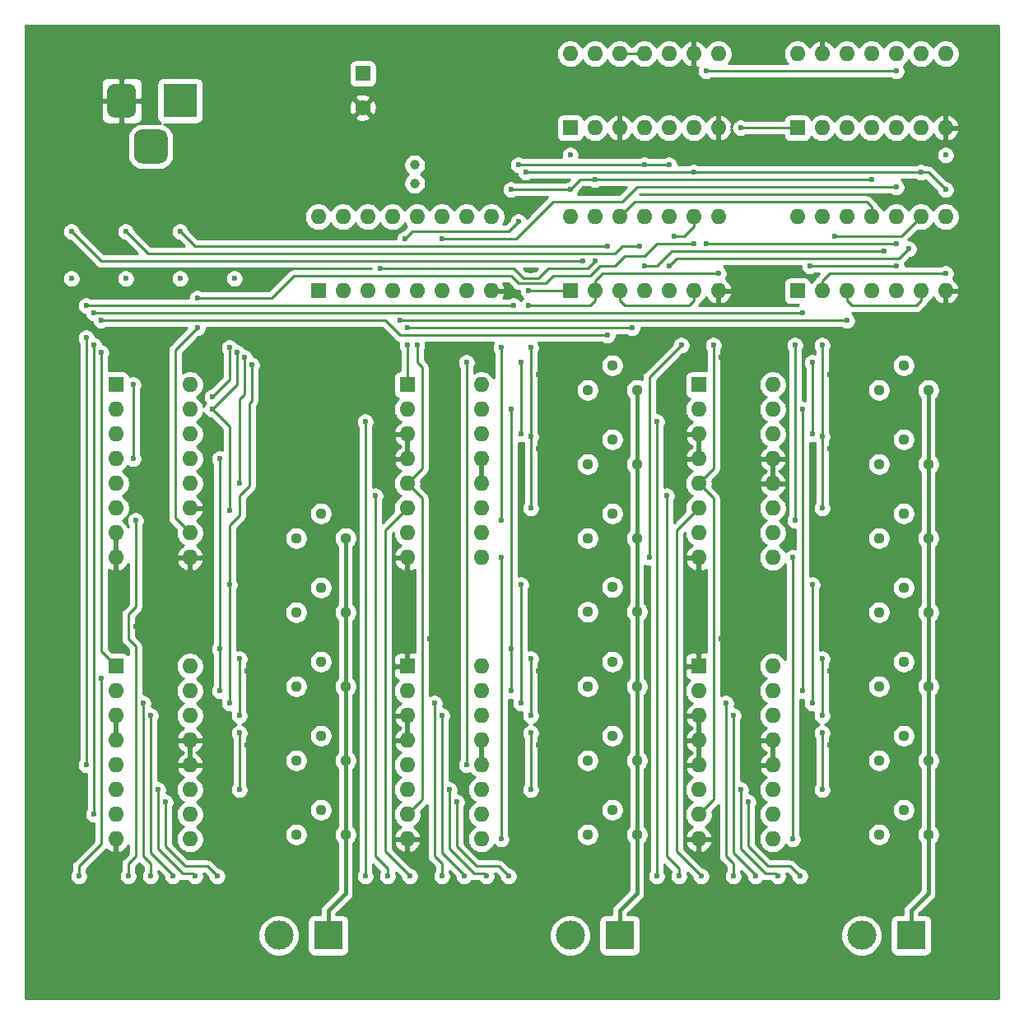
<source format=gbr>
%TF.GenerationSoftware,KiCad,Pcbnew,(5.1.10)-1*%
%TF.CreationDate,2021-06-20T13:28:06+07:00*%
%TF.ProjectId,ampmeter_clock,616d706d-6574-4657-925f-636c6f636b2e,1*%
%TF.SameCoordinates,Original*%
%TF.FileFunction,Copper,L4,Bot*%
%TF.FilePolarity,Positive*%
%FSLAX46Y46*%
G04 Gerber Fmt 4.6, Leading zero omitted, Abs format (unit mm)*
G04 Created by KiCad (PCBNEW (5.1.10)-1) date 2021-06-20 13:28:06*
%MOMM*%
%LPD*%
G01*
G04 APERTURE LIST*
%TA.AperFunction,ComponentPad*%
%ADD10C,1.600000*%
%TD*%
%TA.AperFunction,ComponentPad*%
%ADD11R,1.600000X1.600000*%
%TD*%
%TA.AperFunction,ComponentPad*%
%ADD12C,1.000000*%
%TD*%
%TA.AperFunction,ComponentPad*%
%ADD13O,1.600000X1.600000*%
%TD*%
%TA.AperFunction,ComponentPad*%
%ADD14C,1.120000*%
%TD*%
%TA.AperFunction,ComponentPad*%
%ADD15C,3.000000*%
%TD*%
%TA.AperFunction,ComponentPad*%
%ADD16R,3.000000X3.000000*%
%TD*%
%TA.AperFunction,ComponentPad*%
%ADD17R,3.500000X3.500000*%
%TD*%
%TA.AperFunction,ViaPad*%
%ADD18C,0.600000*%
%TD*%
%TA.AperFunction,Conductor*%
%ADD19C,0.250000*%
%TD*%
%TA.AperFunction,Conductor*%
%ADD20C,0.400000*%
%TD*%
%TA.AperFunction,Conductor*%
%ADD21C,0.254000*%
%TD*%
%TA.AperFunction,Conductor*%
%ADD22C,0.100000*%
%TD*%
G04 APERTURE END LIST*
D10*
%TO.P,C17,2*%
%TO.N,GND*%
X74676000Y-43378000D03*
D11*
%TO.P,C17,1*%
%TO.N,+5V*%
X74676000Y-39878000D03*
%TD*%
D12*
%TO.P,Y1,1*%
%TO.N,Net-(C12-Pad1)*%
X80010000Y-49276000D03*
%TO.P,Y1,2*%
%TO.N,Net-(C13-Pad1)*%
X80010000Y-51176000D03*
%TD*%
D13*
%TO.P,U11,16*%
%TO.N,+5V*%
X56896000Y-100838000D03*
%TO.P,U11,8*%
%TO.N,GND*%
X49276000Y-118618000D03*
%TO.P,U11,15*%
%TO.N,CLK*%
X56896000Y-103378000D03*
%TO.P,U11,7*%
%TO.N,Net-(U11-Pad7)*%
X49276000Y-116078000D03*
%TO.P,U11,14*%
%TO.N,HOUR_2*%
X56896000Y-105918000D03*
%TO.P,U11,6*%
%TO.N,HOUR_0*%
X49276000Y-113538000D03*
%TO.P,U11,13*%
%TO.N,GND*%
X56896000Y-108458000D03*
%TO.P,U11,5*%
%TO.N,~CI_STAGE3*%
X49276000Y-110998000D03*
%TO.P,U11,12*%
%TO.N,GND*%
X56896000Y-110998000D03*
%TO.P,U11,4*%
X49276000Y-108458000D03*
%TO.P,U11,11*%
%TO.N,HOUR_1*%
X56896000Y-113538000D03*
%TO.P,U11,3*%
%TO.N,GND*%
X49276000Y-105918000D03*
%TO.P,U11,10*%
%TO.N,+5V*%
X56896000Y-116078000D03*
%TO.P,U11,2*%
%TO.N,HOUR_3*%
X49276000Y-103378000D03*
%TO.P,U11,9*%
%TO.N,RST*%
X56896000Y-118618000D03*
D11*
%TO.P,U11,1*%
%TO.N,RST_STAGE3*%
X49276000Y-100838000D03*
%TD*%
%TO.P,U10,1*%
%TO.N,RST_STAGE2*%
X79248000Y-71882000D03*
D13*
%TO.P,U10,9*%
%TO.N,RST*%
X86868000Y-89662000D03*
%TO.P,U10,2*%
%TO.N,Net-(U10-Pad2)*%
X79248000Y-74422000D03*
%TO.P,U10,10*%
%TO.N,+5V*%
X86868000Y-87122000D03*
%TO.P,U10,3*%
%TO.N,GND*%
X79248000Y-76962000D03*
%TO.P,U10,11*%
%TO.N,MIN_5*%
X86868000Y-84582000D03*
%TO.P,U10,4*%
%TO.N,GND*%
X79248000Y-79502000D03*
%TO.P,U10,12*%
X86868000Y-82042000D03*
%TO.P,U10,5*%
%TO.N,Net-(U10-Pad5)*%
X79248000Y-82042000D03*
%TO.P,U10,13*%
%TO.N,GND*%
X86868000Y-79502000D03*
%TO.P,U10,6*%
%TO.N,MIN_4*%
X79248000Y-84582000D03*
%TO.P,U10,14*%
%TO.N,MIN_6*%
X86868000Y-76962000D03*
%TO.P,U10,7*%
%TO.N,Net-(U10-Pad7)*%
X79248000Y-87122000D03*
%TO.P,U10,15*%
%TO.N,CLK*%
X86868000Y-74422000D03*
%TO.P,U10,8*%
%TO.N,GND*%
X79248000Y-89662000D03*
%TO.P,U10,16*%
%TO.N,+5V*%
X86868000Y-71882000D03*
%TD*%
D11*
%TO.P,U9,1*%
%TO.N,GND*%
X79248000Y-100838000D03*
D13*
%TO.P,U9,9*%
%TO.N,RST*%
X86868000Y-118618000D03*
%TO.P,U9,2*%
%TO.N,MIN_3*%
X79248000Y-103378000D03*
%TO.P,U9,10*%
%TO.N,+5V*%
X86868000Y-116078000D03*
%TO.P,U9,3*%
%TO.N,GND*%
X79248000Y-105918000D03*
%TO.P,U9,11*%
%TO.N,MIN_1*%
X86868000Y-113538000D03*
%TO.P,U9,4*%
%TO.N,GND*%
X79248000Y-108458000D03*
%TO.P,U9,12*%
X86868000Y-110998000D03*
%TO.P,U9,5*%
%TO.N,~CI_STAGE2*%
X79248000Y-110998000D03*
%TO.P,U9,13*%
%TO.N,GND*%
X86868000Y-108458000D03*
%TO.P,U9,6*%
%TO.N,MIN_0*%
X79248000Y-113538000D03*
%TO.P,U9,14*%
%TO.N,MIN_2*%
X86868000Y-105918000D03*
%TO.P,U9,7*%
%TO.N,Net-(U10-Pad5)*%
X79248000Y-116078000D03*
%TO.P,U9,15*%
%TO.N,CLK*%
X86868000Y-103378000D03*
%TO.P,U9,8*%
%TO.N,GND*%
X79248000Y-118618000D03*
%TO.P,U9,16*%
%TO.N,+5V*%
X86868000Y-100838000D03*
%TD*%
%TO.P,U8,16*%
%TO.N,+5V*%
X116840000Y-71882000D03*
%TO.P,U8,8*%
%TO.N,GND*%
X109220000Y-89662000D03*
%TO.P,U8,15*%
%TO.N,CLK*%
X116840000Y-74422000D03*
%TO.P,U8,7*%
%TO.N,Net-(U8-Pad7)*%
X109220000Y-87122000D03*
%TO.P,U8,14*%
%TO.N,SEC_6*%
X116840000Y-76962000D03*
%TO.P,U8,6*%
%TO.N,SEC_4*%
X109220000Y-84582000D03*
%TO.P,U8,13*%
%TO.N,GND*%
X116840000Y-79502000D03*
%TO.P,U8,5*%
%TO.N,Net-(U2-Pad1)*%
X109220000Y-82042000D03*
%TO.P,U8,12*%
%TO.N,GND*%
X116840000Y-82042000D03*
%TO.P,U8,4*%
X109220000Y-79502000D03*
%TO.P,U8,11*%
%TO.N,SEC_5*%
X116840000Y-84582000D03*
%TO.P,U8,3*%
%TO.N,GND*%
X109220000Y-76962000D03*
%TO.P,U8,10*%
%TO.N,+5V*%
X116840000Y-87122000D03*
%TO.P,U8,2*%
%TO.N,Net-(U8-Pad2)*%
X109220000Y-74422000D03*
%TO.P,U8,9*%
%TO.N,RST*%
X116840000Y-89662000D03*
D11*
%TO.P,U8,1*%
%TO.N,RST_STAGE1*%
X109220000Y-71882000D03*
%TD*%
D13*
%TO.P,U7,16*%
%TO.N,+5V*%
X116840000Y-100838000D03*
%TO.P,U7,8*%
%TO.N,GND*%
X109220000Y-118618000D03*
%TO.P,U7,15*%
%TO.N,CLK*%
X116840000Y-103378000D03*
%TO.P,U7,7*%
%TO.N,Net-(U2-Pad1)*%
X109220000Y-116078000D03*
%TO.P,U7,14*%
%TO.N,SEC_2*%
X116840000Y-105918000D03*
%TO.P,U7,6*%
%TO.N,SEC_0*%
X109220000Y-113538000D03*
%TO.P,U7,13*%
%TO.N,GND*%
X116840000Y-108458000D03*
%TO.P,U7,5*%
X109220000Y-110998000D03*
%TO.P,U7,12*%
X116840000Y-110998000D03*
%TO.P,U7,4*%
X109220000Y-108458000D03*
%TO.P,U7,11*%
%TO.N,SEC_1*%
X116840000Y-113538000D03*
%TO.P,U7,3*%
%TO.N,GND*%
X109220000Y-105918000D03*
%TO.P,U7,10*%
%TO.N,+5V*%
X116840000Y-116078000D03*
%TO.P,U7,2*%
%TO.N,SEC_3*%
X109220000Y-103378000D03*
%TO.P,U7,9*%
%TO.N,RST*%
X116840000Y-118618000D03*
D11*
%TO.P,U7,1*%
%TO.N,GND*%
X109220000Y-100838000D03*
%TD*%
%TO.P,U6,1*%
%TO.N,Net-(U6-Pad1)*%
X70104000Y-62230000D03*
D13*
%TO.P,U6,9*%
%TO.N,Net-(U6-Pad9)*%
X87884000Y-54610000D03*
%TO.P,U6,2*%
%TO.N,Net-(U6-Pad2)*%
X72644000Y-62230000D03*
%TO.P,U6,10*%
%TO.N,Net-(R4-Pad1)*%
X85344000Y-54610000D03*
%TO.P,U6,3*%
%TO.N,Net-(U1-Pad3)*%
X75184000Y-62230000D03*
%TO.P,U6,11*%
%TO.N,Net-(C13-Pad1)*%
X82804000Y-54610000D03*
%TO.P,U6,4*%
%TO.N,Net-(U6-Pad4)*%
X77724000Y-62230000D03*
%TO.P,U6,12*%
%TO.N,Net-(R8-Pad1)*%
X80264000Y-54610000D03*
%TO.P,U6,5*%
%TO.N,Net-(U6-Pad5)*%
X80264000Y-62230000D03*
%TO.P,U6,13*%
%TO.N,Net-(U6-Pad13)*%
X77724000Y-54610000D03*
%TO.P,U6,6*%
%TO.N,Net-(U6-Pad6)*%
X82804000Y-62230000D03*
%TO.P,U6,14*%
%TO.N,Net-(U6-Pad14)*%
X75184000Y-54610000D03*
%TO.P,U6,7*%
%TO.N,Net-(U6-Pad7)*%
X85344000Y-62230000D03*
%TO.P,U6,15*%
%TO.N,Net-(U6-Pad15)*%
X72644000Y-54610000D03*
%TO.P,U6,8*%
%TO.N,GND*%
X87884000Y-62230000D03*
%TO.P,U6,16*%
%TO.N,+5V*%
X70104000Y-54610000D03*
%TD*%
%TO.P,U5,14*%
%TO.N,+5V*%
X96012000Y-54610000D03*
%TO.P,U5,7*%
%TO.N,GND*%
X111252000Y-62230000D03*
%TO.P,U5,13*%
%TO.N,HOUR_4*%
X98552000Y-54610000D03*
%TO.P,U5,6*%
%TO.N,Net-(U5-Pad3)*%
X108712000Y-62230000D03*
%TO.P,U5,12*%
%TO.N,Net-(U4-Pad11)*%
X101092000Y-54610000D03*
%TO.P,U5,5*%
%TO.N,Net-(U2-Pad6)*%
X106172000Y-62230000D03*
%TO.P,U5,11*%
%TO.N,RST_STAGE3*%
X103632000Y-54610000D03*
%TO.P,U5,4*%
%TO.N,Net-(U2-Pad9)*%
X103632000Y-62230000D03*
%TO.P,U5,10*%
%TO.N,RST_STAGE2*%
X106172000Y-54610000D03*
%TO.P,U5,3*%
%TO.N,Net-(U5-Pad3)*%
X101092000Y-62230000D03*
%TO.P,U5,9*%
%TO.N,MIN_5*%
X108712000Y-54610000D03*
%TO.P,U5,2*%
%TO.N,MIN_6*%
X98552000Y-62230000D03*
%TO.P,U5,8*%
X111252000Y-54610000D03*
D11*
%TO.P,U5,1*%
%TO.N,MIN_4*%
X96012000Y-62230000D03*
%TD*%
D13*
%TO.P,U4,14*%
%TO.N,+5V*%
X119380000Y-54610000D03*
%TO.P,U4,7*%
%TO.N,GND*%
X134620000Y-62230000D03*
%TO.P,U4,13*%
%TO.N,Net-(U11-Pad7)*%
X121920000Y-54610000D03*
%TO.P,U4,6*%
%TO.N,Net-(U4-Pad3)*%
X132080000Y-62230000D03*
%TO.P,U4,12*%
%TO.N,HOUR_3*%
X124460000Y-54610000D03*
%TO.P,U4,5*%
%TO.N,Net-(U2-Pad2)*%
X129540000Y-62230000D03*
%TO.P,U4,11*%
%TO.N,Net-(U4-Pad11)*%
X127000000Y-54610000D03*
%TO.P,U4,4*%
%TO.N,Net-(U2-Pad3)*%
X127000000Y-62230000D03*
%TO.P,U4,10*%
%TO.N,RST_STAGE1*%
X129540000Y-54610000D03*
%TO.P,U4,3*%
%TO.N,Net-(U4-Pad3)*%
X124460000Y-62230000D03*
%TO.P,U4,9*%
%TO.N,SEC_5*%
X132080000Y-54610000D03*
%TO.P,U4,2*%
%TO.N,SEC_6*%
X121920000Y-62230000D03*
%TO.P,U4,8*%
X134620000Y-54610000D03*
D11*
%TO.P,U4,1*%
%TO.N,SEC_4*%
X119380000Y-62230000D03*
%TD*%
D13*
%TO.P,U3,14*%
%TO.N,+5V*%
X96012000Y-37846000D03*
%TO.P,U3,7*%
%TO.N,GND*%
X111252000Y-45466000D03*
%TO.P,U3,13*%
%TO.N,Net-(C16-Pad1)*%
X98552000Y-37846000D03*
%TO.P,U3,6*%
%TO.N,Net-(D4-Pad1)*%
X108712000Y-45466000D03*
%TO.P,U3,12*%
%TO.N,Net-(U3-Pad11)*%
X101092000Y-37846000D03*
%TO.P,U3,5*%
%TO.N,Net-(C15-Pad1)*%
X106172000Y-45466000D03*
%TO.P,U3,11*%
%TO.N,Net-(U3-Pad11)*%
X103632000Y-37846000D03*
%TO.P,U3,4*%
%TO.N,Net-(U3-Pad4)*%
X103632000Y-45466000D03*
%TO.P,U3,10*%
%TO.N,RST*%
X106172000Y-37846000D03*
%TO.P,U3,3*%
%TO.N,GND*%
X101092000Y-45466000D03*
%TO.P,U3,9*%
X108712000Y-37846000D03*
%TO.P,U3,2*%
%TO.N,Net-(D2-Pad1)*%
X98552000Y-45466000D03*
%TO.P,U3,8*%
%TO.N,Net-(U3-Pad8)*%
X111252000Y-37846000D03*
D11*
%TO.P,U3,1*%
%TO.N,Net-(C14-Pad1)*%
X96012000Y-45466000D03*
%TD*%
D13*
%TO.P,U2,14*%
%TO.N,+5V*%
X119380000Y-37846000D03*
%TO.P,U2,7*%
%TO.N,GND*%
X134620000Y-45466000D03*
%TO.P,U2,13*%
X121920000Y-37846000D03*
%TO.P,U2,6*%
%TO.N,Net-(U2-Pad6)*%
X132080000Y-45466000D03*
%TO.P,U2,12*%
%TO.N,Net-(U2-Pad12)*%
X124460000Y-37846000D03*
%TO.P,U2,5*%
%TO.N,Net-(U10-Pad5)*%
X129540000Y-45466000D03*
%TO.P,U2,11*%
%TO.N,Net-(U11-Pad7)*%
X127000000Y-37846000D03*
%TO.P,U2,4*%
%TO.N,~CO_STAGE1*%
X127000000Y-45466000D03*
%TO.P,U2,10*%
%TO.N,Net-(U1-Pad10)*%
X129540000Y-37846000D03*
%TO.P,U2,3*%
%TO.N,Net-(U2-Pad3)*%
X124460000Y-45466000D03*
%TO.P,U2,9*%
%TO.N,Net-(U2-Pad9)*%
X132080000Y-37846000D03*
%TO.P,U2,2*%
%TO.N,Net-(U2-Pad2)*%
X121920000Y-45466000D03*
%TO.P,U2,8*%
%TO.N,~CO_STAGE2*%
X134620000Y-37846000D03*
D11*
%TO.P,U2,1*%
%TO.N,Net-(U2-Pad1)*%
X119380000Y-45466000D03*
%TD*%
D13*
%TO.P,U1,16*%
%TO.N,+5V*%
X56896000Y-71882000D03*
%TO.P,U1,8*%
%TO.N,GND*%
X49276000Y-89662000D03*
%TO.P,U1,15*%
%TO.N,HOUR_4*%
X56896000Y-74422000D03*
%TO.P,U1,7*%
%TO.N,GND*%
X49276000Y-87122000D03*
%TO.P,U1,14*%
%TO.N,Net-(U1-Pad14)*%
X56896000Y-76962000D03*
%TO.P,U1,6*%
%TO.N,+5V*%
X49276000Y-84582000D03*
%TO.P,U1,13*%
%TO.N,CLK*%
X56896000Y-79502000D03*
%TO.P,U1,5*%
%TO.N,+5V*%
X49276000Y-82042000D03*
%TO.P,U1,12*%
%TO.N,Net-(D6-Pad1)*%
X56896000Y-82042000D03*
%TO.P,U1,4*%
%TO.N,GND*%
X49276000Y-79502000D03*
%TO.P,U1,11*%
X56896000Y-84582000D03*
%TO.P,U1,3*%
%TO.N,Net-(U1-Pad3)*%
X49276000Y-76962000D03*
%TO.P,U1,10*%
%TO.N,Net-(U1-Pad10)*%
X56896000Y-87122000D03*
%TO.P,U1,2*%
%TO.N,Net-(U1-Pad2)*%
X49276000Y-74422000D03*
%TO.P,U1,9*%
%TO.N,GND*%
X56896000Y-89662000D03*
D11*
%TO.P,U1,1*%
%TO.N,CLK*%
X49276000Y-71882000D03*
%TD*%
D14*
%TO.P,RV19,3*%
%TO.N,Net-(MES3-Pad1)*%
X132842000Y-72416000D03*
%TO.P,RV19,2*%
%TO.N,Net-(Q19-Pad3)*%
X130302000Y-69876000D03*
%TO.P,RV19,1*%
X127762000Y-72416000D03*
%TD*%
%TO.P,RV18,3*%
%TO.N,Net-(MES2-Pad1)*%
X102870000Y-72416000D03*
%TO.P,RV18,2*%
%TO.N,Net-(Q18-Pad3)*%
X100330000Y-69876000D03*
%TO.P,RV18,1*%
X97790000Y-72416000D03*
%TD*%
%TO.P,RV17,3*%
%TO.N,Net-(MES3-Pad1)*%
X132842000Y-80036000D03*
%TO.P,RV17,2*%
%TO.N,Net-(Q17-Pad3)*%
X130302000Y-77496000D03*
%TO.P,RV17,1*%
X127762000Y-80036000D03*
%TD*%
%TO.P,RV16,3*%
%TO.N,Net-(MES2-Pad1)*%
X102870000Y-80036000D03*
%TO.P,RV16,2*%
%TO.N,Net-(Q16-Pad3)*%
X100330000Y-77496000D03*
%TO.P,RV16,1*%
X97790000Y-80036000D03*
%TD*%
%TO.P,RV15,3*%
%TO.N,Net-(MES3-Pad1)*%
X132842000Y-87656000D03*
%TO.P,RV15,2*%
%TO.N,Net-(Q15-Pad3)*%
X130302000Y-85116000D03*
%TO.P,RV15,1*%
X127762000Y-87656000D03*
%TD*%
%TO.P,RV14,3*%
%TO.N,Net-(MES2-Pad1)*%
X102870000Y-87656000D03*
%TO.P,RV14,2*%
%TO.N,Net-(Q14-Pad3)*%
X100330000Y-85116000D03*
%TO.P,RV14,1*%
X97790000Y-87656000D03*
%TD*%
%TO.P,RV13,3*%
%TO.N,Net-(MES1-Pad1)*%
X72898000Y-87656000D03*
%TO.P,RV13,2*%
%TO.N,Net-(Q13-Pad3)*%
X70358000Y-85116000D03*
%TO.P,RV13,1*%
X67818000Y-87656000D03*
%TD*%
%TO.P,RV12,3*%
%TO.N,Net-(MES3-Pad1)*%
X132842000Y-95276000D03*
%TO.P,RV12,2*%
%TO.N,Net-(Q12-Pad3)*%
X130302000Y-92736000D03*
%TO.P,RV12,1*%
X127762000Y-95276000D03*
%TD*%
%TO.P,RV11,3*%
%TO.N,Net-(MES2-Pad1)*%
X102870000Y-95250000D03*
%TO.P,RV11,2*%
%TO.N,Net-(Q11-Pad3)*%
X100330000Y-92710000D03*
%TO.P,RV11,1*%
X97790000Y-95250000D03*
%TD*%
%TO.P,RV10,3*%
%TO.N,Net-(MES1-Pad1)*%
X72898000Y-95276000D03*
%TO.P,RV10,2*%
%TO.N,Net-(Q10-Pad3)*%
X70358000Y-92736000D03*
%TO.P,RV10,1*%
X67818000Y-95276000D03*
%TD*%
%TO.P,RV9,3*%
%TO.N,Net-(MES3-Pad1)*%
X132842000Y-102896000D03*
%TO.P,RV9,2*%
%TO.N,Net-(R19-Pad1)*%
X130302000Y-100356000D03*
%TO.P,RV9,1*%
X127762000Y-102896000D03*
%TD*%
%TO.P,RV8,3*%
%TO.N,Net-(MES2-Pad1)*%
X102870000Y-102896000D03*
%TO.P,RV8,2*%
%TO.N,Net-(R18-Pad1)*%
X100330000Y-100356000D03*
%TO.P,RV8,1*%
X97790000Y-102896000D03*
%TD*%
%TO.P,RV7,3*%
%TO.N,Net-(MES1-Pad1)*%
X72898000Y-102896000D03*
%TO.P,RV7,2*%
%TO.N,Net-(R17-Pad1)*%
X70358000Y-100356000D03*
%TO.P,RV7,1*%
X67818000Y-102896000D03*
%TD*%
%TO.P,RV6,3*%
%TO.N,Net-(MES3-Pad1)*%
X132842000Y-110516000D03*
%TO.P,RV6,2*%
%TO.N,Net-(R12-Pad1)*%
X130302000Y-107976000D03*
%TO.P,RV6,1*%
X127762000Y-110516000D03*
%TD*%
%TO.P,RV5,3*%
%TO.N,Net-(MES2-Pad1)*%
X102870000Y-110516000D03*
%TO.P,RV5,2*%
%TO.N,Net-(R11-Pad1)*%
X100330000Y-107976000D03*
%TO.P,RV5,1*%
X97790000Y-110516000D03*
%TD*%
%TO.P,RV4,3*%
%TO.N,Net-(MES1-Pad1)*%
X72898000Y-110516000D03*
%TO.P,RV4,2*%
%TO.N,Net-(R10-Pad1)*%
X70358000Y-107976000D03*
%TO.P,RV4,1*%
X67818000Y-110516000D03*
%TD*%
%TO.P,RV3,3*%
%TO.N,Net-(MES3-Pad1)*%
X132842000Y-118136000D03*
%TO.P,RV3,2*%
%TO.N,Net-(R3-Pad1)*%
X130302000Y-115596000D03*
%TO.P,RV3,1*%
X127762000Y-118136000D03*
%TD*%
%TO.P,RV2,3*%
%TO.N,Net-(MES2-Pad1)*%
X102870000Y-118136000D03*
%TO.P,RV2,2*%
%TO.N,Net-(R2-Pad1)*%
X100330000Y-115596000D03*
%TO.P,RV2,1*%
X97790000Y-118136000D03*
%TD*%
%TO.P,RV1,3*%
%TO.N,Net-(MES1-Pad1)*%
X72898000Y-118136000D03*
%TO.P,RV1,2*%
%TO.N,Net-(R1-Pad1)*%
X70358000Y-115596000D03*
%TO.P,RV1,1*%
X67818000Y-118136000D03*
%TD*%
D15*
%TO.P,MES3,2*%
%TO.N,+5V*%
X125984000Y-128524000D03*
D16*
%TO.P,MES3,1*%
%TO.N,Net-(MES3-Pad1)*%
X131064000Y-128524000D03*
%TD*%
D15*
%TO.P,MES2,2*%
%TO.N,+5V*%
X96012000Y-128524000D03*
D16*
%TO.P,MES2,1*%
%TO.N,Net-(MES2-Pad1)*%
X101092000Y-128524000D03*
%TD*%
D15*
%TO.P,MES1,2*%
%TO.N,+5V*%
X66040000Y-128524000D03*
D16*
%TO.P,MES1,1*%
%TO.N,Net-(MES1-Pad1)*%
X71120000Y-128524000D03*
%TD*%
%TO.P,J1,3*%
%TO.N,Net-(J1-Pad3)*%
%TA.AperFunction,ComponentPad*%
G36*
G01*
X51130000Y-48247000D02*
X51130000Y-46497000D01*
G75*
G02*
X52005000Y-45622000I875000J0D01*
G01*
X53755000Y-45622000D01*
G75*
G02*
X54630000Y-46497000I0J-875000D01*
G01*
X54630000Y-48247000D01*
G75*
G02*
X53755000Y-49122000I-875000J0D01*
G01*
X52005000Y-49122000D01*
G75*
G02*
X51130000Y-48247000I0J875000D01*
G01*
G37*
%TD.AperFunction*%
%TO.P,J1,2*%
%TO.N,GND*%
%TA.AperFunction,ComponentPad*%
G36*
G01*
X48380000Y-43672000D02*
X48380000Y-41672000D01*
G75*
G02*
X49130000Y-40922000I750000J0D01*
G01*
X50630000Y-40922000D01*
G75*
G02*
X51380000Y-41672000I0J-750000D01*
G01*
X51380000Y-43672000D01*
G75*
G02*
X50630000Y-44422000I-750000J0D01*
G01*
X49130000Y-44422000D01*
G75*
G02*
X48380000Y-43672000I0J750000D01*
G01*
G37*
%TD.AperFunction*%
D17*
%TO.P,J1,1*%
%TO.N,Net-(J1-Pad1)*%
X55880000Y-42672000D03*
%TD*%
D18*
%TO.N,+5V*%
X44704000Y-60960000D03*
X50292000Y-60960000D03*
X55880000Y-60960000D03*
X61468000Y-60960000D03*
%TO.N,Net-(U10-Pad5)*%
X80264000Y-67818000D03*
%TO.N,+5V*%
X96012000Y-48260000D03*
X134620000Y-48260000D03*
%TO.N,MIN_4*%
X79502000Y-122428000D03*
%TO.N,MIN_5*%
X77216000Y-122428000D03*
X75946000Y-83312000D03*
%TO.N,MIN_6*%
X74930000Y-122428000D03*
X74930000Y-75692000D03*
%TO.N,SEC_4*%
X109474000Y-122428000D03*
%TO.N,SEC_5*%
X107188000Y-122428000D03*
%TO.N,SEC_6*%
X104902000Y-122428000D03*
%TO.N,HOUR_0*%
X59690000Y-122428000D03*
X54356000Y-114808000D03*
%TO.N,HOUR_1*%
X57404000Y-122428000D03*
X53594000Y-113538000D03*
%TO.N,HOUR_2*%
X55118000Y-122428000D03*
X52832000Y-105918000D03*
%TO.N,HOUR_3*%
X52070000Y-104648000D03*
X52832000Y-122428000D03*
%TO.N,MIN_0*%
X89662000Y-122428000D03*
X84328000Y-114808000D03*
%TO.N,MIN_1*%
X87376000Y-122428000D03*
X83566000Y-113538000D03*
%TO.N,MIN_2*%
X85090000Y-122428000D03*
X82804000Y-105918000D03*
%TO.N,MIN_3*%
X82042000Y-104648000D03*
X82804000Y-122428000D03*
%TO.N,GND*%
X101092000Y-51816000D03*
X68326000Y-49276000D03*
X68326000Y-51308000D03*
X66548000Y-47498000D03*
X66548000Y-48260000D03*
X66548000Y-49022000D03*
X69850000Y-40894000D03*
X66040000Y-60198000D03*
X91948000Y-60198000D03*
X115316000Y-43434000D03*
X91948000Y-43434000D03*
X115316000Y-60198000D03*
X51308000Y-67818000D03*
X51308000Y-96774000D03*
X43688000Y-50038000D03*
X45720000Y-50038000D03*
X49276000Y-50038000D03*
X51308000Y-50038000D03*
X54864000Y-50038000D03*
X56896000Y-50038000D03*
X61468000Y-50038000D03*
X48006000Y-132080000D03*
X49022000Y-132080000D03*
X50038000Y-132080000D03*
X51054000Y-132080000D03*
X56134000Y-132080000D03*
X57150000Y-132080000D03*
X58166000Y-132080000D03*
X59182000Y-132080000D03*
X76962000Y-132080000D03*
X77978000Y-132080000D03*
X78994000Y-132080000D03*
X80010000Y-132080000D03*
X86106000Y-132080000D03*
X87122000Y-132080000D03*
X88138000Y-132080000D03*
X89154000Y-132080000D03*
X106934000Y-132080000D03*
X107950000Y-132080000D03*
X108966000Y-132080000D03*
X109982000Y-132080000D03*
X116078000Y-132080000D03*
X117094000Y-132080000D03*
X118110000Y-132080000D03*
X119126000Y-132080000D03*
X62738000Y-116586000D03*
X62738000Y-108966000D03*
X62738000Y-101346000D03*
X62738000Y-93726000D03*
X62738000Y-86106000D03*
X92710000Y-70866000D03*
X92710000Y-78486000D03*
X92710000Y-86106000D03*
X92710000Y-93726000D03*
X92710000Y-101346000D03*
X92710000Y-108966000D03*
X92710000Y-116586000D03*
X122682000Y-116586000D03*
X122682000Y-108966000D03*
X122682000Y-101346000D03*
X122682000Y-93726000D03*
X122682000Y-86106000D03*
X122682000Y-78486000D03*
X122682000Y-70866000D03*
X111506000Y-98044000D03*
X81534000Y-98044000D03*
X111506000Y-69088000D03*
X81280000Y-67818000D03*
%TO.N,Net-(C14-Pad1)*%
X44704000Y-56134000D03*
X97282000Y-59182000D03*
%TO.N,Net-(C15-Pad1)*%
X50292000Y-56134000D03*
X103124000Y-57658000D03*
%TO.N,Net-(C16-Pad1)*%
X55880000Y-56134000D03*
X99822000Y-57658000D03*
%TO.N,~CI_STAGE2*%
X96012000Y-51816000D03*
X98552000Y-50800000D03*
X127000000Y-50800000D03*
X89916000Y-51816000D03*
X85344000Y-69596000D03*
X85344000Y-110998000D03*
%TO.N,~CI_STAGE3*%
X134620000Y-51816000D03*
X108712000Y-50038000D03*
X132080000Y-50038000D03*
X91440000Y-50038000D03*
X90170000Y-63754000D03*
X46228000Y-110998000D03*
X46228000Y-67056000D03*
X46228000Y-63754000D03*
%TO.N,RST_STAGE3*%
X99822000Y-66802000D03*
X47752000Y-65278000D03*
X47752000Y-68580000D03*
%TO.N,Net-(D6-Pad1)*%
X106172000Y-49276000D03*
X103632000Y-49276000D03*
X61976000Y-82042000D03*
X78994000Y-56896000D03*
X90678000Y-55118000D03*
X90678000Y-49276000D03*
X62484000Y-69088000D03*
%TO.N,RST*%
X88900000Y-89662000D03*
X88900000Y-118618000D03*
X118872000Y-89662000D03*
X118872000Y-118618000D03*
X104140000Y-89662000D03*
X107442000Y-67818000D03*
%TO.N,HOUR_1*%
X61976000Y-113538000D03*
X61976000Y-107696000D03*
%TO.N,HOUR_2*%
X61976000Y-100076000D03*
X61976000Y-105918000D03*
%TO.N,HOUR_3*%
X60960000Y-92456000D03*
X60960000Y-104648000D03*
X124460000Y-65278000D03*
X63246000Y-69850000D03*
X78486000Y-65278000D03*
%TO.N,HOUR_4*%
X60960000Y-84836000D03*
X59182000Y-74422000D03*
X50546000Y-122428000D03*
X51308000Y-85852000D03*
X76454000Y-59944000D03*
X98552000Y-59182000D03*
X61722000Y-68580000D03*
%TO.N,CLK*%
X59944000Y-79502000D03*
X51054000Y-71882000D03*
X51054000Y-79502000D03*
X89916000Y-103378000D03*
X89916000Y-74422000D03*
X119888000Y-103378000D03*
X119888000Y-74422000D03*
X59944000Y-103378000D03*
X89916000Y-99060000D03*
X59944000Y-99060000D03*
X45466000Y-122428000D03*
X47752000Y-102108000D03*
%TO.N,MIN_1*%
X91948000Y-107696000D03*
X91948000Y-113538000D03*
%TO.N,MIN_2*%
X91948000Y-105918000D03*
X91948000Y-100076000D03*
%TO.N,MIN_3*%
X90932000Y-104648000D03*
X90932000Y-92456000D03*
%TO.N,MIN_4*%
X88900000Y-85852000D03*
X88900000Y-68072000D03*
X91694000Y-62230000D03*
%TO.N,MIN_5*%
X91948000Y-84582000D03*
X91948000Y-77216000D03*
X91948000Y-68072000D03*
X106680000Y-56642000D03*
%TO.N,MIN_6*%
X90932000Y-69596000D03*
X90932000Y-76962000D03*
X111252000Y-60452000D03*
X91694000Y-63754000D03*
%TO.N,SEC_0*%
X114300000Y-114808000D03*
X119634000Y-122428000D03*
%TO.N,SEC_1*%
X121920000Y-113538000D03*
X121920000Y-107696000D03*
X113538000Y-113538000D03*
X117348000Y-122428000D03*
%TO.N,SEC_2*%
X121920000Y-105918000D03*
X121920000Y-100076000D03*
X112776000Y-105918000D03*
X115062000Y-122428000D03*
%TO.N,SEC_3*%
X120904000Y-104648000D03*
X120904000Y-92456000D03*
X112014000Y-104648000D03*
X112776000Y-122428000D03*
%TO.N,SEC_4*%
X119126000Y-85852000D03*
X119126000Y-67818000D03*
%TO.N,SEC_5*%
X121920000Y-84582000D03*
X121920000Y-77216000D03*
X105918000Y-83312000D03*
X121920000Y-67818000D03*
X123190000Y-56642000D03*
%TO.N,SEC_6*%
X120904000Y-76962000D03*
X120904000Y-69596000D03*
X134620000Y-60452000D03*
X104902000Y-75692000D03*
%TO.N,Net-(U1-Pad3)*%
X59182000Y-73152000D03*
X60960000Y-68072000D03*
%TO.N,Net-(U1-Pad10)*%
X129540000Y-39624000D03*
X109982000Y-39624000D03*
X108712000Y-57404000D03*
X57658000Y-62992000D03*
X57658000Y-66040000D03*
%TO.N,Net-(U2-Pad6)*%
X106172000Y-59690000D03*
X130810000Y-57912000D03*
%TO.N,Net-(U10-Pad5)*%
X82804000Y-56896000D03*
X129540000Y-51562000D03*
%TO.N,Net-(U11-Pad7)*%
X119888000Y-64516000D03*
X46990000Y-116078000D03*
X46990000Y-67818000D03*
X46990000Y-64516000D03*
%TO.N,Net-(U2-Pad9)*%
X103632000Y-59690000D03*
X128270000Y-58166000D03*
%TO.N,Net-(U2-Pad2)*%
X129540000Y-59690000D03*
X120650000Y-59690000D03*
%TO.N,Net-(U2-Pad1)*%
X110744000Y-67818000D03*
X113538000Y-45466000D03*
%TO.N,RST_STAGE1*%
X109982000Y-57404000D03*
X129540000Y-57404000D03*
%TO.N,RST_STAGE2*%
X102362000Y-66040000D03*
X79248000Y-66040000D03*
X79248000Y-67818000D03*
%TD*%
D19*
%TO.N,MIN_4*%
X79502000Y-122428000D02*
X76962000Y-119888000D01*
X76962000Y-119888000D02*
X76962000Y-86868000D01*
X76962000Y-86868000D02*
X79248000Y-84582000D01*
%TO.N,MIN_5*%
X75946000Y-96266000D02*
X75946000Y-83312000D01*
X75946000Y-120396000D02*
X75946000Y-96266000D01*
X77216000Y-121666000D02*
X75946000Y-120396000D01*
X77216000Y-122428000D02*
X77216000Y-121666000D01*
%TO.N,MIN_6*%
X74930000Y-96520000D02*
X74930000Y-75692000D01*
X74930000Y-122428000D02*
X74930000Y-96520000D01*
%TO.N,HOUR_0*%
X58674000Y-121412000D02*
X59690000Y-122428000D01*
X54356000Y-119380000D02*
X56388000Y-121412000D01*
X54356000Y-114808000D02*
X54356000Y-119380000D01*
X56388000Y-121412000D02*
X58674000Y-121412000D01*
%TO.N,HOUR_1*%
X56134000Y-122174000D02*
X57150000Y-122174000D01*
X53594000Y-113538000D02*
X53594000Y-119634000D01*
X53594000Y-119634000D02*
X56134000Y-122174000D01*
%TO.N,HOUR_2*%
X52832000Y-105918000D02*
X52832000Y-120015000D01*
X52832000Y-120015000D02*
X55118000Y-122301000D01*
%TO.N,HOUR_3*%
X52832000Y-121158000D02*
X52832000Y-122428000D01*
X52070000Y-120396000D02*
X52832000Y-121158000D01*
X52070000Y-104648000D02*
X52070000Y-120396000D01*
%TO.N,MIN_0*%
X88646000Y-121412000D02*
X89662000Y-122428000D01*
X84328000Y-119380000D02*
X86360000Y-121412000D01*
X84328000Y-114808000D02*
X84328000Y-119380000D01*
X86360000Y-121412000D02*
X88646000Y-121412000D01*
%TO.N,MIN_1*%
X86106000Y-122174000D02*
X87122000Y-122174000D01*
X83566000Y-113538000D02*
X83566000Y-119634000D01*
X83566000Y-119634000D02*
X86106000Y-122174000D01*
%TO.N,MIN_2*%
X82804000Y-105918000D02*
X82804000Y-120015000D01*
X82804000Y-120015000D02*
X85090000Y-122301000D01*
%TO.N,MIN_3*%
X82804000Y-121158000D02*
X82804000Y-122428000D01*
X82042000Y-120396000D02*
X82804000Y-121158000D01*
X82042000Y-104648000D02*
X82042000Y-120396000D01*
%TO.N,Net-(C14-Pad1)*%
X47752000Y-59182000D02*
X44704000Y-56134000D01*
X97282000Y-59182000D02*
X47752000Y-59182000D01*
%TO.N,Net-(C15-Pad1)*%
X96266000Y-58420000D02*
X96266000Y-58420000D01*
X52578000Y-58420000D02*
X50292000Y-56134000D01*
X100584000Y-58420000D02*
X52578000Y-58420000D01*
X101346000Y-57658000D02*
X100584000Y-58420000D01*
X103124000Y-57658000D02*
X101346000Y-57658000D01*
%TO.N,Net-(C16-Pad1)*%
X57404000Y-57658000D02*
X55880000Y-56134000D01*
X99822000Y-57658000D02*
X57404000Y-57658000D01*
%TO.N,~CI_STAGE2*%
X127000000Y-50800000D02*
X98552000Y-50800000D01*
X97028000Y-50800000D02*
X96012000Y-51816000D01*
X98552000Y-50800000D02*
X97028000Y-50800000D01*
X96012000Y-51816000D02*
X89916000Y-51816000D01*
X85344000Y-69596000D02*
X85344000Y-110998000D01*
%TO.N,~CI_STAGE3*%
X132080000Y-50038000D02*
X132080000Y-50038000D01*
X132080000Y-50038000D02*
X108712000Y-50038000D01*
X132842000Y-50038000D02*
X134620000Y-51816000D01*
X132080000Y-50038000D02*
X132842000Y-50038000D01*
X108712000Y-50038000D02*
X91440000Y-50038000D01*
X46228000Y-101092000D02*
X46228000Y-110998000D01*
X46228000Y-67056000D02*
X46228000Y-101092000D01*
X86614000Y-63754000D02*
X90170000Y-63754000D01*
X46228000Y-63754000D02*
X86614000Y-63754000D01*
%TO.N,RST_STAGE3*%
X47752000Y-99314000D02*
X49276000Y-100838000D01*
X47752000Y-65278000D02*
X47752000Y-65278000D01*
X76962000Y-65278000D02*
X47752000Y-65278000D01*
X78486000Y-66802000D02*
X76962000Y-65278000D01*
X99822000Y-66802000D02*
X78486000Y-66802000D01*
X47752000Y-68580000D02*
X47752000Y-99314000D01*
%TO.N,Net-(D6-Pad1)*%
X103632000Y-49276000D02*
X106172000Y-49276000D01*
X79756000Y-56134000D02*
X78994000Y-56896000D01*
X89662000Y-56134000D02*
X79756000Y-56134000D01*
X90678000Y-55118000D02*
X89662000Y-56134000D01*
X90678000Y-49276000D02*
X103632000Y-49276000D01*
X61976000Y-73406000D02*
X61976000Y-82042000D01*
X62484000Y-72898000D02*
X61976000Y-73406000D01*
X62484000Y-69088000D02*
X62484000Y-72898000D01*
%TO.N,RST*%
X88900000Y-89662000D02*
X88900000Y-118618000D01*
X118872000Y-89662000D02*
X118872000Y-118618000D01*
X104140000Y-71120000D02*
X107442000Y-67818000D01*
X104140000Y-89662000D02*
X104140000Y-71120000D01*
%TO.N,HOUR_1*%
X61976000Y-113538000D02*
X61976000Y-107696000D01*
X57150000Y-122174000D02*
X57404000Y-122428000D01*
%TO.N,HOUR_2*%
X61976000Y-100076000D02*
X61976000Y-105918000D01*
%TO.N,HOUR_3*%
X60960000Y-92456000D02*
X60960000Y-104648000D01*
X63246000Y-73533000D02*
X63246000Y-69850000D01*
X62992000Y-73787000D02*
X63246000Y-73533000D01*
X62992000Y-82296000D02*
X62992000Y-73787000D01*
X61976000Y-85344000D02*
X61976000Y-83312000D01*
X61976000Y-83312000D02*
X62992000Y-82296000D01*
X60960000Y-86360000D02*
X61976000Y-85344000D01*
X60960000Y-92456000D02*
X60960000Y-86360000D01*
X78994000Y-65278000D02*
X78994000Y-65278000D01*
X124460000Y-65278000D02*
X78486000Y-65278000D01*
%TO.N,HOUR_4*%
X60960000Y-76200000D02*
X59182000Y-74422000D01*
X60960000Y-84836000D02*
X60960000Y-76200000D01*
X51308000Y-94742000D02*
X51308000Y-85852000D01*
X50546000Y-95504000D02*
X51308000Y-94742000D01*
X50546000Y-98044000D02*
X50546000Y-95504000D01*
X51308000Y-120396000D02*
X51308000Y-98806000D01*
X51308000Y-98806000D02*
X50546000Y-98044000D01*
X50546000Y-121158000D02*
X51308000Y-120396000D01*
X50546000Y-122428000D02*
X50546000Y-121158000D01*
X93726000Y-59944000D02*
X97790000Y-59944000D01*
X92710000Y-60960000D02*
X93726000Y-59944000D01*
X97790000Y-59944000D02*
X98552000Y-59182000D01*
X91186000Y-60960000D02*
X92710000Y-60960000D01*
X90170000Y-59944000D02*
X91186000Y-60960000D01*
X76454000Y-59944000D02*
X90170000Y-59944000D01*
X61722000Y-71882000D02*
X59182000Y-74422000D01*
X61722000Y-68580000D02*
X61722000Y-71882000D01*
%TO.N,CLK*%
X51054000Y-79502000D02*
X51054000Y-71882000D01*
X89916000Y-103378000D02*
X89916000Y-99060000D01*
X119888000Y-103378000D02*
X119888000Y-74422000D01*
X59944000Y-103378000D02*
X59944000Y-99060000D01*
X89916000Y-99060000D02*
X89916000Y-74422000D01*
X59944000Y-99060000D02*
X59944000Y-79502000D01*
X45466000Y-122428000D02*
X45466000Y-121412000D01*
X45466000Y-121412000D02*
X47752000Y-119126000D01*
X47752000Y-119126000D02*
X47752000Y-102108000D01*
%TO.N,MIN_1*%
X91948000Y-113538000D02*
X91948000Y-107696000D01*
X87122000Y-122174000D02*
X87376000Y-122428000D01*
%TO.N,MIN_2*%
X91948000Y-100076000D02*
X91948000Y-105918000D01*
%TO.N,MIN_3*%
X90932000Y-92456000D02*
X90932000Y-104648000D01*
%TO.N,MIN_4*%
X88900000Y-85852000D02*
X88900000Y-68072000D01*
X91694000Y-62230000D02*
X96012000Y-62230000D01*
%TO.N,MIN_5*%
X91948000Y-84582000D02*
X91948000Y-77216000D01*
X91948000Y-77216000D02*
X91948000Y-68072000D01*
X108712000Y-55626000D02*
X108712000Y-54610000D01*
X107696000Y-56642000D02*
X108712000Y-55626000D01*
X106680000Y-56642000D02*
X107696000Y-56642000D01*
%TO.N,MIN_6*%
X90932000Y-76962000D02*
X90932000Y-69596000D01*
X98552000Y-62230000D02*
X98552000Y-61214000D01*
X99314000Y-60452000D02*
X111252000Y-60452000D01*
X98552000Y-61214000D02*
X99314000Y-60452000D01*
X98552000Y-63246000D02*
X98552000Y-62230000D01*
X98044000Y-63754000D02*
X98552000Y-63246000D01*
X91694000Y-63754000D02*
X98044000Y-63754000D01*
%TO.N,SEC_0*%
X119634000Y-122428000D02*
X119634000Y-122428000D01*
X118618000Y-121412000D02*
X119634000Y-122428000D01*
X116332000Y-121412000D02*
X118618000Y-121412000D01*
X114300000Y-119380000D02*
X116332000Y-121412000D01*
X114300000Y-114808000D02*
X114300000Y-119380000D01*
%TO.N,SEC_1*%
X121920000Y-113538000D02*
X121920000Y-107696000D01*
X117094000Y-122174000D02*
X117348000Y-122428000D01*
X116078000Y-122174000D02*
X117094000Y-122174000D01*
X113538000Y-119634000D02*
X116078000Y-122174000D01*
X113538000Y-113538000D02*
X113538000Y-119634000D01*
X117348000Y-122428000D02*
X117348000Y-122428000D01*
%TO.N,SEC_2*%
X121920000Y-100076000D02*
X121920000Y-105918000D01*
X115062000Y-122428000D02*
X115062000Y-122428000D01*
X115062000Y-122301000D02*
X115062000Y-122428000D01*
X112776000Y-120015000D02*
X115062000Y-122301000D01*
X112776000Y-105918000D02*
X112776000Y-120015000D01*
%TO.N,SEC_3*%
X120904000Y-92456000D02*
X120904000Y-104648000D01*
X112776000Y-122428000D02*
X112776000Y-122428000D01*
X112776000Y-121158000D02*
X112776000Y-122428000D01*
X112014000Y-120396000D02*
X112776000Y-121158000D01*
X112014000Y-104648000D02*
X112014000Y-120396000D01*
%TO.N,SEC_4*%
X106934000Y-86868000D02*
X109220000Y-84582000D01*
X106934000Y-119888000D02*
X106934000Y-86868000D01*
X109474000Y-122428000D02*
X106934000Y-119888000D01*
X119126000Y-67818000D02*
X119126000Y-85852000D01*
%TO.N,SEC_5*%
X121920000Y-84582000D02*
X121920000Y-77216000D01*
X105918000Y-120396000D02*
X105918000Y-96266000D01*
X107188000Y-121666000D02*
X105918000Y-120396000D01*
X107188000Y-122428000D02*
X107188000Y-121666000D01*
X105918000Y-96266000D02*
X105918000Y-83312000D01*
X121920000Y-77216000D02*
X121920000Y-67818000D01*
X130048000Y-56642000D02*
X132080000Y-54610000D01*
X123190000Y-56642000D02*
X130048000Y-56642000D01*
%TO.N,SEC_6*%
X120904000Y-76962000D02*
X120904000Y-69596000D01*
X121920000Y-62230000D02*
X121920000Y-61214000D01*
X121920000Y-61214000D02*
X122682000Y-60452000D01*
X122682000Y-60452000D02*
X134620000Y-60452000D01*
X104902000Y-122428000D02*
X104902000Y-96520000D01*
X104902000Y-96520000D02*
X104902000Y-75692000D01*
D20*
%TO.N,Net-(MES1-Pad1)*%
X72898000Y-87656000D02*
X72898000Y-95276000D01*
X72898000Y-95276000D02*
X72898000Y-102896000D01*
X72898000Y-102896000D02*
X72898000Y-110516000D01*
X72898000Y-110516000D02*
X72898000Y-118136000D01*
X72898000Y-118136000D02*
X72898000Y-124206000D01*
X71120000Y-125984000D02*
X71120000Y-128524000D01*
X72898000Y-124206000D02*
X71120000Y-125984000D01*
%TO.N,Net-(MES2-Pad1)*%
X102870000Y-72416000D02*
X102870000Y-80036000D01*
X102870000Y-80036000D02*
X102870000Y-87656000D01*
X102870000Y-87656000D02*
X102870000Y-95250000D01*
X102870000Y-95250000D02*
X102870000Y-102896000D01*
X102870000Y-102896000D02*
X102870000Y-110516000D01*
X102870000Y-110516000D02*
X102870000Y-118136000D01*
X102870000Y-118136000D02*
X102870000Y-124206000D01*
X101092000Y-125984000D02*
X101092000Y-128524000D01*
X102870000Y-124206000D02*
X101092000Y-125984000D01*
%TO.N,Net-(MES3-Pad1)*%
X132842000Y-72416000D02*
X132842000Y-80036000D01*
X132842000Y-80036000D02*
X132842000Y-87656000D01*
X132842000Y-87656000D02*
X132842000Y-95276000D01*
X132842000Y-95276000D02*
X132842000Y-102896000D01*
X132842000Y-102896000D02*
X132842000Y-110516000D01*
X132842000Y-110516000D02*
X132842000Y-118136000D01*
X132842000Y-118136000D02*
X132842000Y-124206000D01*
X131064000Y-125984000D02*
X131064000Y-128524000D01*
X132842000Y-124206000D02*
X131064000Y-125984000D01*
D19*
%TO.N,Net-(U1-Pad3)*%
X60960000Y-71374000D02*
X59182000Y-73152000D01*
X60960000Y-68072000D02*
X60960000Y-71374000D01*
%TO.N,Net-(U1-Pad10)*%
X129540000Y-39624000D02*
X109982000Y-39624000D01*
X104902000Y-57404000D02*
X108712000Y-57404000D01*
X94234000Y-60706000D02*
X98044000Y-60706000D01*
X57658000Y-62992000D02*
X65278000Y-62992000D01*
X65278000Y-62992000D02*
X67564000Y-60706000D01*
X103632000Y-58674000D02*
X104902000Y-57404000D01*
X67564000Y-60706000D02*
X89916000Y-60706000D01*
X89916000Y-60706000D02*
X90678000Y-61468000D01*
X90678000Y-61468000D02*
X93472000Y-61468000D01*
X100584000Y-59690000D02*
X101600000Y-58674000D01*
X93472000Y-61468000D02*
X94234000Y-60706000D01*
X99060000Y-59690000D02*
X100584000Y-59690000D01*
X98044000Y-60706000D02*
X99060000Y-59690000D01*
X101600000Y-58674000D02*
X103632000Y-58674000D01*
X55372000Y-85598000D02*
X56896000Y-87122000D01*
X55372000Y-68326000D02*
X55372000Y-85598000D01*
X57658000Y-66040000D02*
X55372000Y-68326000D01*
%TO.N,Net-(U2-Pad6)*%
X106934000Y-58928000D02*
X106172000Y-59690000D01*
X129794000Y-58928000D02*
X106934000Y-58928000D01*
X130810000Y-57912000D02*
X129794000Y-58928000D01*
%TO.N,Net-(U10-Pad5)*%
X80772000Y-114554000D02*
X79248000Y-116078000D01*
X80772000Y-83566000D02*
X80772000Y-114554000D01*
X79248000Y-82042000D02*
X80772000Y-83566000D01*
X80264000Y-69596000D02*
X80264000Y-67818000D01*
X80772000Y-70104000D02*
X80264000Y-69596000D01*
X80772000Y-80518000D02*
X80772000Y-70104000D01*
X79248000Y-82042000D02*
X80772000Y-80518000D01*
X102870000Y-51562000D02*
X129540000Y-51562000D01*
X101346000Y-53086000D02*
X102870000Y-51562000D01*
X94234000Y-53086000D02*
X101346000Y-53086000D01*
X90424000Y-56896000D02*
X94234000Y-53086000D01*
X82804000Y-56896000D02*
X90424000Y-56896000D01*
%TO.N,Net-(U11-Pad7)*%
X46990000Y-67818000D02*
X46990000Y-116078000D01*
X79756000Y-64516000D02*
X119888000Y-64516000D01*
X46990000Y-64516000D02*
X79756000Y-64516000D01*
%TO.N,Net-(U2-Pad9)*%
X103632000Y-59690000D02*
X104902000Y-59690000D01*
X104902000Y-59690000D02*
X106426000Y-58166000D01*
X106426000Y-58166000D02*
X128270000Y-58166000D01*
%TO.N,Net-(U2-Pad2)*%
X120650000Y-59690000D02*
X129540000Y-59690000D01*
%TO.N,Net-(U2-Pad1)*%
X110744000Y-114554000D02*
X109220000Y-116078000D01*
X110744000Y-83566000D02*
X110744000Y-114554000D01*
X109220000Y-82042000D02*
X110744000Y-83566000D01*
X109220000Y-82042000D02*
X110744000Y-80518000D01*
X110744000Y-80518000D02*
X110744000Y-69342000D01*
X110744000Y-69342000D02*
X110744000Y-67818000D01*
X113538000Y-45466000D02*
X119380000Y-45466000D01*
%TO.N,Net-(U3-Pad11)*%
X101092000Y-37846000D02*
X103632000Y-37846000D01*
%TO.N,Net-(U4-Pad3)*%
X124460000Y-62230000D02*
X124460000Y-63246000D01*
X124460000Y-63246000D02*
X124968000Y-63754000D01*
X124968000Y-63754000D02*
X131572000Y-63754000D01*
X132080000Y-63246000D02*
X132080000Y-62230000D01*
X131572000Y-63754000D02*
X132080000Y-63246000D01*
%TO.N,Net-(U4-Pad11)*%
X127000000Y-53594000D02*
X127000000Y-54610000D01*
X126492000Y-53086000D02*
X127000000Y-53594000D01*
X102616000Y-53086000D02*
X126492000Y-53086000D01*
X101092000Y-54610000D02*
X102616000Y-53086000D01*
%TO.N,RST_STAGE1*%
X129540000Y-57404000D02*
X109982000Y-57404000D01*
%TO.N,Net-(U5-Pad3)*%
X108712000Y-63246000D02*
X108712000Y-62230000D01*
X108204000Y-63754000D02*
X108712000Y-63246000D01*
X101600000Y-63754000D02*
X108204000Y-63754000D01*
X101092000Y-63246000D02*
X101600000Y-63754000D01*
X101092000Y-62230000D02*
X101092000Y-63246000D01*
%TO.N,RST_STAGE2*%
X102362000Y-66040000D02*
X79248000Y-66040000D01*
X79248000Y-66040000D02*
X79248000Y-66040000D01*
X79248000Y-67818000D02*
X79248000Y-71882000D01*
%TD*%
D21*
%TO.N,GND*%
X140081000Y-135001000D02*
X40005000Y-135001000D01*
X40005000Y-128313721D01*
X63905000Y-128313721D01*
X63905000Y-128734279D01*
X63987047Y-129146756D01*
X64147988Y-129535302D01*
X64381637Y-129884983D01*
X64679017Y-130182363D01*
X65028698Y-130416012D01*
X65417244Y-130576953D01*
X65829721Y-130659000D01*
X66250279Y-130659000D01*
X66662756Y-130576953D01*
X67051302Y-130416012D01*
X67400983Y-130182363D01*
X67698363Y-129884983D01*
X67932012Y-129535302D01*
X68092953Y-129146756D01*
X68175000Y-128734279D01*
X68175000Y-128313721D01*
X68092953Y-127901244D01*
X67932012Y-127512698D01*
X67698363Y-127163017D01*
X67559346Y-127024000D01*
X68981928Y-127024000D01*
X68981928Y-130024000D01*
X68994188Y-130148482D01*
X69030498Y-130268180D01*
X69089463Y-130378494D01*
X69168815Y-130475185D01*
X69265506Y-130554537D01*
X69375820Y-130613502D01*
X69495518Y-130649812D01*
X69620000Y-130662072D01*
X72620000Y-130662072D01*
X72744482Y-130649812D01*
X72864180Y-130613502D01*
X72974494Y-130554537D01*
X73071185Y-130475185D01*
X73150537Y-130378494D01*
X73209502Y-130268180D01*
X73245812Y-130148482D01*
X73258072Y-130024000D01*
X73258072Y-128313721D01*
X93877000Y-128313721D01*
X93877000Y-128734279D01*
X93959047Y-129146756D01*
X94119988Y-129535302D01*
X94353637Y-129884983D01*
X94651017Y-130182363D01*
X95000698Y-130416012D01*
X95389244Y-130576953D01*
X95801721Y-130659000D01*
X96222279Y-130659000D01*
X96634756Y-130576953D01*
X97023302Y-130416012D01*
X97372983Y-130182363D01*
X97670363Y-129884983D01*
X97904012Y-129535302D01*
X98064953Y-129146756D01*
X98147000Y-128734279D01*
X98147000Y-128313721D01*
X98064953Y-127901244D01*
X97904012Y-127512698D01*
X97670363Y-127163017D01*
X97531346Y-127024000D01*
X98953928Y-127024000D01*
X98953928Y-130024000D01*
X98966188Y-130148482D01*
X99002498Y-130268180D01*
X99061463Y-130378494D01*
X99140815Y-130475185D01*
X99237506Y-130554537D01*
X99347820Y-130613502D01*
X99467518Y-130649812D01*
X99592000Y-130662072D01*
X102592000Y-130662072D01*
X102716482Y-130649812D01*
X102836180Y-130613502D01*
X102946494Y-130554537D01*
X103043185Y-130475185D01*
X103122537Y-130378494D01*
X103181502Y-130268180D01*
X103217812Y-130148482D01*
X103230072Y-130024000D01*
X103230072Y-128313721D01*
X123849000Y-128313721D01*
X123849000Y-128734279D01*
X123931047Y-129146756D01*
X124091988Y-129535302D01*
X124325637Y-129884983D01*
X124623017Y-130182363D01*
X124972698Y-130416012D01*
X125361244Y-130576953D01*
X125773721Y-130659000D01*
X126194279Y-130659000D01*
X126606756Y-130576953D01*
X126995302Y-130416012D01*
X127344983Y-130182363D01*
X127642363Y-129884983D01*
X127876012Y-129535302D01*
X128036953Y-129146756D01*
X128119000Y-128734279D01*
X128119000Y-128313721D01*
X128036953Y-127901244D01*
X127876012Y-127512698D01*
X127642363Y-127163017D01*
X127503346Y-127024000D01*
X128925928Y-127024000D01*
X128925928Y-130024000D01*
X128938188Y-130148482D01*
X128974498Y-130268180D01*
X129033463Y-130378494D01*
X129112815Y-130475185D01*
X129209506Y-130554537D01*
X129319820Y-130613502D01*
X129439518Y-130649812D01*
X129564000Y-130662072D01*
X132564000Y-130662072D01*
X132688482Y-130649812D01*
X132808180Y-130613502D01*
X132918494Y-130554537D01*
X133015185Y-130475185D01*
X133094537Y-130378494D01*
X133153502Y-130268180D01*
X133189812Y-130148482D01*
X133202072Y-130024000D01*
X133202072Y-127024000D01*
X133189812Y-126899518D01*
X133153502Y-126779820D01*
X133094537Y-126669506D01*
X133015185Y-126572815D01*
X132918494Y-126493463D01*
X132808180Y-126434498D01*
X132688482Y-126398188D01*
X132564000Y-126385928D01*
X131899000Y-126385928D01*
X131899000Y-126329867D01*
X133403432Y-124825437D01*
X133435291Y-124799291D01*
X133539636Y-124672146D01*
X133617172Y-124527087D01*
X133664918Y-124369689D01*
X133677000Y-124247019D01*
X133677000Y-124247018D01*
X133681040Y-124206000D01*
X133677000Y-124164982D01*
X133677000Y-118990985D01*
X133770217Y-118897768D01*
X133900995Y-118702045D01*
X133991077Y-118484569D01*
X134037000Y-118253697D01*
X134037000Y-118018303D01*
X133991077Y-117787431D01*
X133900995Y-117569955D01*
X133770217Y-117374232D01*
X133677000Y-117281015D01*
X133677000Y-111370985D01*
X133770217Y-111277768D01*
X133900995Y-111082045D01*
X133991077Y-110864569D01*
X134037000Y-110633697D01*
X134037000Y-110398303D01*
X133991077Y-110167431D01*
X133900995Y-109949955D01*
X133770217Y-109754232D01*
X133677000Y-109661015D01*
X133677000Y-103750985D01*
X133770217Y-103657768D01*
X133900995Y-103462045D01*
X133991077Y-103244569D01*
X134037000Y-103013697D01*
X134037000Y-102778303D01*
X133991077Y-102547431D01*
X133900995Y-102329955D01*
X133770217Y-102134232D01*
X133677000Y-102041015D01*
X133677000Y-96130985D01*
X133770217Y-96037768D01*
X133900995Y-95842045D01*
X133991077Y-95624569D01*
X134037000Y-95393697D01*
X134037000Y-95158303D01*
X133991077Y-94927431D01*
X133900995Y-94709955D01*
X133770217Y-94514232D01*
X133677000Y-94421015D01*
X133677000Y-88510985D01*
X133770217Y-88417768D01*
X133900995Y-88222045D01*
X133991077Y-88004569D01*
X134037000Y-87773697D01*
X134037000Y-87538303D01*
X133991077Y-87307431D01*
X133900995Y-87089955D01*
X133770217Y-86894232D01*
X133677000Y-86801015D01*
X133677000Y-80890985D01*
X133770217Y-80797768D01*
X133900995Y-80602045D01*
X133991077Y-80384569D01*
X134037000Y-80153697D01*
X134037000Y-79918303D01*
X133991077Y-79687431D01*
X133900995Y-79469955D01*
X133770217Y-79274232D01*
X133677000Y-79181015D01*
X133677000Y-73270985D01*
X133770217Y-73177768D01*
X133900995Y-72982045D01*
X133991077Y-72764569D01*
X134037000Y-72533697D01*
X134037000Y-72298303D01*
X133991077Y-72067431D01*
X133900995Y-71849955D01*
X133770217Y-71654232D01*
X133603768Y-71487783D01*
X133408045Y-71357005D01*
X133190569Y-71266923D01*
X132959697Y-71221000D01*
X132724303Y-71221000D01*
X132493431Y-71266923D01*
X132275955Y-71357005D01*
X132080232Y-71487783D01*
X131913783Y-71654232D01*
X131783005Y-71849955D01*
X131692923Y-72067431D01*
X131647000Y-72298303D01*
X131647000Y-72533697D01*
X131692923Y-72764569D01*
X131783005Y-72982045D01*
X131913783Y-73177768D01*
X132007000Y-73270985D01*
X132007001Y-79181014D01*
X131913783Y-79274232D01*
X131783005Y-79469955D01*
X131692923Y-79687431D01*
X131647000Y-79918303D01*
X131647000Y-80153697D01*
X131692923Y-80384569D01*
X131783005Y-80602045D01*
X131913783Y-80797768D01*
X132007000Y-80890985D01*
X132007001Y-86801014D01*
X131913783Y-86894232D01*
X131783005Y-87089955D01*
X131692923Y-87307431D01*
X131647000Y-87538303D01*
X131647000Y-87773697D01*
X131692923Y-88004569D01*
X131783005Y-88222045D01*
X131913783Y-88417768D01*
X132007000Y-88510985D01*
X132007001Y-94421014D01*
X131913783Y-94514232D01*
X131783005Y-94709955D01*
X131692923Y-94927431D01*
X131647000Y-95158303D01*
X131647000Y-95393697D01*
X131692923Y-95624569D01*
X131783005Y-95842045D01*
X131913783Y-96037768D01*
X132007000Y-96130985D01*
X132007001Y-102041014D01*
X131913783Y-102134232D01*
X131783005Y-102329955D01*
X131692923Y-102547431D01*
X131647000Y-102778303D01*
X131647000Y-103013697D01*
X131692923Y-103244569D01*
X131783005Y-103462045D01*
X131913783Y-103657768D01*
X132007000Y-103750985D01*
X132007001Y-109661014D01*
X131913783Y-109754232D01*
X131783005Y-109949955D01*
X131692923Y-110167431D01*
X131647000Y-110398303D01*
X131647000Y-110633697D01*
X131692923Y-110864569D01*
X131783005Y-111082045D01*
X131913783Y-111277768D01*
X132007000Y-111370985D01*
X132007001Y-117281014D01*
X131913783Y-117374232D01*
X131783005Y-117569955D01*
X131692923Y-117787431D01*
X131647000Y-118018303D01*
X131647000Y-118253697D01*
X131692923Y-118484569D01*
X131783005Y-118702045D01*
X131913783Y-118897768D01*
X132007000Y-118990985D01*
X132007001Y-123860130D01*
X130502579Y-125364554D01*
X130470709Y-125390709D01*
X130366365Y-125517854D01*
X130366364Y-125517855D01*
X130288828Y-125662914D01*
X130241082Y-125820312D01*
X130224960Y-125984000D01*
X130229000Y-126025019D01*
X130229000Y-126385928D01*
X129564000Y-126385928D01*
X129439518Y-126398188D01*
X129319820Y-126434498D01*
X129209506Y-126493463D01*
X129112815Y-126572815D01*
X129033463Y-126669506D01*
X128974498Y-126779820D01*
X128938188Y-126899518D01*
X128925928Y-127024000D01*
X127503346Y-127024000D01*
X127344983Y-126865637D01*
X126995302Y-126631988D01*
X126606756Y-126471047D01*
X126194279Y-126389000D01*
X125773721Y-126389000D01*
X125361244Y-126471047D01*
X124972698Y-126631988D01*
X124623017Y-126865637D01*
X124325637Y-127163017D01*
X124091988Y-127512698D01*
X123931047Y-127901244D01*
X123849000Y-128313721D01*
X103230072Y-128313721D01*
X103230072Y-127024000D01*
X103217812Y-126899518D01*
X103181502Y-126779820D01*
X103122537Y-126669506D01*
X103043185Y-126572815D01*
X102946494Y-126493463D01*
X102836180Y-126434498D01*
X102716482Y-126398188D01*
X102592000Y-126385928D01*
X101927000Y-126385928D01*
X101927000Y-126329867D01*
X103431432Y-124825437D01*
X103463291Y-124799291D01*
X103567636Y-124672146D01*
X103645172Y-124527087D01*
X103692918Y-124369689D01*
X103705000Y-124247019D01*
X103705000Y-124247018D01*
X103709040Y-124206000D01*
X103705000Y-124164982D01*
X103705000Y-118990985D01*
X103798217Y-118897768D01*
X103928995Y-118702045D01*
X104019077Y-118484569D01*
X104065000Y-118253697D01*
X104065000Y-118018303D01*
X104019077Y-117787431D01*
X103928995Y-117569955D01*
X103798217Y-117374232D01*
X103705000Y-117281015D01*
X103705000Y-111370985D01*
X103798217Y-111277768D01*
X103928995Y-111082045D01*
X104019077Y-110864569D01*
X104065000Y-110633697D01*
X104065000Y-110398303D01*
X104019077Y-110167431D01*
X103928995Y-109949955D01*
X103798217Y-109754232D01*
X103705000Y-109661015D01*
X103705000Y-103750985D01*
X103798217Y-103657768D01*
X103928995Y-103462045D01*
X104019077Y-103244569D01*
X104065000Y-103013697D01*
X104065000Y-102778303D01*
X104019077Y-102547431D01*
X103928995Y-102329955D01*
X103798217Y-102134232D01*
X103705000Y-102041015D01*
X103705000Y-96104985D01*
X103798217Y-96011768D01*
X103928995Y-95816045D01*
X104019077Y-95598569D01*
X104065000Y-95367697D01*
X104065000Y-95132303D01*
X104019077Y-94901431D01*
X103928995Y-94683955D01*
X103798217Y-94488232D01*
X103705000Y-94395015D01*
X103705000Y-90493854D01*
X103867271Y-90561068D01*
X104047911Y-90597000D01*
X104142000Y-90597000D01*
X104142000Y-96557332D01*
X104142001Y-96557342D01*
X104142000Y-121882465D01*
X104073414Y-121985111D01*
X104002932Y-122155271D01*
X103967000Y-122335911D01*
X103967000Y-122520089D01*
X104002932Y-122700729D01*
X104073414Y-122870889D01*
X104175738Y-123024028D01*
X104305972Y-123154262D01*
X104459111Y-123256586D01*
X104629271Y-123327068D01*
X104809911Y-123363000D01*
X104994089Y-123363000D01*
X105174729Y-123327068D01*
X105344889Y-123256586D01*
X105498028Y-123154262D01*
X105628262Y-123024028D01*
X105730586Y-122870889D01*
X105801068Y-122700729D01*
X105837000Y-122520089D01*
X105837000Y-122335911D01*
X105801068Y-122155271D01*
X105730586Y-121985111D01*
X105662000Y-121882465D01*
X105662000Y-121214801D01*
X106388612Y-121941413D01*
X106359414Y-121985111D01*
X106288932Y-122155271D01*
X106253000Y-122335911D01*
X106253000Y-122520089D01*
X106288932Y-122700729D01*
X106359414Y-122870889D01*
X106461738Y-123024028D01*
X106591972Y-123154262D01*
X106745111Y-123256586D01*
X106915271Y-123327068D01*
X107095911Y-123363000D01*
X107280089Y-123363000D01*
X107460729Y-123327068D01*
X107630889Y-123256586D01*
X107784028Y-123154262D01*
X107914262Y-123024028D01*
X108016586Y-122870889D01*
X108087068Y-122700729D01*
X108123000Y-122520089D01*
X108123000Y-122335911D01*
X108087068Y-122155271D01*
X108059208Y-122088010D01*
X108550848Y-122579650D01*
X108574932Y-122700729D01*
X108645414Y-122870889D01*
X108747738Y-123024028D01*
X108877972Y-123154262D01*
X109031111Y-123256586D01*
X109201271Y-123327068D01*
X109381911Y-123363000D01*
X109566089Y-123363000D01*
X109746729Y-123327068D01*
X109916889Y-123256586D01*
X110070028Y-123154262D01*
X110200262Y-123024028D01*
X110302586Y-122870889D01*
X110373068Y-122700729D01*
X110409000Y-122520089D01*
X110409000Y-122335911D01*
X110373068Y-122155271D01*
X110302586Y-121985111D01*
X110200262Y-121831972D01*
X110070028Y-121701738D01*
X109916889Y-121599414D01*
X109746729Y-121528932D01*
X109625650Y-121504848D01*
X107694000Y-119573199D01*
X107694000Y-118967039D01*
X107828096Y-118967039D01*
X107868754Y-119101087D01*
X107988963Y-119355420D01*
X108156481Y-119581414D01*
X108364869Y-119770385D01*
X108606119Y-119915070D01*
X108870960Y-120009909D01*
X109093000Y-119888624D01*
X109093000Y-118745000D01*
X109347000Y-118745000D01*
X109347000Y-119888624D01*
X109569040Y-120009909D01*
X109833881Y-119915070D01*
X110075131Y-119770385D01*
X110283519Y-119581414D01*
X110451037Y-119355420D01*
X110571246Y-119101087D01*
X110611904Y-118967039D01*
X110489915Y-118745000D01*
X109347000Y-118745000D01*
X109093000Y-118745000D01*
X107950085Y-118745000D01*
X107828096Y-118967039D01*
X107694000Y-118967039D01*
X107694000Y-108807039D01*
X107828096Y-108807039D01*
X107868754Y-108941087D01*
X107988963Y-109195420D01*
X108156481Y-109421414D01*
X108364869Y-109610385D01*
X108560982Y-109728000D01*
X108364869Y-109845615D01*
X108156481Y-110034586D01*
X107988963Y-110260580D01*
X107868754Y-110514913D01*
X107828096Y-110648961D01*
X107950085Y-110871000D01*
X109093000Y-110871000D01*
X109093000Y-108585000D01*
X107950085Y-108585000D01*
X107828096Y-108807039D01*
X107694000Y-108807039D01*
X107694000Y-106267039D01*
X107828096Y-106267039D01*
X107868754Y-106401087D01*
X107988963Y-106655420D01*
X108156481Y-106881414D01*
X108364869Y-107070385D01*
X108560982Y-107188000D01*
X108364869Y-107305615D01*
X108156481Y-107494586D01*
X107988963Y-107720580D01*
X107868754Y-107974913D01*
X107828096Y-108108961D01*
X107950085Y-108331000D01*
X109093000Y-108331000D01*
X109093000Y-106045000D01*
X107950085Y-106045000D01*
X107828096Y-106267039D01*
X107694000Y-106267039D01*
X107694000Y-100038000D01*
X107781928Y-100038000D01*
X107785000Y-100552250D01*
X107943750Y-100711000D01*
X109093000Y-100711000D01*
X109093000Y-99561750D01*
X108934250Y-99403000D01*
X108420000Y-99399928D01*
X108295518Y-99412188D01*
X108175820Y-99448498D01*
X108065506Y-99507463D01*
X107968815Y-99586815D01*
X107889463Y-99683506D01*
X107830498Y-99793820D01*
X107794188Y-99913518D01*
X107781928Y-100038000D01*
X107694000Y-100038000D01*
X107694000Y-90011039D01*
X107828096Y-90011039D01*
X107868754Y-90145087D01*
X107988963Y-90399420D01*
X108156481Y-90625414D01*
X108364869Y-90814385D01*
X108606119Y-90959070D01*
X108870960Y-91053909D01*
X109093000Y-90932624D01*
X109093000Y-89789000D01*
X107950085Y-89789000D01*
X107828096Y-90011039D01*
X107694000Y-90011039D01*
X107694000Y-87182801D01*
X107785000Y-87091801D01*
X107785000Y-87263335D01*
X107840147Y-87540574D01*
X107948320Y-87801727D01*
X108105363Y-88036759D01*
X108305241Y-88236637D01*
X108540273Y-88393680D01*
X108550865Y-88398067D01*
X108364869Y-88509615D01*
X108156481Y-88698586D01*
X107988963Y-88924580D01*
X107868754Y-89178913D01*
X107828096Y-89312961D01*
X107950085Y-89535000D01*
X109093000Y-89535000D01*
X109093000Y-89515000D01*
X109347000Y-89515000D01*
X109347000Y-89535000D01*
X109367000Y-89535000D01*
X109367000Y-89789000D01*
X109347000Y-89789000D01*
X109347000Y-90932624D01*
X109569040Y-91053909D01*
X109833881Y-90959070D01*
X109984000Y-90869039D01*
X109984001Y-99400143D01*
X109505750Y-99403000D01*
X109347000Y-99561750D01*
X109347000Y-100711000D01*
X109367000Y-100711000D01*
X109367000Y-100965000D01*
X109347000Y-100965000D01*
X109347000Y-100985000D01*
X109093000Y-100985000D01*
X109093000Y-100965000D01*
X107943750Y-100965000D01*
X107785000Y-101123750D01*
X107781928Y-101638000D01*
X107794188Y-101762482D01*
X107830498Y-101882180D01*
X107889463Y-101992494D01*
X107968815Y-102089185D01*
X108065506Y-102168537D01*
X108175820Y-102227502D01*
X108295518Y-102263812D01*
X108303961Y-102264643D01*
X108105363Y-102463241D01*
X107948320Y-102698273D01*
X107840147Y-102959426D01*
X107785000Y-103236665D01*
X107785000Y-103519335D01*
X107840147Y-103796574D01*
X107948320Y-104057727D01*
X108105363Y-104292759D01*
X108305241Y-104492637D01*
X108540273Y-104649680D01*
X108550865Y-104654067D01*
X108364869Y-104765615D01*
X108156481Y-104954586D01*
X107988963Y-105180580D01*
X107868754Y-105434913D01*
X107828096Y-105568961D01*
X107950085Y-105791000D01*
X109093000Y-105791000D01*
X109093000Y-105771000D01*
X109347000Y-105771000D01*
X109347000Y-105791000D01*
X109367000Y-105791000D01*
X109367000Y-106045000D01*
X109347000Y-106045000D01*
X109347000Y-108331000D01*
X109367000Y-108331000D01*
X109367000Y-108585000D01*
X109347000Y-108585000D01*
X109347000Y-110871000D01*
X109367000Y-110871000D01*
X109367000Y-111125000D01*
X109347000Y-111125000D01*
X109347000Y-111145000D01*
X109093000Y-111145000D01*
X109093000Y-111125000D01*
X107950085Y-111125000D01*
X107828096Y-111347039D01*
X107868754Y-111481087D01*
X107988963Y-111735420D01*
X108156481Y-111961414D01*
X108364869Y-112150385D01*
X108550865Y-112261933D01*
X108540273Y-112266320D01*
X108305241Y-112423363D01*
X108105363Y-112623241D01*
X107948320Y-112858273D01*
X107840147Y-113119426D01*
X107785000Y-113396665D01*
X107785000Y-113679335D01*
X107840147Y-113956574D01*
X107948320Y-114217727D01*
X108105363Y-114452759D01*
X108305241Y-114652637D01*
X108537759Y-114808000D01*
X108305241Y-114963363D01*
X108105363Y-115163241D01*
X107948320Y-115398273D01*
X107840147Y-115659426D01*
X107785000Y-115936665D01*
X107785000Y-116219335D01*
X107840147Y-116496574D01*
X107948320Y-116757727D01*
X108105363Y-116992759D01*
X108305241Y-117192637D01*
X108540273Y-117349680D01*
X108550865Y-117354067D01*
X108364869Y-117465615D01*
X108156481Y-117654586D01*
X107988963Y-117880580D01*
X107868754Y-118134913D01*
X107828096Y-118268961D01*
X107950085Y-118491000D01*
X109093000Y-118491000D01*
X109093000Y-118471000D01*
X109347000Y-118471000D01*
X109347000Y-118491000D01*
X110489915Y-118491000D01*
X110611904Y-118268961D01*
X110571246Y-118134913D01*
X110451037Y-117880580D01*
X110283519Y-117654586D01*
X110075131Y-117465615D01*
X109889135Y-117354067D01*
X109899727Y-117349680D01*
X110134759Y-117192637D01*
X110334637Y-116992759D01*
X110491680Y-116757727D01*
X110599853Y-116496574D01*
X110655000Y-116219335D01*
X110655000Y-115936665D01*
X110618688Y-115754114D01*
X111254001Y-115118802D01*
X111254001Y-120358667D01*
X111250324Y-120396000D01*
X111264998Y-120544985D01*
X111308454Y-120688246D01*
X111379026Y-120820276D01*
X111445273Y-120900997D01*
X111474000Y-120936001D01*
X111502998Y-120959799D01*
X112016000Y-121472802D01*
X112016001Y-121882464D01*
X111947414Y-121985111D01*
X111876932Y-122155271D01*
X111841000Y-122335911D01*
X111841000Y-122520089D01*
X111876932Y-122700729D01*
X111947414Y-122870889D01*
X112049738Y-123024028D01*
X112179972Y-123154262D01*
X112333111Y-123256586D01*
X112503271Y-123327068D01*
X112683911Y-123363000D01*
X112868089Y-123363000D01*
X113048729Y-123327068D01*
X113218889Y-123256586D01*
X113372028Y-123154262D01*
X113502262Y-123024028D01*
X113604586Y-122870889D01*
X113675068Y-122700729D01*
X113711000Y-122520089D01*
X113711000Y-122335911D01*
X113675068Y-122155271D01*
X113604586Y-121985111D01*
X113536000Y-121882465D01*
X113536000Y-121849802D01*
X114127000Y-122440802D01*
X114127000Y-122520089D01*
X114162932Y-122700729D01*
X114233414Y-122870889D01*
X114335738Y-123024028D01*
X114465972Y-123154262D01*
X114619111Y-123256586D01*
X114789271Y-123327068D01*
X114969911Y-123363000D01*
X115154089Y-123363000D01*
X115334729Y-123327068D01*
X115504889Y-123256586D01*
X115658028Y-123154262D01*
X115788262Y-123024028D01*
X115868109Y-122904528D01*
X115929014Y-122923003D01*
X116040667Y-122934000D01*
X116040676Y-122934000D01*
X116077999Y-122937676D01*
X116115322Y-122934000D01*
X116561583Y-122934000D01*
X116621738Y-123024028D01*
X116751972Y-123154262D01*
X116905111Y-123256586D01*
X117075271Y-123327068D01*
X117255911Y-123363000D01*
X117440089Y-123363000D01*
X117620729Y-123327068D01*
X117790889Y-123256586D01*
X117944028Y-123154262D01*
X118074262Y-123024028D01*
X118176586Y-122870889D01*
X118247068Y-122700729D01*
X118283000Y-122520089D01*
X118283000Y-122335911D01*
X118250396Y-122172000D01*
X118303199Y-122172000D01*
X118710847Y-122579649D01*
X118734932Y-122700729D01*
X118805414Y-122870889D01*
X118907738Y-123024028D01*
X119037972Y-123154262D01*
X119191111Y-123256586D01*
X119361271Y-123327068D01*
X119541911Y-123363000D01*
X119726089Y-123363000D01*
X119906729Y-123327068D01*
X120076889Y-123256586D01*
X120230028Y-123154262D01*
X120360262Y-123024028D01*
X120462586Y-122870889D01*
X120533068Y-122700729D01*
X120569000Y-122520089D01*
X120569000Y-122335911D01*
X120533068Y-122155271D01*
X120462586Y-121985111D01*
X120360262Y-121831972D01*
X120230028Y-121701738D01*
X120076889Y-121599414D01*
X119906729Y-121528932D01*
X119785649Y-121504847D01*
X119181804Y-120901002D01*
X119158001Y-120871999D01*
X119042276Y-120777026D01*
X118910247Y-120706454D01*
X118766986Y-120662997D01*
X118655333Y-120652000D01*
X118655322Y-120652000D01*
X118618000Y-120648324D01*
X118580678Y-120652000D01*
X116646802Y-120652000D01*
X115060000Y-119065199D01*
X115060000Y-115353535D01*
X115128586Y-115250889D01*
X115199068Y-115080729D01*
X115235000Y-114900089D01*
X115235000Y-114715911D01*
X115199068Y-114535271D01*
X115128586Y-114365111D01*
X115026262Y-114211972D01*
X114896028Y-114081738D01*
X114742889Y-113979414D01*
X114572729Y-113908932D01*
X114409814Y-113876526D01*
X114437068Y-113810729D01*
X114473000Y-113630089D01*
X114473000Y-113445911D01*
X114437068Y-113265271D01*
X114366586Y-113095111D01*
X114264262Y-112941972D01*
X114134028Y-112811738D01*
X113980889Y-112709414D01*
X113810729Y-112638932D01*
X113630089Y-112603000D01*
X113536000Y-112603000D01*
X113536000Y-108807039D01*
X115448096Y-108807039D01*
X115488754Y-108941087D01*
X115608963Y-109195420D01*
X115776481Y-109421414D01*
X115984869Y-109610385D01*
X116180982Y-109728000D01*
X115984869Y-109845615D01*
X115776481Y-110034586D01*
X115608963Y-110260580D01*
X115488754Y-110514913D01*
X115448096Y-110648961D01*
X115570085Y-110871000D01*
X116713000Y-110871000D01*
X116713000Y-108585000D01*
X115570085Y-108585000D01*
X115448096Y-108807039D01*
X113536000Y-108807039D01*
X113536000Y-106463535D01*
X113604586Y-106360889D01*
X113675068Y-106190729D01*
X113711000Y-106010089D01*
X113711000Y-105825911D01*
X113675068Y-105645271D01*
X113604586Y-105475111D01*
X113502262Y-105321972D01*
X113372028Y-105191738D01*
X113218889Y-105089414D01*
X113048729Y-105018932D01*
X112885814Y-104986526D01*
X112913068Y-104920729D01*
X112949000Y-104740089D01*
X112949000Y-104555911D01*
X112913068Y-104375271D01*
X112842586Y-104205111D01*
X112740262Y-104051972D01*
X112610028Y-103921738D01*
X112456889Y-103819414D01*
X112286729Y-103748932D01*
X112106089Y-103713000D01*
X111921911Y-103713000D01*
X111741271Y-103748932D01*
X111571111Y-103819414D01*
X111504000Y-103864256D01*
X111504000Y-84440665D01*
X115405000Y-84440665D01*
X115405000Y-84723335D01*
X115460147Y-85000574D01*
X115568320Y-85261727D01*
X115725363Y-85496759D01*
X115925241Y-85696637D01*
X116157759Y-85852000D01*
X115925241Y-86007363D01*
X115725363Y-86207241D01*
X115568320Y-86442273D01*
X115460147Y-86703426D01*
X115405000Y-86980665D01*
X115405000Y-87263335D01*
X115460147Y-87540574D01*
X115568320Y-87801727D01*
X115725363Y-88036759D01*
X115925241Y-88236637D01*
X116157759Y-88392000D01*
X115925241Y-88547363D01*
X115725363Y-88747241D01*
X115568320Y-88982273D01*
X115460147Y-89243426D01*
X115405000Y-89520665D01*
X115405000Y-89803335D01*
X115460147Y-90080574D01*
X115568320Y-90341727D01*
X115725363Y-90576759D01*
X115925241Y-90776637D01*
X116160273Y-90933680D01*
X116421426Y-91041853D01*
X116698665Y-91097000D01*
X116981335Y-91097000D01*
X117258574Y-91041853D01*
X117519727Y-90933680D01*
X117754759Y-90776637D01*
X117954637Y-90576759D01*
X118111680Y-90341727D01*
X118112000Y-90340954D01*
X118112000Y-100159046D01*
X118111680Y-100158273D01*
X117954637Y-99923241D01*
X117754759Y-99723363D01*
X117519727Y-99566320D01*
X117258574Y-99458147D01*
X116981335Y-99403000D01*
X116698665Y-99403000D01*
X116421426Y-99458147D01*
X116160273Y-99566320D01*
X115925241Y-99723363D01*
X115725363Y-99923241D01*
X115568320Y-100158273D01*
X115460147Y-100419426D01*
X115405000Y-100696665D01*
X115405000Y-100979335D01*
X115460147Y-101256574D01*
X115568320Y-101517727D01*
X115725363Y-101752759D01*
X115925241Y-101952637D01*
X116157759Y-102108000D01*
X115925241Y-102263363D01*
X115725363Y-102463241D01*
X115568320Y-102698273D01*
X115460147Y-102959426D01*
X115405000Y-103236665D01*
X115405000Y-103519335D01*
X115460147Y-103796574D01*
X115568320Y-104057727D01*
X115725363Y-104292759D01*
X115925241Y-104492637D01*
X116157759Y-104648000D01*
X115925241Y-104803363D01*
X115725363Y-105003241D01*
X115568320Y-105238273D01*
X115460147Y-105499426D01*
X115405000Y-105776665D01*
X115405000Y-106059335D01*
X115460147Y-106336574D01*
X115568320Y-106597727D01*
X115725363Y-106832759D01*
X115925241Y-107032637D01*
X116160273Y-107189680D01*
X116170865Y-107194067D01*
X115984869Y-107305615D01*
X115776481Y-107494586D01*
X115608963Y-107720580D01*
X115488754Y-107974913D01*
X115448096Y-108108961D01*
X115570085Y-108331000D01*
X116713000Y-108331000D01*
X116713000Y-108311000D01*
X116967000Y-108311000D01*
X116967000Y-108331000D01*
X116987000Y-108331000D01*
X116987000Y-108585000D01*
X116967000Y-108585000D01*
X116967000Y-110871000D01*
X116987000Y-110871000D01*
X116987000Y-111125000D01*
X116967000Y-111125000D01*
X116967000Y-111145000D01*
X116713000Y-111145000D01*
X116713000Y-111125000D01*
X115570085Y-111125000D01*
X115448096Y-111347039D01*
X115488754Y-111481087D01*
X115608963Y-111735420D01*
X115776481Y-111961414D01*
X115984869Y-112150385D01*
X116170865Y-112261933D01*
X116160273Y-112266320D01*
X115925241Y-112423363D01*
X115725363Y-112623241D01*
X115568320Y-112858273D01*
X115460147Y-113119426D01*
X115405000Y-113396665D01*
X115405000Y-113679335D01*
X115460147Y-113956574D01*
X115568320Y-114217727D01*
X115725363Y-114452759D01*
X115925241Y-114652637D01*
X116157759Y-114808000D01*
X115925241Y-114963363D01*
X115725363Y-115163241D01*
X115568320Y-115398273D01*
X115460147Y-115659426D01*
X115405000Y-115936665D01*
X115405000Y-116219335D01*
X115460147Y-116496574D01*
X115568320Y-116757727D01*
X115725363Y-116992759D01*
X115925241Y-117192637D01*
X116157759Y-117348000D01*
X115925241Y-117503363D01*
X115725363Y-117703241D01*
X115568320Y-117938273D01*
X115460147Y-118199426D01*
X115405000Y-118476665D01*
X115405000Y-118759335D01*
X115460147Y-119036574D01*
X115568320Y-119297727D01*
X115725363Y-119532759D01*
X115925241Y-119732637D01*
X116160273Y-119889680D01*
X116421426Y-119997853D01*
X116698665Y-120053000D01*
X116981335Y-120053000D01*
X117258574Y-119997853D01*
X117519727Y-119889680D01*
X117754759Y-119732637D01*
X117954637Y-119532759D01*
X118111680Y-119297727D01*
X118146170Y-119214460D01*
X118275972Y-119344262D01*
X118429111Y-119446586D01*
X118599271Y-119517068D01*
X118779911Y-119553000D01*
X118964089Y-119553000D01*
X119144729Y-119517068D01*
X119314889Y-119446586D01*
X119468028Y-119344262D01*
X119598262Y-119214028D01*
X119700586Y-119060889D01*
X119771068Y-118890729D01*
X119807000Y-118710089D01*
X119807000Y-118525911D01*
X119771068Y-118345271D01*
X119700586Y-118175111D01*
X119632000Y-118072465D01*
X119632000Y-118018303D01*
X126567000Y-118018303D01*
X126567000Y-118253697D01*
X126612923Y-118484569D01*
X126703005Y-118702045D01*
X126833783Y-118897768D01*
X127000232Y-119064217D01*
X127195955Y-119194995D01*
X127413431Y-119285077D01*
X127644303Y-119331000D01*
X127879697Y-119331000D01*
X128110569Y-119285077D01*
X128328045Y-119194995D01*
X128523768Y-119064217D01*
X128690217Y-118897768D01*
X128820995Y-118702045D01*
X128911077Y-118484569D01*
X128957000Y-118253697D01*
X128957000Y-118018303D01*
X128911077Y-117787431D01*
X128820995Y-117569955D01*
X128690217Y-117374232D01*
X128523768Y-117207783D01*
X128328045Y-117077005D01*
X128110569Y-116986923D01*
X127879697Y-116941000D01*
X127644303Y-116941000D01*
X127413431Y-116986923D01*
X127195955Y-117077005D01*
X127000232Y-117207783D01*
X126833783Y-117374232D01*
X126703005Y-117569955D01*
X126612923Y-117787431D01*
X126567000Y-118018303D01*
X119632000Y-118018303D01*
X119632000Y-115478303D01*
X129107000Y-115478303D01*
X129107000Y-115713697D01*
X129152923Y-115944569D01*
X129243005Y-116162045D01*
X129373783Y-116357768D01*
X129540232Y-116524217D01*
X129735955Y-116654995D01*
X129953431Y-116745077D01*
X130184303Y-116791000D01*
X130419697Y-116791000D01*
X130650569Y-116745077D01*
X130868045Y-116654995D01*
X131063768Y-116524217D01*
X131230217Y-116357768D01*
X131360995Y-116162045D01*
X131451077Y-115944569D01*
X131497000Y-115713697D01*
X131497000Y-115478303D01*
X131451077Y-115247431D01*
X131360995Y-115029955D01*
X131230217Y-114834232D01*
X131063768Y-114667783D01*
X130868045Y-114537005D01*
X130650569Y-114446923D01*
X130419697Y-114401000D01*
X130184303Y-114401000D01*
X129953431Y-114446923D01*
X129735955Y-114537005D01*
X129540232Y-114667783D01*
X129373783Y-114834232D01*
X129243005Y-115029955D01*
X129152923Y-115247431D01*
X129107000Y-115478303D01*
X119632000Y-115478303D01*
X119632000Y-104280396D01*
X119795911Y-104313000D01*
X119980089Y-104313000D01*
X120035272Y-104302023D01*
X120004932Y-104375271D01*
X119969000Y-104555911D01*
X119969000Y-104740089D01*
X120004932Y-104920729D01*
X120075414Y-105090889D01*
X120177738Y-105244028D01*
X120307972Y-105374262D01*
X120461111Y-105476586D01*
X120631271Y-105547068D01*
X120811911Y-105583000D01*
X120996089Y-105583000D01*
X121051272Y-105572023D01*
X121020932Y-105645271D01*
X120985000Y-105825911D01*
X120985000Y-106010089D01*
X121020932Y-106190729D01*
X121091414Y-106360889D01*
X121193738Y-106514028D01*
X121323972Y-106644262D01*
X121477111Y-106746586D01*
X121622964Y-106807000D01*
X121477111Y-106867414D01*
X121323972Y-106969738D01*
X121193738Y-107099972D01*
X121091414Y-107253111D01*
X121020932Y-107423271D01*
X120985000Y-107603911D01*
X120985000Y-107788089D01*
X121020932Y-107968729D01*
X121091414Y-108138889D01*
X121160001Y-108241537D01*
X121160000Y-112992464D01*
X121091414Y-113095111D01*
X121020932Y-113265271D01*
X120985000Y-113445911D01*
X120985000Y-113630089D01*
X121020932Y-113810729D01*
X121091414Y-113980889D01*
X121193738Y-114134028D01*
X121323972Y-114264262D01*
X121477111Y-114366586D01*
X121647271Y-114437068D01*
X121827911Y-114473000D01*
X122012089Y-114473000D01*
X122192729Y-114437068D01*
X122362889Y-114366586D01*
X122516028Y-114264262D01*
X122646262Y-114134028D01*
X122748586Y-113980889D01*
X122819068Y-113810729D01*
X122855000Y-113630089D01*
X122855000Y-113445911D01*
X122819068Y-113265271D01*
X122748586Y-113095111D01*
X122680000Y-112992465D01*
X122680000Y-110398303D01*
X126567000Y-110398303D01*
X126567000Y-110633697D01*
X126612923Y-110864569D01*
X126703005Y-111082045D01*
X126833783Y-111277768D01*
X127000232Y-111444217D01*
X127195955Y-111574995D01*
X127413431Y-111665077D01*
X127644303Y-111711000D01*
X127879697Y-111711000D01*
X128110569Y-111665077D01*
X128328045Y-111574995D01*
X128523768Y-111444217D01*
X128690217Y-111277768D01*
X128820995Y-111082045D01*
X128911077Y-110864569D01*
X128957000Y-110633697D01*
X128957000Y-110398303D01*
X128911077Y-110167431D01*
X128820995Y-109949955D01*
X128690217Y-109754232D01*
X128523768Y-109587783D01*
X128328045Y-109457005D01*
X128110569Y-109366923D01*
X127879697Y-109321000D01*
X127644303Y-109321000D01*
X127413431Y-109366923D01*
X127195955Y-109457005D01*
X127000232Y-109587783D01*
X126833783Y-109754232D01*
X126703005Y-109949955D01*
X126612923Y-110167431D01*
X126567000Y-110398303D01*
X122680000Y-110398303D01*
X122680000Y-108241535D01*
X122748586Y-108138889D01*
X122819068Y-107968729D01*
X122841033Y-107858303D01*
X129107000Y-107858303D01*
X129107000Y-108093697D01*
X129152923Y-108324569D01*
X129243005Y-108542045D01*
X129373783Y-108737768D01*
X129540232Y-108904217D01*
X129735955Y-109034995D01*
X129953431Y-109125077D01*
X130184303Y-109171000D01*
X130419697Y-109171000D01*
X130650569Y-109125077D01*
X130868045Y-109034995D01*
X131063768Y-108904217D01*
X131230217Y-108737768D01*
X131360995Y-108542045D01*
X131451077Y-108324569D01*
X131497000Y-108093697D01*
X131497000Y-107858303D01*
X131451077Y-107627431D01*
X131360995Y-107409955D01*
X131230217Y-107214232D01*
X131063768Y-107047783D01*
X130868045Y-106917005D01*
X130650569Y-106826923D01*
X130419697Y-106781000D01*
X130184303Y-106781000D01*
X129953431Y-106826923D01*
X129735955Y-106917005D01*
X129540232Y-107047783D01*
X129373783Y-107214232D01*
X129243005Y-107409955D01*
X129152923Y-107627431D01*
X129107000Y-107858303D01*
X122841033Y-107858303D01*
X122855000Y-107788089D01*
X122855000Y-107603911D01*
X122819068Y-107423271D01*
X122748586Y-107253111D01*
X122646262Y-107099972D01*
X122516028Y-106969738D01*
X122362889Y-106867414D01*
X122217036Y-106807000D01*
X122362889Y-106746586D01*
X122516028Y-106644262D01*
X122646262Y-106514028D01*
X122748586Y-106360889D01*
X122819068Y-106190729D01*
X122855000Y-106010089D01*
X122855000Y-105825911D01*
X122819068Y-105645271D01*
X122748586Y-105475111D01*
X122680000Y-105372465D01*
X122680000Y-102778303D01*
X126567000Y-102778303D01*
X126567000Y-103013697D01*
X126612923Y-103244569D01*
X126703005Y-103462045D01*
X126833783Y-103657768D01*
X127000232Y-103824217D01*
X127195955Y-103954995D01*
X127413431Y-104045077D01*
X127644303Y-104091000D01*
X127879697Y-104091000D01*
X128110569Y-104045077D01*
X128328045Y-103954995D01*
X128523768Y-103824217D01*
X128690217Y-103657768D01*
X128820995Y-103462045D01*
X128911077Y-103244569D01*
X128957000Y-103013697D01*
X128957000Y-102778303D01*
X128911077Y-102547431D01*
X128820995Y-102329955D01*
X128690217Y-102134232D01*
X128523768Y-101967783D01*
X128328045Y-101837005D01*
X128110569Y-101746923D01*
X127879697Y-101701000D01*
X127644303Y-101701000D01*
X127413431Y-101746923D01*
X127195955Y-101837005D01*
X127000232Y-101967783D01*
X126833783Y-102134232D01*
X126703005Y-102329955D01*
X126612923Y-102547431D01*
X126567000Y-102778303D01*
X122680000Y-102778303D01*
X122680000Y-100621535D01*
X122748586Y-100518889D01*
X122819068Y-100348729D01*
X122841033Y-100238303D01*
X129107000Y-100238303D01*
X129107000Y-100473697D01*
X129152923Y-100704569D01*
X129243005Y-100922045D01*
X129373783Y-101117768D01*
X129540232Y-101284217D01*
X129735955Y-101414995D01*
X129953431Y-101505077D01*
X130184303Y-101551000D01*
X130419697Y-101551000D01*
X130650569Y-101505077D01*
X130868045Y-101414995D01*
X131063768Y-101284217D01*
X131230217Y-101117768D01*
X131360995Y-100922045D01*
X131451077Y-100704569D01*
X131497000Y-100473697D01*
X131497000Y-100238303D01*
X131451077Y-100007431D01*
X131360995Y-99789955D01*
X131230217Y-99594232D01*
X131063768Y-99427783D01*
X130868045Y-99297005D01*
X130650569Y-99206923D01*
X130419697Y-99161000D01*
X130184303Y-99161000D01*
X129953431Y-99206923D01*
X129735955Y-99297005D01*
X129540232Y-99427783D01*
X129373783Y-99594232D01*
X129243005Y-99789955D01*
X129152923Y-100007431D01*
X129107000Y-100238303D01*
X122841033Y-100238303D01*
X122855000Y-100168089D01*
X122855000Y-99983911D01*
X122819068Y-99803271D01*
X122748586Y-99633111D01*
X122646262Y-99479972D01*
X122516028Y-99349738D01*
X122362889Y-99247414D01*
X122192729Y-99176932D01*
X122012089Y-99141000D01*
X121827911Y-99141000D01*
X121664000Y-99173604D01*
X121664000Y-95158303D01*
X126567000Y-95158303D01*
X126567000Y-95393697D01*
X126612923Y-95624569D01*
X126703005Y-95842045D01*
X126833783Y-96037768D01*
X127000232Y-96204217D01*
X127195955Y-96334995D01*
X127413431Y-96425077D01*
X127644303Y-96471000D01*
X127879697Y-96471000D01*
X128110569Y-96425077D01*
X128328045Y-96334995D01*
X128523768Y-96204217D01*
X128690217Y-96037768D01*
X128820995Y-95842045D01*
X128911077Y-95624569D01*
X128957000Y-95393697D01*
X128957000Y-95158303D01*
X128911077Y-94927431D01*
X128820995Y-94709955D01*
X128690217Y-94514232D01*
X128523768Y-94347783D01*
X128328045Y-94217005D01*
X128110569Y-94126923D01*
X127879697Y-94081000D01*
X127644303Y-94081000D01*
X127413431Y-94126923D01*
X127195955Y-94217005D01*
X127000232Y-94347783D01*
X126833783Y-94514232D01*
X126703005Y-94709955D01*
X126612923Y-94927431D01*
X126567000Y-95158303D01*
X121664000Y-95158303D01*
X121664000Y-93001535D01*
X121732586Y-92898889D01*
X121803068Y-92728729D01*
X121825033Y-92618303D01*
X129107000Y-92618303D01*
X129107000Y-92853697D01*
X129152923Y-93084569D01*
X129243005Y-93302045D01*
X129373783Y-93497768D01*
X129540232Y-93664217D01*
X129735955Y-93794995D01*
X129953431Y-93885077D01*
X130184303Y-93931000D01*
X130419697Y-93931000D01*
X130650569Y-93885077D01*
X130868045Y-93794995D01*
X131063768Y-93664217D01*
X131230217Y-93497768D01*
X131360995Y-93302045D01*
X131451077Y-93084569D01*
X131497000Y-92853697D01*
X131497000Y-92618303D01*
X131451077Y-92387431D01*
X131360995Y-92169955D01*
X131230217Y-91974232D01*
X131063768Y-91807783D01*
X130868045Y-91677005D01*
X130650569Y-91586923D01*
X130419697Y-91541000D01*
X130184303Y-91541000D01*
X129953431Y-91586923D01*
X129735955Y-91677005D01*
X129540232Y-91807783D01*
X129373783Y-91974232D01*
X129243005Y-92169955D01*
X129152923Y-92387431D01*
X129107000Y-92618303D01*
X121825033Y-92618303D01*
X121839000Y-92548089D01*
X121839000Y-92363911D01*
X121803068Y-92183271D01*
X121732586Y-92013111D01*
X121630262Y-91859972D01*
X121500028Y-91729738D01*
X121346889Y-91627414D01*
X121176729Y-91556932D01*
X120996089Y-91521000D01*
X120811911Y-91521000D01*
X120648000Y-91553604D01*
X120648000Y-87538303D01*
X126567000Y-87538303D01*
X126567000Y-87773697D01*
X126612923Y-88004569D01*
X126703005Y-88222045D01*
X126833783Y-88417768D01*
X127000232Y-88584217D01*
X127195955Y-88714995D01*
X127413431Y-88805077D01*
X127644303Y-88851000D01*
X127879697Y-88851000D01*
X128110569Y-88805077D01*
X128328045Y-88714995D01*
X128523768Y-88584217D01*
X128690217Y-88417768D01*
X128820995Y-88222045D01*
X128911077Y-88004569D01*
X128957000Y-87773697D01*
X128957000Y-87538303D01*
X128911077Y-87307431D01*
X128820995Y-87089955D01*
X128690217Y-86894232D01*
X128523768Y-86727783D01*
X128328045Y-86597005D01*
X128110569Y-86506923D01*
X127879697Y-86461000D01*
X127644303Y-86461000D01*
X127413431Y-86506923D01*
X127195955Y-86597005D01*
X127000232Y-86727783D01*
X126833783Y-86894232D01*
X126703005Y-87089955D01*
X126612923Y-87307431D01*
X126567000Y-87538303D01*
X120648000Y-87538303D01*
X120648000Y-77864396D01*
X120811911Y-77897000D01*
X120996089Y-77897000D01*
X121160001Y-77864395D01*
X121160000Y-84036464D01*
X121091414Y-84139111D01*
X121020932Y-84309271D01*
X120985000Y-84489911D01*
X120985000Y-84674089D01*
X121020932Y-84854729D01*
X121091414Y-85024889D01*
X121193738Y-85178028D01*
X121323972Y-85308262D01*
X121477111Y-85410586D01*
X121647271Y-85481068D01*
X121827911Y-85517000D01*
X122012089Y-85517000D01*
X122192729Y-85481068D01*
X122362889Y-85410586D01*
X122516028Y-85308262D01*
X122646262Y-85178028D01*
X122748586Y-85024889D01*
X122759598Y-84998303D01*
X129107000Y-84998303D01*
X129107000Y-85233697D01*
X129152923Y-85464569D01*
X129243005Y-85682045D01*
X129373783Y-85877768D01*
X129540232Y-86044217D01*
X129735955Y-86174995D01*
X129953431Y-86265077D01*
X130184303Y-86311000D01*
X130419697Y-86311000D01*
X130650569Y-86265077D01*
X130868045Y-86174995D01*
X131063768Y-86044217D01*
X131230217Y-85877768D01*
X131360995Y-85682045D01*
X131451077Y-85464569D01*
X131497000Y-85233697D01*
X131497000Y-84998303D01*
X131451077Y-84767431D01*
X131360995Y-84549955D01*
X131230217Y-84354232D01*
X131063768Y-84187783D01*
X130868045Y-84057005D01*
X130650569Y-83966923D01*
X130419697Y-83921000D01*
X130184303Y-83921000D01*
X129953431Y-83966923D01*
X129735955Y-84057005D01*
X129540232Y-84187783D01*
X129373783Y-84354232D01*
X129243005Y-84549955D01*
X129152923Y-84767431D01*
X129107000Y-84998303D01*
X122759598Y-84998303D01*
X122819068Y-84854729D01*
X122855000Y-84674089D01*
X122855000Y-84489911D01*
X122819068Y-84309271D01*
X122748586Y-84139111D01*
X122680000Y-84036465D01*
X122680000Y-79918303D01*
X126567000Y-79918303D01*
X126567000Y-80153697D01*
X126612923Y-80384569D01*
X126703005Y-80602045D01*
X126833783Y-80797768D01*
X127000232Y-80964217D01*
X127195955Y-81094995D01*
X127413431Y-81185077D01*
X127644303Y-81231000D01*
X127879697Y-81231000D01*
X128110569Y-81185077D01*
X128328045Y-81094995D01*
X128523768Y-80964217D01*
X128690217Y-80797768D01*
X128820995Y-80602045D01*
X128911077Y-80384569D01*
X128957000Y-80153697D01*
X128957000Y-79918303D01*
X128911077Y-79687431D01*
X128820995Y-79469955D01*
X128690217Y-79274232D01*
X128523768Y-79107783D01*
X128328045Y-78977005D01*
X128110569Y-78886923D01*
X127879697Y-78841000D01*
X127644303Y-78841000D01*
X127413431Y-78886923D01*
X127195955Y-78977005D01*
X127000232Y-79107783D01*
X126833783Y-79274232D01*
X126703005Y-79469955D01*
X126612923Y-79687431D01*
X126567000Y-79918303D01*
X122680000Y-79918303D01*
X122680000Y-77761535D01*
X122748586Y-77658889D01*
X122819068Y-77488729D01*
X122841033Y-77378303D01*
X129107000Y-77378303D01*
X129107000Y-77613697D01*
X129152923Y-77844569D01*
X129243005Y-78062045D01*
X129373783Y-78257768D01*
X129540232Y-78424217D01*
X129735955Y-78554995D01*
X129953431Y-78645077D01*
X130184303Y-78691000D01*
X130419697Y-78691000D01*
X130650569Y-78645077D01*
X130868045Y-78554995D01*
X131063768Y-78424217D01*
X131230217Y-78257768D01*
X131360995Y-78062045D01*
X131451077Y-77844569D01*
X131497000Y-77613697D01*
X131497000Y-77378303D01*
X131451077Y-77147431D01*
X131360995Y-76929955D01*
X131230217Y-76734232D01*
X131063768Y-76567783D01*
X130868045Y-76437005D01*
X130650569Y-76346923D01*
X130419697Y-76301000D01*
X130184303Y-76301000D01*
X129953431Y-76346923D01*
X129735955Y-76437005D01*
X129540232Y-76567783D01*
X129373783Y-76734232D01*
X129243005Y-76929955D01*
X129152923Y-77147431D01*
X129107000Y-77378303D01*
X122841033Y-77378303D01*
X122855000Y-77308089D01*
X122855000Y-77123911D01*
X122819068Y-76943271D01*
X122748586Y-76773111D01*
X122680000Y-76670465D01*
X122680000Y-72298303D01*
X126567000Y-72298303D01*
X126567000Y-72533697D01*
X126612923Y-72764569D01*
X126703005Y-72982045D01*
X126833783Y-73177768D01*
X127000232Y-73344217D01*
X127195955Y-73474995D01*
X127413431Y-73565077D01*
X127644303Y-73611000D01*
X127879697Y-73611000D01*
X128110569Y-73565077D01*
X128328045Y-73474995D01*
X128523768Y-73344217D01*
X128690217Y-73177768D01*
X128820995Y-72982045D01*
X128911077Y-72764569D01*
X128957000Y-72533697D01*
X128957000Y-72298303D01*
X128911077Y-72067431D01*
X128820995Y-71849955D01*
X128690217Y-71654232D01*
X128523768Y-71487783D01*
X128328045Y-71357005D01*
X128110569Y-71266923D01*
X127879697Y-71221000D01*
X127644303Y-71221000D01*
X127413431Y-71266923D01*
X127195955Y-71357005D01*
X127000232Y-71487783D01*
X126833783Y-71654232D01*
X126703005Y-71849955D01*
X126612923Y-72067431D01*
X126567000Y-72298303D01*
X122680000Y-72298303D01*
X122680000Y-69758303D01*
X129107000Y-69758303D01*
X129107000Y-69993697D01*
X129152923Y-70224569D01*
X129243005Y-70442045D01*
X129373783Y-70637768D01*
X129540232Y-70804217D01*
X129735955Y-70934995D01*
X129953431Y-71025077D01*
X130184303Y-71071000D01*
X130419697Y-71071000D01*
X130650569Y-71025077D01*
X130868045Y-70934995D01*
X131063768Y-70804217D01*
X131230217Y-70637768D01*
X131360995Y-70442045D01*
X131451077Y-70224569D01*
X131497000Y-69993697D01*
X131497000Y-69758303D01*
X131451077Y-69527431D01*
X131360995Y-69309955D01*
X131230217Y-69114232D01*
X131063768Y-68947783D01*
X130868045Y-68817005D01*
X130650569Y-68726923D01*
X130419697Y-68681000D01*
X130184303Y-68681000D01*
X129953431Y-68726923D01*
X129735955Y-68817005D01*
X129540232Y-68947783D01*
X129373783Y-69114232D01*
X129243005Y-69309955D01*
X129152923Y-69527431D01*
X129107000Y-69758303D01*
X122680000Y-69758303D01*
X122680000Y-68363535D01*
X122748586Y-68260889D01*
X122819068Y-68090729D01*
X122855000Y-67910089D01*
X122855000Y-67725911D01*
X122819068Y-67545271D01*
X122748586Y-67375111D01*
X122646262Y-67221972D01*
X122516028Y-67091738D01*
X122362889Y-66989414D01*
X122192729Y-66918932D01*
X122012089Y-66883000D01*
X121827911Y-66883000D01*
X121647271Y-66918932D01*
X121477111Y-66989414D01*
X121323972Y-67091738D01*
X121193738Y-67221972D01*
X121091414Y-67375111D01*
X121020932Y-67545271D01*
X120985000Y-67725911D01*
X120985000Y-67910089D01*
X121020932Y-68090729D01*
X121091414Y-68260889D01*
X121160001Y-68363537D01*
X121160001Y-68693605D01*
X120996089Y-68661000D01*
X120811911Y-68661000D01*
X120631271Y-68696932D01*
X120461111Y-68767414D01*
X120307972Y-68869738D01*
X120177738Y-68999972D01*
X120075414Y-69153111D01*
X120004932Y-69323271D01*
X119969000Y-69503911D01*
X119969000Y-69688089D01*
X120004932Y-69868729D01*
X120075414Y-70038889D01*
X120144001Y-70141537D01*
X120144000Y-73519604D01*
X119980089Y-73487000D01*
X119886000Y-73487000D01*
X119886000Y-68363535D01*
X119954586Y-68260889D01*
X120025068Y-68090729D01*
X120061000Y-67910089D01*
X120061000Y-67725911D01*
X120025068Y-67545271D01*
X119954586Y-67375111D01*
X119852262Y-67221972D01*
X119722028Y-67091738D01*
X119568889Y-66989414D01*
X119398729Y-66918932D01*
X119218089Y-66883000D01*
X119033911Y-66883000D01*
X118853271Y-66918932D01*
X118683111Y-66989414D01*
X118529972Y-67091738D01*
X118399738Y-67221972D01*
X118297414Y-67375111D01*
X118226932Y-67545271D01*
X118191000Y-67725911D01*
X118191000Y-67910089D01*
X118226932Y-68090729D01*
X118297414Y-68260889D01*
X118366000Y-68363535D01*
X118366001Y-85306463D01*
X118297414Y-85409111D01*
X118226932Y-85579271D01*
X118191000Y-85759911D01*
X118191000Y-85944089D01*
X118226932Y-86124729D01*
X118297414Y-86294889D01*
X118399738Y-86448028D01*
X118529972Y-86578262D01*
X118683111Y-86680586D01*
X118853271Y-86751068D01*
X119033911Y-86787000D01*
X119128001Y-86787000D01*
X119128001Y-88759604D01*
X118964089Y-88727000D01*
X118779911Y-88727000D01*
X118599271Y-88762932D01*
X118429111Y-88833414D01*
X118275972Y-88935738D01*
X118146170Y-89065540D01*
X118111680Y-88982273D01*
X117954637Y-88747241D01*
X117754759Y-88547363D01*
X117522241Y-88392000D01*
X117754759Y-88236637D01*
X117954637Y-88036759D01*
X118111680Y-87801727D01*
X118219853Y-87540574D01*
X118275000Y-87263335D01*
X118275000Y-86980665D01*
X118219853Y-86703426D01*
X118111680Y-86442273D01*
X117954637Y-86207241D01*
X117754759Y-86007363D01*
X117522241Y-85852000D01*
X117754759Y-85696637D01*
X117954637Y-85496759D01*
X118111680Y-85261727D01*
X118219853Y-85000574D01*
X118275000Y-84723335D01*
X118275000Y-84440665D01*
X118219853Y-84163426D01*
X118111680Y-83902273D01*
X117954637Y-83667241D01*
X117754759Y-83467363D01*
X117519727Y-83310320D01*
X117509135Y-83305933D01*
X117695131Y-83194385D01*
X117903519Y-83005414D01*
X118071037Y-82779420D01*
X118191246Y-82525087D01*
X118231904Y-82391039D01*
X118109915Y-82169000D01*
X116967000Y-82169000D01*
X116967000Y-82189000D01*
X116713000Y-82189000D01*
X116713000Y-82169000D01*
X115570085Y-82169000D01*
X115448096Y-82391039D01*
X115488754Y-82525087D01*
X115608963Y-82779420D01*
X115776481Y-83005414D01*
X115984869Y-83194385D01*
X116170865Y-83305933D01*
X116160273Y-83310320D01*
X115925241Y-83467363D01*
X115725363Y-83667241D01*
X115568320Y-83902273D01*
X115460147Y-84163426D01*
X115405000Y-84440665D01*
X111504000Y-84440665D01*
X111504000Y-83603322D01*
X111507676Y-83565999D01*
X111504000Y-83528676D01*
X111504000Y-83528667D01*
X111493003Y-83417014D01*
X111449546Y-83273753D01*
X111378974Y-83141724D01*
X111365811Y-83125685D01*
X111307799Y-83054996D01*
X111307795Y-83054992D01*
X111284001Y-83025999D01*
X111255009Y-83002206D01*
X110618688Y-82365886D01*
X110655000Y-82183335D01*
X110655000Y-81900665D01*
X110618688Y-81718114D01*
X111255009Y-81081794D01*
X111284001Y-81058001D01*
X111307795Y-81029008D01*
X111307799Y-81029004D01*
X111378973Y-80942277D01*
X111378974Y-80942276D01*
X111449546Y-80810247D01*
X111493003Y-80666986D01*
X111504000Y-80555333D01*
X111504000Y-80555324D01*
X111507676Y-80518001D01*
X111504000Y-80480678D01*
X111504000Y-79851039D01*
X115448096Y-79851039D01*
X115488754Y-79985087D01*
X115608963Y-80239420D01*
X115776481Y-80465414D01*
X115984869Y-80654385D01*
X116180982Y-80772000D01*
X115984869Y-80889615D01*
X115776481Y-81078586D01*
X115608963Y-81304580D01*
X115488754Y-81558913D01*
X115448096Y-81692961D01*
X115570085Y-81915000D01*
X116713000Y-81915000D01*
X116713000Y-79629000D01*
X116967000Y-79629000D01*
X116967000Y-81915000D01*
X118109915Y-81915000D01*
X118231904Y-81692961D01*
X118191246Y-81558913D01*
X118071037Y-81304580D01*
X117903519Y-81078586D01*
X117695131Y-80889615D01*
X117499018Y-80772000D01*
X117695131Y-80654385D01*
X117903519Y-80465414D01*
X118071037Y-80239420D01*
X118191246Y-79985087D01*
X118231904Y-79851039D01*
X118109915Y-79629000D01*
X116967000Y-79629000D01*
X116713000Y-79629000D01*
X115570085Y-79629000D01*
X115448096Y-79851039D01*
X111504000Y-79851039D01*
X111504000Y-71740665D01*
X115405000Y-71740665D01*
X115405000Y-72023335D01*
X115460147Y-72300574D01*
X115568320Y-72561727D01*
X115725363Y-72796759D01*
X115925241Y-72996637D01*
X116157759Y-73152000D01*
X115925241Y-73307363D01*
X115725363Y-73507241D01*
X115568320Y-73742273D01*
X115460147Y-74003426D01*
X115405000Y-74280665D01*
X115405000Y-74563335D01*
X115460147Y-74840574D01*
X115568320Y-75101727D01*
X115725363Y-75336759D01*
X115925241Y-75536637D01*
X116157759Y-75692000D01*
X115925241Y-75847363D01*
X115725363Y-76047241D01*
X115568320Y-76282273D01*
X115460147Y-76543426D01*
X115405000Y-76820665D01*
X115405000Y-77103335D01*
X115460147Y-77380574D01*
X115568320Y-77641727D01*
X115725363Y-77876759D01*
X115925241Y-78076637D01*
X116160273Y-78233680D01*
X116170865Y-78238067D01*
X115984869Y-78349615D01*
X115776481Y-78538586D01*
X115608963Y-78764580D01*
X115488754Y-79018913D01*
X115448096Y-79152961D01*
X115570085Y-79375000D01*
X116713000Y-79375000D01*
X116713000Y-79355000D01*
X116967000Y-79355000D01*
X116967000Y-79375000D01*
X118109915Y-79375000D01*
X118231904Y-79152961D01*
X118191246Y-79018913D01*
X118071037Y-78764580D01*
X117903519Y-78538586D01*
X117695131Y-78349615D01*
X117509135Y-78238067D01*
X117519727Y-78233680D01*
X117754759Y-78076637D01*
X117954637Y-77876759D01*
X118111680Y-77641727D01*
X118219853Y-77380574D01*
X118275000Y-77103335D01*
X118275000Y-76820665D01*
X118219853Y-76543426D01*
X118111680Y-76282273D01*
X117954637Y-76047241D01*
X117754759Y-75847363D01*
X117522241Y-75692000D01*
X117754759Y-75536637D01*
X117954637Y-75336759D01*
X118111680Y-75101727D01*
X118219853Y-74840574D01*
X118275000Y-74563335D01*
X118275000Y-74280665D01*
X118219853Y-74003426D01*
X118111680Y-73742273D01*
X117954637Y-73507241D01*
X117754759Y-73307363D01*
X117522241Y-73152000D01*
X117754759Y-72996637D01*
X117954637Y-72796759D01*
X118111680Y-72561727D01*
X118219853Y-72300574D01*
X118275000Y-72023335D01*
X118275000Y-71740665D01*
X118219853Y-71463426D01*
X118111680Y-71202273D01*
X117954637Y-70967241D01*
X117754759Y-70767363D01*
X117519727Y-70610320D01*
X117258574Y-70502147D01*
X116981335Y-70447000D01*
X116698665Y-70447000D01*
X116421426Y-70502147D01*
X116160273Y-70610320D01*
X115925241Y-70767363D01*
X115725363Y-70967241D01*
X115568320Y-71202273D01*
X115460147Y-71463426D01*
X115405000Y-71740665D01*
X111504000Y-71740665D01*
X111504000Y-68363535D01*
X111572586Y-68260889D01*
X111643068Y-68090729D01*
X111679000Y-67910089D01*
X111679000Y-67725911D01*
X111643068Y-67545271D01*
X111572586Y-67375111D01*
X111470262Y-67221972D01*
X111340028Y-67091738D01*
X111186889Y-66989414D01*
X111016729Y-66918932D01*
X110836089Y-66883000D01*
X110651911Y-66883000D01*
X110471271Y-66918932D01*
X110301111Y-66989414D01*
X110147972Y-67091738D01*
X110017738Y-67221972D01*
X109915414Y-67375111D01*
X109844932Y-67545271D01*
X109809000Y-67725911D01*
X109809000Y-67910089D01*
X109844932Y-68090729D01*
X109915414Y-68260889D01*
X109984001Y-68363536D01*
X109984000Y-69379332D01*
X109984001Y-69379342D01*
X109984001Y-70443928D01*
X108420000Y-70443928D01*
X108295518Y-70456188D01*
X108175820Y-70492498D01*
X108065506Y-70551463D01*
X107968815Y-70630815D01*
X107889463Y-70727506D01*
X107830498Y-70837820D01*
X107794188Y-70957518D01*
X107781928Y-71082000D01*
X107781928Y-72682000D01*
X107794188Y-72806482D01*
X107830498Y-72926180D01*
X107889463Y-73036494D01*
X107968815Y-73133185D01*
X108065506Y-73212537D01*
X108175820Y-73271502D01*
X108295518Y-73307812D01*
X108303961Y-73308643D01*
X108105363Y-73507241D01*
X107948320Y-73742273D01*
X107840147Y-74003426D01*
X107785000Y-74280665D01*
X107785000Y-74563335D01*
X107840147Y-74840574D01*
X107948320Y-75101727D01*
X108105363Y-75336759D01*
X108305241Y-75536637D01*
X108540273Y-75693680D01*
X108550865Y-75698067D01*
X108364869Y-75809615D01*
X108156481Y-75998586D01*
X107988963Y-76224580D01*
X107868754Y-76478913D01*
X107828096Y-76612961D01*
X107950085Y-76835000D01*
X109093000Y-76835000D01*
X109093000Y-76815000D01*
X109347000Y-76815000D01*
X109347000Y-76835000D01*
X109367000Y-76835000D01*
X109367000Y-77089000D01*
X109347000Y-77089000D01*
X109347000Y-79375000D01*
X109367000Y-79375000D01*
X109367000Y-79629000D01*
X109347000Y-79629000D01*
X109347000Y-79649000D01*
X109093000Y-79649000D01*
X109093000Y-79629000D01*
X107950085Y-79629000D01*
X107828096Y-79851039D01*
X107868754Y-79985087D01*
X107988963Y-80239420D01*
X108156481Y-80465414D01*
X108364869Y-80654385D01*
X108550865Y-80765933D01*
X108540273Y-80770320D01*
X108305241Y-80927363D01*
X108105363Y-81127241D01*
X107948320Y-81362273D01*
X107840147Y-81623426D01*
X107785000Y-81900665D01*
X107785000Y-82183335D01*
X107840147Y-82460574D01*
X107948320Y-82721727D01*
X108105363Y-82956759D01*
X108305241Y-83156637D01*
X108537759Y-83312000D01*
X108305241Y-83467363D01*
X108105363Y-83667241D01*
X107948320Y-83902273D01*
X107840147Y-84163426D01*
X107785000Y-84440665D01*
X107785000Y-84723335D01*
X107821312Y-84905886D01*
X106678000Y-86049199D01*
X106678000Y-83857535D01*
X106746586Y-83754889D01*
X106817068Y-83584729D01*
X106853000Y-83404089D01*
X106853000Y-83219911D01*
X106817068Y-83039271D01*
X106746586Y-82869111D01*
X106644262Y-82715972D01*
X106514028Y-82585738D01*
X106360889Y-82483414D01*
X106190729Y-82412932D01*
X106010089Y-82377000D01*
X105825911Y-82377000D01*
X105662000Y-82409604D01*
X105662000Y-77311039D01*
X107828096Y-77311039D01*
X107868754Y-77445087D01*
X107988963Y-77699420D01*
X108156481Y-77925414D01*
X108364869Y-78114385D01*
X108560982Y-78232000D01*
X108364869Y-78349615D01*
X108156481Y-78538586D01*
X107988963Y-78764580D01*
X107868754Y-79018913D01*
X107828096Y-79152961D01*
X107950085Y-79375000D01*
X109093000Y-79375000D01*
X109093000Y-77089000D01*
X107950085Y-77089000D01*
X107828096Y-77311039D01*
X105662000Y-77311039D01*
X105662000Y-76237535D01*
X105730586Y-76134889D01*
X105801068Y-75964729D01*
X105837000Y-75784089D01*
X105837000Y-75599911D01*
X105801068Y-75419271D01*
X105730586Y-75249111D01*
X105628262Y-75095972D01*
X105498028Y-74965738D01*
X105344889Y-74863414D01*
X105174729Y-74792932D01*
X104994089Y-74757000D01*
X104900000Y-74757000D01*
X104900000Y-71434801D01*
X107593649Y-68741153D01*
X107714729Y-68717068D01*
X107884889Y-68646586D01*
X108038028Y-68544262D01*
X108168262Y-68414028D01*
X108270586Y-68260889D01*
X108341068Y-68090729D01*
X108377000Y-67910089D01*
X108377000Y-67725911D01*
X108341068Y-67545271D01*
X108270586Y-67375111D01*
X108168262Y-67221972D01*
X108038028Y-67091738D01*
X107884889Y-66989414D01*
X107714729Y-66918932D01*
X107534089Y-66883000D01*
X107349911Y-66883000D01*
X107169271Y-66918932D01*
X106999111Y-66989414D01*
X106845972Y-67091738D01*
X106715738Y-67221972D01*
X106613414Y-67375111D01*
X106542932Y-67545271D01*
X106518847Y-67666351D01*
X103628998Y-70556201D01*
X103600000Y-70579999D01*
X103576202Y-70608997D01*
X103576201Y-70608998D01*
X103505026Y-70695724D01*
X103434454Y-70827754D01*
X103404180Y-70927558D01*
X103398283Y-70947000D01*
X103390998Y-70971015D01*
X103376324Y-71120000D01*
X103380001Y-71157333D01*
X103380001Y-71333791D01*
X103218569Y-71266923D01*
X102987697Y-71221000D01*
X102752303Y-71221000D01*
X102521431Y-71266923D01*
X102303955Y-71357005D01*
X102108232Y-71487783D01*
X101941783Y-71654232D01*
X101811005Y-71849955D01*
X101720923Y-72067431D01*
X101675000Y-72298303D01*
X101675000Y-72533697D01*
X101720923Y-72764569D01*
X101811005Y-72982045D01*
X101941783Y-73177768D01*
X102035000Y-73270985D01*
X102035001Y-79181014D01*
X101941783Y-79274232D01*
X101811005Y-79469955D01*
X101720923Y-79687431D01*
X101675000Y-79918303D01*
X101675000Y-80153697D01*
X101720923Y-80384569D01*
X101811005Y-80602045D01*
X101941783Y-80797768D01*
X102035000Y-80890985D01*
X102035001Y-86801014D01*
X101941783Y-86894232D01*
X101811005Y-87089955D01*
X101720923Y-87307431D01*
X101675000Y-87538303D01*
X101675000Y-87773697D01*
X101720923Y-88004569D01*
X101811005Y-88222045D01*
X101941783Y-88417768D01*
X102035000Y-88510985D01*
X102035001Y-94395014D01*
X101941783Y-94488232D01*
X101811005Y-94683955D01*
X101720923Y-94901431D01*
X101675000Y-95132303D01*
X101675000Y-95367697D01*
X101720923Y-95598569D01*
X101811005Y-95816045D01*
X101941783Y-96011768D01*
X102035000Y-96104985D01*
X102035001Y-102041014D01*
X101941783Y-102134232D01*
X101811005Y-102329955D01*
X101720923Y-102547431D01*
X101675000Y-102778303D01*
X101675000Y-103013697D01*
X101720923Y-103244569D01*
X101811005Y-103462045D01*
X101941783Y-103657768D01*
X102035000Y-103750985D01*
X102035001Y-109661014D01*
X101941783Y-109754232D01*
X101811005Y-109949955D01*
X101720923Y-110167431D01*
X101675000Y-110398303D01*
X101675000Y-110633697D01*
X101720923Y-110864569D01*
X101811005Y-111082045D01*
X101941783Y-111277768D01*
X102035000Y-111370985D01*
X102035001Y-117281014D01*
X101941783Y-117374232D01*
X101811005Y-117569955D01*
X101720923Y-117787431D01*
X101675000Y-118018303D01*
X101675000Y-118253697D01*
X101720923Y-118484569D01*
X101811005Y-118702045D01*
X101941783Y-118897768D01*
X102035000Y-118990985D01*
X102035001Y-123860130D01*
X100530579Y-125364554D01*
X100498709Y-125390709D01*
X100394365Y-125517854D01*
X100394364Y-125517855D01*
X100316828Y-125662914D01*
X100269082Y-125820312D01*
X100252960Y-125984000D01*
X100257000Y-126025019D01*
X100257000Y-126385928D01*
X99592000Y-126385928D01*
X99467518Y-126398188D01*
X99347820Y-126434498D01*
X99237506Y-126493463D01*
X99140815Y-126572815D01*
X99061463Y-126669506D01*
X99002498Y-126779820D01*
X98966188Y-126899518D01*
X98953928Y-127024000D01*
X97531346Y-127024000D01*
X97372983Y-126865637D01*
X97023302Y-126631988D01*
X96634756Y-126471047D01*
X96222279Y-126389000D01*
X95801721Y-126389000D01*
X95389244Y-126471047D01*
X95000698Y-126631988D01*
X94651017Y-126865637D01*
X94353637Y-127163017D01*
X94119988Y-127512698D01*
X93959047Y-127901244D01*
X93877000Y-128313721D01*
X73258072Y-128313721D01*
X73258072Y-127024000D01*
X73245812Y-126899518D01*
X73209502Y-126779820D01*
X73150537Y-126669506D01*
X73071185Y-126572815D01*
X72974494Y-126493463D01*
X72864180Y-126434498D01*
X72744482Y-126398188D01*
X72620000Y-126385928D01*
X71955000Y-126385928D01*
X71955000Y-126329867D01*
X73459432Y-124825437D01*
X73491291Y-124799291D01*
X73595636Y-124672146D01*
X73673172Y-124527087D01*
X73720918Y-124369689D01*
X73733000Y-124247019D01*
X73733000Y-124247018D01*
X73737040Y-124206000D01*
X73733000Y-124164982D01*
X73733000Y-118990985D01*
X73826217Y-118897768D01*
X73956995Y-118702045D01*
X74047077Y-118484569D01*
X74093000Y-118253697D01*
X74093000Y-118018303D01*
X74047077Y-117787431D01*
X73956995Y-117569955D01*
X73826217Y-117374232D01*
X73733000Y-117281015D01*
X73733000Y-111370985D01*
X73826217Y-111277768D01*
X73956995Y-111082045D01*
X74047077Y-110864569D01*
X74093000Y-110633697D01*
X74093000Y-110398303D01*
X74047077Y-110167431D01*
X73956995Y-109949955D01*
X73826217Y-109754232D01*
X73733000Y-109661015D01*
X73733000Y-103750985D01*
X73826217Y-103657768D01*
X73956995Y-103462045D01*
X74047077Y-103244569D01*
X74093000Y-103013697D01*
X74093000Y-102778303D01*
X74047077Y-102547431D01*
X73956995Y-102329955D01*
X73826217Y-102134232D01*
X73733000Y-102041015D01*
X73733000Y-96130985D01*
X73826217Y-96037768D01*
X73956995Y-95842045D01*
X74047077Y-95624569D01*
X74093000Y-95393697D01*
X74093000Y-95158303D01*
X74047077Y-94927431D01*
X73956995Y-94709955D01*
X73826217Y-94514232D01*
X73733000Y-94421015D01*
X73733000Y-88510985D01*
X73826217Y-88417768D01*
X73956995Y-88222045D01*
X74047077Y-88004569D01*
X74093000Y-87773697D01*
X74093000Y-87538303D01*
X74047077Y-87307431D01*
X73956995Y-87089955D01*
X73826217Y-86894232D01*
X73659768Y-86727783D01*
X73464045Y-86597005D01*
X73246569Y-86506923D01*
X73015697Y-86461000D01*
X72780303Y-86461000D01*
X72549431Y-86506923D01*
X72331955Y-86597005D01*
X72136232Y-86727783D01*
X71969783Y-86894232D01*
X71839005Y-87089955D01*
X71748923Y-87307431D01*
X71703000Y-87538303D01*
X71703000Y-87773697D01*
X71748923Y-88004569D01*
X71839005Y-88222045D01*
X71969783Y-88417768D01*
X72063000Y-88510985D01*
X72063001Y-94421014D01*
X71969783Y-94514232D01*
X71839005Y-94709955D01*
X71748923Y-94927431D01*
X71703000Y-95158303D01*
X71703000Y-95393697D01*
X71748923Y-95624569D01*
X71839005Y-95842045D01*
X71969783Y-96037768D01*
X72063000Y-96130985D01*
X72063001Y-102041014D01*
X71969783Y-102134232D01*
X71839005Y-102329955D01*
X71748923Y-102547431D01*
X71703000Y-102778303D01*
X71703000Y-103013697D01*
X71748923Y-103244569D01*
X71839005Y-103462045D01*
X71969783Y-103657768D01*
X72063000Y-103750985D01*
X72063001Y-109661014D01*
X71969783Y-109754232D01*
X71839005Y-109949955D01*
X71748923Y-110167431D01*
X71703000Y-110398303D01*
X71703000Y-110633697D01*
X71748923Y-110864569D01*
X71839005Y-111082045D01*
X71969783Y-111277768D01*
X72063000Y-111370985D01*
X72063001Y-117281014D01*
X71969783Y-117374232D01*
X71839005Y-117569955D01*
X71748923Y-117787431D01*
X71703000Y-118018303D01*
X71703000Y-118253697D01*
X71748923Y-118484569D01*
X71839005Y-118702045D01*
X71969783Y-118897768D01*
X72063000Y-118990985D01*
X72063001Y-123860130D01*
X70558579Y-125364554D01*
X70526709Y-125390709D01*
X70422365Y-125517854D01*
X70422364Y-125517855D01*
X70344828Y-125662914D01*
X70297082Y-125820312D01*
X70280960Y-125984000D01*
X70285000Y-126025019D01*
X70285000Y-126385928D01*
X69620000Y-126385928D01*
X69495518Y-126398188D01*
X69375820Y-126434498D01*
X69265506Y-126493463D01*
X69168815Y-126572815D01*
X69089463Y-126669506D01*
X69030498Y-126779820D01*
X68994188Y-126899518D01*
X68981928Y-127024000D01*
X67559346Y-127024000D01*
X67400983Y-126865637D01*
X67051302Y-126631988D01*
X66662756Y-126471047D01*
X66250279Y-126389000D01*
X65829721Y-126389000D01*
X65417244Y-126471047D01*
X65028698Y-126631988D01*
X64679017Y-126865637D01*
X64381637Y-127163017D01*
X64147988Y-127512698D01*
X63987047Y-127901244D01*
X63905000Y-128313721D01*
X40005000Y-128313721D01*
X40005000Y-122335911D01*
X44531000Y-122335911D01*
X44531000Y-122520089D01*
X44566932Y-122700729D01*
X44637414Y-122870889D01*
X44739738Y-123024028D01*
X44869972Y-123154262D01*
X45023111Y-123256586D01*
X45193271Y-123327068D01*
X45373911Y-123363000D01*
X45558089Y-123363000D01*
X45738729Y-123327068D01*
X45908889Y-123256586D01*
X46062028Y-123154262D01*
X46192262Y-123024028D01*
X46294586Y-122870889D01*
X46365068Y-122700729D01*
X46401000Y-122520089D01*
X46401000Y-122335911D01*
X46365068Y-122155271D01*
X46294586Y-121985111D01*
X46226000Y-121882465D01*
X46226000Y-121726801D01*
X48263004Y-119689798D01*
X48292001Y-119666001D01*
X48297871Y-119658848D01*
X48420869Y-119770385D01*
X48662119Y-119915070D01*
X48926960Y-120009909D01*
X49149000Y-119888624D01*
X49149000Y-118745000D01*
X49129000Y-118745000D01*
X49129000Y-118491000D01*
X49149000Y-118491000D01*
X49149000Y-118471000D01*
X49403000Y-118471000D01*
X49403000Y-118491000D01*
X49423000Y-118491000D01*
X49423000Y-118745000D01*
X49403000Y-118745000D01*
X49403000Y-119888624D01*
X49625040Y-120009909D01*
X49889881Y-119915070D01*
X50131131Y-119770385D01*
X50339519Y-119581414D01*
X50507037Y-119355420D01*
X50548000Y-119268752D01*
X50548000Y-120081198D01*
X50034998Y-120594201D01*
X50006000Y-120617999D01*
X49982202Y-120646997D01*
X49982201Y-120646998D01*
X49911026Y-120733724D01*
X49840454Y-120865754D01*
X49819146Y-120936001D01*
X49803457Y-120987723D01*
X49796998Y-121009015D01*
X49782324Y-121158000D01*
X49786001Y-121195332D01*
X49786000Y-121882464D01*
X49717414Y-121985111D01*
X49646932Y-122155271D01*
X49611000Y-122335911D01*
X49611000Y-122520089D01*
X49646932Y-122700729D01*
X49717414Y-122870889D01*
X49819738Y-123024028D01*
X49949972Y-123154262D01*
X50103111Y-123256586D01*
X50273271Y-123327068D01*
X50453911Y-123363000D01*
X50638089Y-123363000D01*
X50818729Y-123327068D01*
X50988889Y-123256586D01*
X51142028Y-123154262D01*
X51272262Y-123024028D01*
X51374586Y-122870889D01*
X51445068Y-122700729D01*
X51481000Y-122520089D01*
X51481000Y-122335911D01*
X51445068Y-122155271D01*
X51374586Y-121985111D01*
X51306000Y-121882465D01*
X51306000Y-121472801D01*
X51689000Y-121089802D01*
X52072000Y-121472802D01*
X52072001Y-121882464D01*
X52003414Y-121985111D01*
X51932932Y-122155271D01*
X51897000Y-122335911D01*
X51897000Y-122520089D01*
X51932932Y-122700729D01*
X52003414Y-122870889D01*
X52105738Y-123024028D01*
X52235972Y-123154262D01*
X52389111Y-123256586D01*
X52559271Y-123327068D01*
X52739911Y-123363000D01*
X52924089Y-123363000D01*
X53104729Y-123327068D01*
X53274889Y-123256586D01*
X53428028Y-123154262D01*
X53558262Y-123024028D01*
X53660586Y-122870889D01*
X53731068Y-122700729D01*
X53767000Y-122520089D01*
X53767000Y-122335911D01*
X53731068Y-122155271D01*
X53660586Y-121985111D01*
X53592000Y-121882465D01*
X53592000Y-121849802D01*
X54183000Y-122440802D01*
X54183000Y-122520089D01*
X54218932Y-122700729D01*
X54289414Y-122870889D01*
X54391738Y-123024028D01*
X54521972Y-123154262D01*
X54675111Y-123256586D01*
X54845271Y-123327068D01*
X55025911Y-123363000D01*
X55210089Y-123363000D01*
X55390729Y-123327068D01*
X55560889Y-123256586D01*
X55714028Y-123154262D01*
X55844262Y-123024028D01*
X55924109Y-122904528D01*
X55985014Y-122923003D01*
X56096667Y-122934000D01*
X56096676Y-122934000D01*
X56133999Y-122937676D01*
X56171322Y-122934000D01*
X56617583Y-122934000D01*
X56677738Y-123024028D01*
X56807972Y-123154262D01*
X56961111Y-123256586D01*
X57131271Y-123327068D01*
X57311911Y-123363000D01*
X57496089Y-123363000D01*
X57676729Y-123327068D01*
X57846889Y-123256586D01*
X58000028Y-123154262D01*
X58130262Y-123024028D01*
X58232586Y-122870889D01*
X58303068Y-122700729D01*
X58339000Y-122520089D01*
X58339000Y-122335911D01*
X58306396Y-122172000D01*
X58359199Y-122172000D01*
X58766847Y-122579649D01*
X58790932Y-122700729D01*
X58861414Y-122870889D01*
X58963738Y-123024028D01*
X59093972Y-123154262D01*
X59247111Y-123256586D01*
X59417271Y-123327068D01*
X59597911Y-123363000D01*
X59782089Y-123363000D01*
X59962729Y-123327068D01*
X60132889Y-123256586D01*
X60286028Y-123154262D01*
X60416262Y-123024028D01*
X60518586Y-122870889D01*
X60589068Y-122700729D01*
X60625000Y-122520089D01*
X60625000Y-122335911D01*
X60589068Y-122155271D01*
X60518586Y-121985111D01*
X60416262Y-121831972D01*
X60286028Y-121701738D01*
X60132889Y-121599414D01*
X59962729Y-121528932D01*
X59841649Y-121504847D01*
X59237804Y-120901002D01*
X59214001Y-120871999D01*
X59098276Y-120777026D01*
X58966247Y-120706454D01*
X58822986Y-120662997D01*
X58711333Y-120652000D01*
X58711322Y-120652000D01*
X58674000Y-120648324D01*
X58636678Y-120652000D01*
X56702802Y-120652000D01*
X55116000Y-119065199D01*
X55116000Y-115353535D01*
X55184586Y-115250889D01*
X55255068Y-115080729D01*
X55291000Y-114900089D01*
X55291000Y-114715911D01*
X55255068Y-114535271D01*
X55184586Y-114365111D01*
X55082262Y-114211972D01*
X54952028Y-114081738D01*
X54798889Y-113979414D01*
X54628729Y-113908932D01*
X54465814Y-113876526D01*
X54493068Y-113810729D01*
X54529000Y-113630089D01*
X54529000Y-113445911D01*
X54519205Y-113396665D01*
X55461000Y-113396665D01*
X55461000Y-113679335D01*
X55516147Y-113956574D01*
X55624320Y-114217727D01*
X55781363Y-114452759D01*
X55981241Y-114652637D01*
X56213759Y-114808000D01*
X55981241Y-114963363D01*
X55781363Y-115163241D01*
X55624320Y-115398273D01*
X55516147Y-115659426D01*
X55461000Y-115936665D01*
X55461000Y-116219335D01*
X55516147Y-116496574D01*
X55624320Y-116757727D01*
X55781363Y-116992759D01*
X55981241Y-117192637D01*
X56213759Y-117348000D01*
X55981241Y-117503363D01*
X55781363Y-117703241D01*
X55624320Y-117938273D01*
X55516147Y-118199426D01*
X55461000Y-118476665D01*
X55461000Y-118759335D01*
X55516147Y-119036574D01*
X55624320Y-119297727D01*
X55781363Y-119532759D01*
X55981241Y-119732637D01*
X56216273Y-119889680D01*
X56477426Y-119997853D01*
X56754665Y-120053000D01*
X57037335Y-120053000D01*
X57314574Y-119997853D01*
X57575727Y-119889680D01*
X57810759Y-119732637D01*
X58010637Y-119532759D01*
X58167680Y-119297727D01*
X58275853Y-119036574D01*
X58331000Y-118759335D01*
X58331000Y-118476665D01*
X58275853Y-118199426D01*
X58200830Y-118018303D01*
X66623000Y-118018303D01*
X66623000Y-118253697D01*
X66668923Y-118484569D01*
X66759005Y-118702045D01*
X66889783Y-118897768D01*
X67056232Y-119064217D01*
X67251955Y-119194995D01*
X67469431Y-119285077D01*
X67700303Y-119331000D01*
X67935697Y-119331000D01*
X68166569Y-119285077D01*
X68384045Y-119194995D01*
X68579768Y-119064217D01*
X68746217Y-118897768D01*
X68876995Y-118702045D01*
X68967077Y-118484569D01*
X69013000Y-118253697D01*
X69013000Y-118018303D01*
X68967077Y-117787431D01*
X68876995Y-117569955D01*
X68746217Y-117374232D01*
X68579768Y-117207783D01*
X68384045Y-117077005D01*
X68166569Y-116986923D01*
X67935697Y-116941000D01*
X67700303Y-116941000D01*
X67469431Y-116986923D01*
X67251955Y-117077005D01*
X67056232Y-117207783D01*
X66889783Y-117374232D01*
X66759005Y-117569955D01*
X66668923Y-117787431D01*
X66623000Y-118018303D01*
X58200830Y-118018303D01*
X58167680Y-117938273D01*
X58010637Y-117703241D01*
X57810759Y-117503363D01*
X57578241Y-117348000D01*
X57810759Y-117192637D01*
X58010637Y-116992759D01*
X58167680Y-116757727D01*
X58275853Y-116496574D01*
X58331000Y-116219335D01*
X58331000Y-115936665D01*
X58275853Y-115659426D01*
X58200830Y-115478303D01*
X69163000Y-115478303D01*
X69163000Y-115713697D01*
X69208923Y-115944569D01*
X69299005Y-116162045D01*
X69429783Y-116357768D01*
X69596232Y-116524217D01*
X69791955Y-116654995D01*
X70009431Y-116745077D01*
X70240303Y-116791000D01*
X70475697Y-116791000D01*
X70706569Y-116745077D01*
X70924045Y-116654995D01*
X71119768Y-116524217D01*
X71286217Y-116357768D01*
X71416995Y-116162045D01*
X71507077Y-115944569D01*
X71553000Y-115713697D01*
X71553000Y-115478303D01*
X71507077Y-115247431D01*
X71416995Y-115029955D01*
X71286217Y-114834232D01*
X71119768Y-114667783D01*
X70924045Y-114537005D01*
X70706569Y-114446923D01*
X70475697Y-114401000D01*
X70240303Y-114401000D01*
X70009431Y-114446923D01*
X69791955Y-114537005D01*
X69596232Y-114667783D01*
X69429783Y-114834232D01*
X69299005Y-115029955D01*
X69208923Y-115247431D01*
X69163000Y-115478303D01*
X58200830Y-115478303D01*
X58167680Y-115398273D01*
X58010637Y-115163241D01*
X57810759Y-114963363D01*
X57578241Y-114808000D01*
X57810759Y-114652637D01*
X58010637Y-114452759D01*
X58167680Y-114217727D01*
X58275853Y-113956574D01*
X58331000Y-113679335D01*
X58331000Y-113396665D01*
X58275853Y-113119426D01*
X58167680Y-112858273D01*
X58010637Y-112623241D01*
X57810759Y-112423363D01*
X57575727Y-112266320D01*
X57565135Y-112261933D01*
X57751131Y-112150385D01*
X57959519Y-111961414D01*
X58127037Y-111735420D01*
X58247246Y-111481087D01*
X58287904Y-111347039D01*
X58165915Y-111125000D01*
X57023000Y-111125000D01*
X57023000Y-111145000D01*
X56769000Y-111145000D01*
X56769000Y-111125000D01*
X55626085Y-111125000D01*
X55504096Y-111347039D01*
X55544754Y-111481087D01*
X55664963Y-111735420D01*
X55832481Y-111961414D01*
X56040869Y-112150385D01*
X56226865Y-112261933D01*
X56216273Y-112266320D01*
X55981241Y-112423363D01*
X55781363Y-112623241D01*
X55624320Y-112858273D01*
X55516147Y-113119426D01*
X55461000Y-113396665D01*
X54519205Y-113396665D01*
X54493068Y-113265271D01*
X54422586Y-113095111D01*
X54320262Y-112941972D01*
X54190028Y-112811738D01*
X54036889Y-112709414D01*
X53866729Y-112638932D01*
X53686089Y-112603000D01*
X53592000Y-112603000D01*
X53592000Y-108807039D01*
X55504096Y-108807039D01*
X55544754Y-108941087D01*
X55664963Y-109195420D01*
X55832481Y-109421414D01*
X56040869Y-109610385D01*
X56236982Y-109728000D01*
X56040869Y-109845615D01*
X55832481Y-110034586D01*
X55664963Y-110260580D01*
X55544754Y-110514913D01*
X55504096Y-110648961D01*
X55626085Y-110871000D01*
X56769000Y-110871000D01*
X56769000Y-108585000D01*
X57023000Y-108585000D01*
X57023000Y-110871000D01*
X58165915Y-110871000D01*
X58287904Y-110648961D01*
X58247246Y-110514913D01*
X58127037Y-110260580D01*
X57959519Y-110034586D01*
X57751131Y-109845615D01*
X57555018Y-109728000D01*
X57751131Y-109610385D01*
X57959519Y-109421414D01*
X58127037Y-109195420D01*
X58247246Y-108941087D01*
X58287904Y-108807039D01*
X58165915Y-108585000D01*
X57023000Y-108585000D01*
X56769000Y-108585000D01*
X55626085Y-108585000D01*
X55504096Y-108807039D01*
X53592000Y-108807039D01*
X53592000Y-106463535D01*
X53660586Y-106360889D01*
X53731068Y-106190729D01*
X53767000Y-106010089D01*
X53767000Y-105825911D01*
X53731068Y-105645271D01*
X53660586Y-105475111D01*
X53558262Y-105321972D01*
X53428028Y-105191738D01*
X53274889Y-105089414D01*
X53104729Y-105018932D01*
X52941814Y-104986526D01*
X52969068Y-104920729D01*
X53005000Y-104740089D01*
X53005000Y-104555911D01*
X52969068Y-104375271D01*
X52898586Y-104205111D01*
X52796262Y-104051972D01*
X52666028Y-103921738D01*
X52512889Y-103819414D01*
X52342729Y-103748932D01*
X52162089Y-103713000D01*
X52068000Y-103713000D01*
X52068000Y-100696665D01*
X55461000Y-100696665D01*
X55461000Y-100979335D01*
X55516147Y-101256574D01*
X55624320Y-101517727D01*
X55781363Y-101752759D01*
X55981241Y-101952637D01*
X56213759Y-102108000D01*
X55981241Y-102263363D01*
X55781363Y-102463241D01*
X55624320Y-102698273D01*
X55516147Y-102959426D01*
X55461000Y-103236665D01*
X55461000Y-103519335D01*
X55516147Y-103796574D01*
X55624320Y-104057727D01*
X55781363Y-104292759D01*
X55981241Y-104492637D01*
X56213759Y-104648000D01*
X55981241Y-104803363D01*
X55781363Y-105003241D01*
X55624320Y-105238273D01*
X55516147Y-105499426D01*
X55461000Y-105776665D01*
X55461000Y-106059335D01*
X55516147Y-106336574D01*
X55624320Y-106597727D01*
X55781363Y-106832759D01*
X55981241Y-107032637D01*
X56216273Y-107189680D01*
X56226865Y-107194067D01*
X56040869Y-107305615D01*
X55832481Y-107494586D01*
X55664963Y-107720580D01*
X55544754Y-107974913D01*
X55504096Y-108108961D01*
X55626085Y-108331000D01*
X56769000Y-108331000D01*
X56769000Y-108311000D01*
X57023000Y-108311000D01*
X57023000Y-108331000D01*
X58165915Y-108331000D01*
X58287904Y-108108961D01*
X58247246Y-107974913D01*
X58127037Y-107720580D01*
X57959519Y-107494586D01*
X57751131Y-107305615D01*
X57565135Y-107194067D01*
X57575727Y-107189680D01*
X57810759Y-107032637D01*
X58010637Y-106832759D01*
X58167680Y-106597727D01*
X58275853Y-106336574D01*
X58331000Y-106059335D01*
X58331000Y-105776665D01*
X58275853Y-105499426D01*
X58167680Y-105238273D01*
X58010637Y-105003241D01*
X57810759Y-104803363D01*
X57578241Y-104648000D01*
X57810759Y-104492637D01*
X58010637Y-104292759D01*
X58167680Y-104057727D01*
X58275853Y-103796574D01*
X58331000Y-103519335D01*
X58331000Y-103236665D01*
X58275853Y-102959426D01*
X58167680Y-102698273D01*
X58010637Y-102463241D01*
X57810759Y-102263363D01*
X57578241Y-102108000D01*
X57810759Y-101952637D01*
X58010637Y-101752759D01*
X58167680Y-101517727D01*
X58275853Y-101256574D01*
X58331000Y-100979335D01*
X58331000Y-100696665D01*
X58275853Y-100419426D01*
X58167680Y-100158273D01*
X58010637Y-99923241D01*
X57810759Y-99723363D01*
X57575727Y-99566320D01*
X57314574Y-99458147D01*
X57037335Y-99403000D01*
X56754665Y-99403000D01*
X56477426Y-99458147D01*
X56216273Y-99566320D01*
X55981241Y-99723363D01*
X55781363Y-99923241D01*
X55624320Y-100158273D01*
X55516147Y-100419426D01*
X55461000Y-100696665D01*
X52068000Y-100696665D01*
X52068000Y-98843325D01*
X52071676Y-98806000D01*
X52068000Y-98768675D01*
X52068000Y-98768667D01*
X52057003Y-98657014D01*
X52013546Y-98513753D01*
X51942974Y-98381724D01*
X51848001Y-98265999D01*
X51819002Y-98242201D01*
X51306000Y-97729199D01*
X51306000Y-95818801D01*
X51819004Y-95305798D01*
X51848001Y-95282001D01*
X51942974Y-95166276D01*
X52013546Y-95034247D01*
X52057003Y-94890986D01*
X52068000Y-94779333D01*
X52068000Y-94779325D01*
X52071676Y-94742000D01*
X52068000Y-94704675D01*
X52068000Y-90011039D01*
X55504096Y-90011039D01*
X55544754Y-90145087D01*
X55664963Y-90399420D01*
X55832481Y-90625414D01*
X56040869Y-90814385D01*
X56282119Y-90959070D01*
X56546960Y-91053909D01*
X56769000Y-90932624D01*
X56769000Y-89789000D01*
X57023000Y-89789000D01*
X57023000Y-90932624D01*
X57245040Y-91053909D01*
X57509881Y-90959070D01*
X57751131Y-90814385D01*
X57959519Y-90625414D01*
X58127037Y-90399420D01*
X58247246Y-90145087D01*
X58287904Y-90011039D01*
X58165915Y-89789000D01*
X57023000Y-89789000D01*
X56769000Y-89789000D01*
X55626085Y-89789000D01*
X55504096Y-90011039D01*
X52068000Y-90011039D01*
X52068000Y-86397535D01*
X52136586Y-86294889D01*
X52207068Y-86124729D01*
X52243000Y-85944089D01*
X52243000Y-85759911D01*
X52207068Y-85579271D01*
X52136586Y-85409111D01*
X52034262Y-85255972D01*
X51904028Y-85125738D01*
X51750889Y-85023414D01*
X51580729Y-84952932D01*
X51400089Y-84917000D01*
X51215911Y-84917000D01*
X51035271Y-84952932D01*
X50865111Y-85023414D01*
X50711972Y-85125738D01*
X50581738Y-85255972D01*
X50479414Y-85409111D01*
X50408932Y-85579271D01*
X50373000Y-85759911D01*
X50373000Y-85944089D01*
X50408932Y-86124729D01*
X50479414Y-86294889D01*
X50548001Y-86397537D01*
X50548001Y-86471250D01*
X50507037Y-86384580D01*
X50339519Y-86158586D01*
X50131131Y-85969615D01*
X49945135Y-85858067D01*
X49955727Y-85853680D01*
X50190759Y-85696637D01*
X50390637Y-85496759D01*
X50547680Y-85261727D01*
X50655853Y-85000574D01*
X50711000Y-84723335D01*
X50711000Y-84440665D01*
X50655853Y-84163426D01*
X50547680Y-83902273D01*
X50390637Y-83667241D01*
X50190759Y-83467363D01*
X49958241Y-83312000D01*
X50190759Y-83156637D01*
X50390637Y-82956759D01*
X50547680Y-82721727D01*
X50655853Y-82460574D01*
X50711000Y-82183335D01*
X50711000Y-81900665D01*
X50655853Y-81623426D01*
X50547680Y-81362273D01*
X50390637Y-81127241D01*
X50190759Y-80927363D01*
X49955727Y-80770320D01*
X49945135Y-80765933D01*
X50131131Y-80654385D01*
X50339519Y-80465414D01*
X50496316Y-80253883D01*
X50611111Y-80330586D01*
X50781271Y-80401068D01*
X50961911Y-80437000D01*
X51146089Y-80437000D01*
X51326729Y-80401068D01*
X51496889Y-80330586D01*
X51650028Y-80228262D01*
X51780262Y-80098028D01*
X51882586Y-79944889D01*
X51953068Y-79774729D01*
X51989000Y-79594089D01*
X51989000Y-79409911D01*
X51953068Y-79229271D01*
X51882586Y-79059111D01*
X51814000Y-78956465D01*
X51814000Y-72427535D01*
X51882586Y-72324889D01*
X51953068Y-72154729D01*
X51989000Y-71974089D01*
X51989000Y-71789911D01*
X51953068Y-71609271D01*
X51882586Y-71439111D01*
X51780262Y-71285972D01*
X51650028Y-71155738D01*
X51496889Y-71053414D01*
X51326729Y-70982932D01*
X51146089Y-70947000D01*
X50961911Y-70947000D01*
X50781271Y-70982932D01*
X50707331Y-71013559D01*
X50701812Y-70957518D01*
X50665502Y-70837820D01*
X50606537Y-70727506D01*
X50527185Y-70630815D01*
X50430494Y-70551463D01*
X50320180Y-70492498D01*
X50200482Y-70456188D01*
X50076000Y-70443928D01*
X48512000Y-70443928D01*
X48512000Y-69125535D01*
X48580586Y-69022889D01*
X48651068Y-68852729D01*
X48687000Y-68672089D01*
X48687000Y-68487911D01*
X48651068Y-68307271D01*
X48580586Y-68137111D01*
X48478262Y-67983972D01*
X48348028Y-67853738D01*
X48194889Y-67751414D01*
X48024729Y-67680932D01*
X47911576Y-67658424D01*
X47889068Y-67545271D01*
X47818586Y-67375111D01*
X47716262Y-67221972D01*
X47586028Y-67091738D01*
X47432889Y-66989414D01*
X47262729Y-66918932D01*
X47149576Y-66896424D01*
X47127068Y-66783271D01*
X47056586Y-66613111D01*
X46954262Y-66459972D01*
X46824028Y-66329738D01*
X46670889Y-66227414D01*
X46500729Y-66156932D01*
X46320089Y-66121000D01*
X46135911Y-66121000D01*
X45955271Y-66156932D01*
X45785111Y-66227414D01*
X45631972Y-66329738D01*
X45501738Y-66459972D01*
X45399414Y-66613111D01*
X45328932Y-66783271D01*
X45293000Y-66963911D01*
X45293000Y-67148089D01*
X45328932Y-67328729D01*
X45399414Y-67498889D01*
X45468000Y-67601535D01*
X45468001Y-101054658D01*
X45468000Y-101054668D01*
X45468001Y-110452463D01*
X45399414Y-110555111D01*
X45328932Y-110725271D01*
X45293000Y-110905911D01*
X45293000Y-111090089D01*
X45328932Y-111270729D01*
X45399414Y-111440889D01*
X45501738Y-111594028D01*
X45631972Y-111724262D01*
X45785111Y-111826586D01*
X45955271Y-111897068D01*
X46135911Y-111933000D01*
X46230001Y-111933000D01*
X46230001Y-115532463D01*
X46161414Y-115635111D01*
X46090932Y-115805271D01*
X46055000Y-115985911D01*
X46055000Y-116170089D01*
X46090932Y-116350729D01*
X46161414Y-116520889D01*
X46263738Y-116674028D01*
X46393972Y-116804262D01*
X46547111Y-116906586D01*
X46717271Y-116977068D01*
X46897911Y-117013000D01*
X46992000Y-117013000D01*
X46992000Y-118811198D01*
X44954998Y-120848201D01*
X44926000Y-120871999D01*
X44902202Y-120900997D01*
X44902201Y-120900998D01*
X44831026Y-120987724D01*
X44760454Y-121119754D01*
X44749764Y-121154997D01*
X44723457Y-121241723D01*
X44716998Y-121263015D01*
X44702324Y-121412000D01*
X44706001Y-121449332D01*
X44706001Y-121882464D01*
X44637414Y-121985111D01*
X44566932Y-122155271D01*
X44531000Y-122335911D01*
X40005000Y-122335911D01*
X40005000Y-60867911D01*
X43769000Y-60867911D01*
X43769000Y-61052089D01*
X43804932Y-61232729D01*
X43875414Y-61402889D01*
X43977738Y-61556028D01*
X44107972Y-61686262D01*
X44261111Y-61788586D01*
X44431271Y-61859068D01*
X44611911Y-61895000D01*
X44796089Y-61895000D01*
X44976729Y-61859068D01*
X45146889Y-61788586D01*
X45300028Y-61686262D01*
X45430262Y-61556028D01*
X45532586Y-61402889D01*
X45603068Y-61232729D01*
X45639000Y-61052089D01*
X45639000Y-60867911D01*
X49357000Y-60867911D01*
X49357000Y-61052089D01*
X49392932Y-61232729D01*
X49463414Y-61402889D01*
X49565738Y-61556028D01*
X49695972Y-61686262D01*
X49849111Y-61788586D01*
X50019271Y-61859068D01*
X50199911Y-61895000D01*
X50384089Y-61895000D01*
X50564729Y-61859068D01*
X50734889Y-61788586D01*
X50888028Y-61686262D01*
X51018262Y-61556028D01*
X51120586Y-61402889D01*
X51191068Y-61232729D01*
X51227000Y-61052089D01*
X51227000Y-60867911D01*
X54945000Y-60867911D01*
X54945000Y-61052089D01*
X54980932Y-61232729D01*
X55051414Y-61402889D01*
X55153738Y-61556028D01*
X55283972Y-61686262D01*
X55437111Y-61788586D01*
X55607271Y-61859068D01*
X55787911Y-61895000D01*
X55972089Y-61895000D01*
X56152729Y-61859068D01*
X56322889Y-61788586D01*
X56476028Y-61686262D01*
X56606262Y-61556028D01*
X56708586Y-61402889D01*
X56779068Y-61232729D01*
X56815000Y-61052089D01*
X56815000Y-60867911D01*
X60533000Y-60867911D01*
X60533000Y-61052089D01*
X60568932Y-61232729D01*
X60639414Y-61402889D01*
X60741738Y-61556028D01*
X60871972Y-61686262D01*
X61025111Y-61788586D01*
X61195271Y-61859068D01*
X61375911Y-61895000D01*
X61560089Y-61895000D01*
X61740729Y-61859068D01*
X61910889Y-61788586D01*
X62064028Y-61686262D01*
X62194262Y-61556028D01*
X62296586Y-61402889D01*
X62367068Y-61232729D01*
X62403000Y-61052089D01*
X62403000Y-60867911D01*
X62367068Y-60687271D01*
X62296586Y-60517111D01*
X62194262Y-60363972D01*
X62064028Y-60233738D01*
X61910889Y-60131414D01*
X61740729Y-60060932D01*
X61560089Y-60025000D01*
X61375911Y-60025000D01*
X61195271Y-60060932D01*
X61025111Y-60131414D01*
X60871972Y-60233738D01*
X60741738Y-60363972D01*
X60639414Y-60517111D01*
X60568932Y-60687271D01*
X60533000Y-60867911D01*
X56815000Y-60867911D01*
X56779068Y-60687271D01*
X56708586Y-60517111D01*
X56606262Y-60363972D01*
X56476028Y-60233738D01*
X56322889Y-60131414D01*
X56152729Y-60060932D01*
X55972089Y-60025000D01*
X55787911Y-60025000D01*
X55607271Y-60060932D01*
X55437111Y-60131414D01*
X55283972Y-60233738D01*
X55153738Y-60363972D01*
X55051414Y-60517111D01*
X54980932Y-60687271D01*
X54945000Y-60867911D01*
X51227000Y-60867911D01*
X51191068Y-60687271D01*
X51120586Y-60517111D01*
X51018262Y-60363972D01*
X50888028Y-60233738D01*
X50734889Y-60131414D01*
X50564729Y-60060932D01*
X50384089Y-60025000D01*
X50199911Y-60025000D01*
X50019271Y-60060932D01*
X49849111Y-60131414D01*
X49695972Y-60233738D01*
X49565738Y-60363972D01*
X49463414Y-60517111D01*
X49392932Y-60687271D01*
X49357000Y-60867911D01*
X45639000Y-60867911D01*
X45603068Y-60687271D01*
X45532586Y-60517111D01*
X45430262Y-60363972D01*
X45300028Y-60233738D01*
X45146889Y-60131414D01*
X44976729Y-60060932D01*
X44796089Y-60025000D01*
X44611911Y-60025000D01*
X44431271Y-60060932D01*
X44261111Y-60131414D01*
X44107972Y-60233738D01*
X43977738Y-60363972D01*
X43875414Y-60517111D01*
X43804932Y-60687271D01*
X43769000Y-60867911D01*
X40005000Y-60867911D01*
X40005000Y-56041911D01*
X43769000Y-56041911D01*
X43769000Y-56226089D01*
X43804932Y-56406729D01*
X43875414Y-56576889D01*
X43977738Y-56730028D01*
X44107972Y-56860262D01*
X44261111Y-56962586D01*
X44431271Y-57033068D01*
X44552352Y-57057153D01*
X47188201Y-59693003D01*
X47211999Y-59722001D01*
X47240997Y-59745799D01*
X47327723Y-59816974D01*
X47400683Y-59855972D01*
X47459753Y-59887546D01*
X47603014Y-59931003D01*
X47714667Y-59942000D01*
X47714677Y-59942000D01*
X47752000Y-59945676D01*
X47789323Y-59942000D01*
X75519000Y-59942000D01*
X75519000Y-59946000D01*
X67601322Y-59946000D01*
X67563999Y-59942324D01*
X67526676Y-59946000D01*
X67526667Y-59946000D01*
X67415014Y-59956997D01*
X67271753Y-60000454D01*
X67139724Y-60071026D01*
X67023999Y-60165999D01*
X67000201Y-60194997D01*
X64963199Y-62232000D01*
X58203535Y-62232000D01*
X58100889Y-62163414D01*
X57930729Y-62092932D01*
X57750089Y-62057000D01*
X57565911Y-62057000D01*
X57385271Y-62092932D01*
X57215111Y-62163414D01*
X57061972Y-62265738D01*
X56931738Y-62395972D01*
X56829414Y-62549111D01*
X56758932Y-62719271D01*
X56723000Y-62899911D01*
X56723000Y-62994000D01*
X46773535Y-62994000D01*
X46670889Y-62925414D01*
X46500729Y-62854932D01*
X46320089Y-62819000D01*
X46135911Y-62819000D01*
X45955271Y-62854932D01*
X45785111Y-62925414D01*
X45631972Y-63027738D01*
X45501738Y-63157972D01*
X45399414Y-63311111D01*
X45328932Y-63481271D01*
X45293000Y-63661911D01*
X45293000Y-63846089D01*
X45328932Y-64026729D01*
X45399414Y-64196889D01*
X45501738Y-64350028D01*
X45631972Y-64480262D01*
X45785111Y-64582586D01*
X45955271Y-64653068D01*
X46068424Y-64675576D01*
X46090932Y-64788729D01*
X46161414Y-64958889D01*
X46263738Y-65112028D01*
X46393972Y-65242262D01*
X46547111Y-65344586D01*
X46717271Y-65415068D01*
X46830424Y-65437576D01*
X46852932Y-65550729D01*
X46923414Y-65720889D01*
X47025738Y-65874028D01*
X47155972Y-66004262D01*
X47309111Y-66106586D01*
X47479271Y-66177068D01*
X47659911Y-66213000D01*
X47844089Y-66213000D01*
X48024729Y-66177068D01*
X48194889Y-66106586D01*
X48297535Y-66038000D01*
X56585198Y-66038000D01*
X54861003Y-67762196D01*
X54831999Y-67785999D01*
X54776871Y-67853174D01*
X54737026Y-67901724D01*
X54708513Y-67955068D01*
X54666454Y-68033754D01*
X54622997Y-68177015D01*
X54612000Y-68288668D01*
X54612000Y-68288678D01*
X54608324Y-68326000D01*
X54612000Y-68363322D01*
X54612001Y-85560667D01*
X54608324Y-85598000D01*
X54612001Y-85635333D01*
X54622998Y-85746986D01*
X54636180Y-85790442D01*
X54666454Y-85890246D01*
X54737026Y-86022276D01*
X54795071Y-86093003D01*
X54832000Y-86138001D01*
X54860998Y-86161799D01*
X55497312Y-86798114D01*
X55461000Y-86980665D01*
X55461000Y-87263335D01*
X55516147Y-87540574D01*
X55624320Y-87801727D01*
X55781363Y-88036759D01*
X55981241Y-88236637D01*
X56216273Y-88393680D01*
X56226865Y-88398067D01*
X56040869Y-88509615D01*
X55832481Y-88698586D01*
X55664963Y-88924580D01*
X55544754Y-89178913D01*
X55504096Y-89312961D01*
X55626085Y-89535000D01*
X56769000Y-89535000D01*
X56769000Y-89515000D01*
X57023000Y-89515000D01*
X57023000Y-89535000D01*
X58165915Y-89535000D01*
X58287904Y-89312961D01*
X58247246Y-89178913D01*
X58127037Y-88924580D01*
X57959519Y-88698586D01*
X57751131Y-88509615D01*
X57565135Y-88398067D01*
X57575727Y-88393680D01*
X57810759Y-88236637D01*
X58010637Y-88036759D01*
X58167680Y-87801727D01*
X58275853Y-87540574D01*
X58331000Y-87263335D01*
X58331000Y-86980665D01*
X58275853Y-86703426D01*
X58167680Y-86442273D01*
X58010637Y-86207241D01*
X57810759Y-86007363D01*
X57575727Y-85850320D01*
X57565135Y-85845933D01*
X57751131Y-85734385D01*
X57959519Y-85545414D01*
X58127037Y-85319420D01*
X58247246Y-85065087D01*
X58287904Y-84931039D01*
X58165915Y-84709000D01*
X57023000Y-84709000D01*
X57023000Y-84729000D01*
X56769000Y-84729000D01*
X56769000Y-84709000D01*
X56749000Y-84709000D01*
X56749000Y-84455000D01*
X56769000Y-84455000D01*
X56769000Y-84435000D01*
X57023000Y-84435000D01*
X57023000Y-84455000D01*
X58165915Y-84455000D01*
X58287904Y-84232961D01*
X58247246Y-84098913D01*
X58127037Y-83844580D01*
X57959519Y-83618586D01*
X57751131Y-83429615D01*
X57565135Y-83318067D01*
X57575727Y-83313680D01*
X57810759Y-83156637D01*
X58010637Y-82956759D01*
X58167680Y-82721727D01*
X58275853Y-82460574D01*
X58331000Y-82183335D01*
X58331000Y-81900665D01*
X58275853Y-81623426D01*
X58167680Y-81362273D01*
X58010637Y-81127241D01*
X57810759Y-80927363D01*
X57578241Y-80772000D01*
X57810759Y-80616637D01*
X58010637Y-80416759D01*
X58167680Y-80181727D01*
X58275853Y-79920574D01*
X58331000Y-79643335D01*
X58331000Y-79360665D01*
X58275853Y-79083426D01*
X58167680Y-78822273D01*
X58010637Y-78587241D01*
X57810759Y-78387363D01*
X57578241Y-78232000D01*
X57810759Y-78076637D01*
X58010637Y-77876759D01*
X58167680Y-77641727D01*
X58275853Y-77380574D01*
X58331000Y-77103335D01*
X58331000Y-76820665D01*
X58275853Y-76543426D01*
X58167680Y-76282273D01*
X58010637Y-76047241D01*
X57810759Y-75847363D01*
X57578241Y-75692000D01*
X57810759Y-75536637D01*
X58010637Y-75336759D01*
X58167680Y-75101727D01*
X58275853Y-74840574D01*
X58297748Y-74730499D01*
X58353414Y-74864889D01*
X58455738Y-75018028D01*
X58585972Y-75148262D01*
X58739111Y-75250586D01*
X58909271Y-75321068D01*
X59030351Y-75345153D01*
X60200001Y-76514803D01*
X60200001Y-78599604D01*
X60036089Y-78567000D01*
X59851911Y-78567000D01*
X59671271Y-78602932D01*
X59501111Y-78673414D01*
X59347972Y-78775738D01*
X59217738Y-78905972D01*
X59115414Y-79059111D01*
X59044932Y-79229271D01*
X59009000Y-79409911D01*
X59009000Y-79594089D01*
X59044932Y-79774729D01*
X59115414Y-79944889D01*
X59184001Y-80047537D01*
X59184000Y-98514465D01*
X59115414Y-98617111D01*
X59044932Y-98787271D01*
X59009000Y-98967911D01*
X59009000Y-99152089D01*
X59044932Y-99332729D01*
X59115414Y-99502889D01*
X59184001Y-99605537D01*
X59184000Y-102832464D01*
X59115414Y-102935111D01*
X59044932Y-103105271D01*
X59009000Y-103285911D01*
X59009000Y-103470089D01*
X59044932Y-103650729D01*
X59115414Y-103820889D01*
X59217738Y-103974028D01*
X59347972Y-104104262D01*
X59501111Y-104206586D01*
X59671271Y-104277068D01*
X59851911Y-104313000D01*
X60036089Y-104313000D01*
X60091272Y-104302023D01*
X60060932Y-104375271D01*
X60025000Y-104555911D01*
X60025000Y-104740089D01*
X60060932Y-104920729D01*
X60131414Y-105090889D01*
X60233738Y-105244028D01*
X60363972Y-105374262D01*
X60517111Y-105476586D01*
X60687271Y-105547068D01*
X60867911Y-105583000D01*
X61052089Y-105583000D01*
X61107272Y-105572023D01*
X61076932Y-105645271D01*
X61041000Y-105825911D01*
X61041000Y-106010089D01*
X61076932Y-106190729D01*
X61147414Y-106360889D01*
X61249738Y-106514028D01*
X61379972Y-106644262D01*
X61533111Y-106746586D01*
X61678964Y-106807000D01*
X61533111Y-106867414D01*
X61379972Y-106969738D01*
X61249738Y-107099972D01*
X61147414Y-107253111D01*
X61076932Y-107423271D01*
X61041000Y-107603911D01*
X61041000Y-107788089D01*
X61076932Y-107968729D01*
X61147414Y-108138889D01*
X61216001Y-108241537D01*
X61216000Y-112992464D01*
X61147414Y-113095111D01*
X61076932Y-113265271D01*
X61041000Y-113445911D01*
X61041000Y-113630089D01*
X61076932Y-113810729D01*
X61147414Y-113980889D01*
X61249738Y-114134028D01*
X61379972Y-114264262D01*
X61533111Y-114366586D01*
X61703271Y-114437068D01*
X61883911Y-114473000D01*
X62068089Y-114473000D01*
X62248729Y-114437068D01*
X62418889Y-114366586D01*
X62572028Y-114264262D01*
X62702262Y-114134028D01*
X62804586Y-113980889D01*
X62875068Y-113810729D01*
X62911000Y-113630089D01*
X62911000Y-113445911D01*
X62875068Y-113265271D01*
X62804586Y-113095111D01*
X62736000Y-112992465D01*
X62736000Y-110398303D01*
X66623000Y-110398303D01*
X66623000Y-110633697D01*
X66668923Y-110864569D01*
X66759005Y-111082045D01*
X66889783Y-111277768D01*
X67056232Y-111444217D01*
X67251955Y-111574995D01*
X67469431Y-111665077D01*
X67700303Y-111711000D01*
X67935697Y-111711000D01*
X68166569Y-111665077D01*
X68384045Y-111574995D01*
X68579768Y-111444217D01*
X68746217Y-111277768D01*
X68876995Y-111082045D01*
X68967077Y-110864569D01*
X69013000Y-110633697D01*
X69013000Y-110398303D01*
X68967077Y-110167431D01*
X68876995Y-109949955D01*
X68746217Y-109754232D01*
X68579768Y-109587783D01*
X68384045Y-109457005D01*
X68166569Y-109366923D01*
X67935697Y-109321000D01*
X67700303Y-109321000D01*
X67469431Y-109366923D01*
X67251955Y-109457005D01*
X67056232Y-109587783D01*
X66889783Y-109754232D01*
X66759005Y-109949955D01*
X66668923Y-110167431D01*
X66623000Y-110398303D01*
X62736000Y-110398303D01*
X62736000Y-108241535D01*
X62804586Y-108138889D01*
X62875068Y-107968729D01*
X62897033Y-107858303D01*
X69163000Y-107858303D01*
X69163000Y-108093697D01*
X69208923Y-108324569D01*
X69299005Y-108542045D01*
X69429783Y-108737768D01*
X69596232Y-108904217D01*
X69791955Y-109034995D01*
X70009431Y-109125077D01*
X70240303Y-109171000D01*
X70475697Y-109171000D01*
X70706569Y-109125077D01*
X70924045Y-109034995D01*
X71119768Y-108904217D01*
X71286217Y-108737768D01*
X71416995Y-108542045D01*
X71507077Y-108324569D01*
X71553000Y-108093697D01*
X71553000Y-107858303D01*
X71507077Y-107627431D01*
X71416995Y-107409955D01*
X71286217Y-107214232D01*
X71119768Y-107047783D01*
X70924045Y-106917005D01*
X70706569Y-106826923D01*
X70475697Y-106781000D01*
X70240303Y-106781000D01*
X70009431Y-106826923D01*
X69791955Y-106917005D01*
X69596232Y-107047783D01*
X69429783Y-107214232D01*
X69299005Y-107409955D01*
X69208923Y-107627431D01*
X69163000Y-107858303D01*
X62897033Y-107858303D01*
X62911000Y-107788089D01*
X62911000Y-107603911D01*
X62875068Y-107423271D01*
X62804586Y-107253111D01*
X62702262Y-107099972D01*
X62572028Y-106969738D01*
X62418889Y-106867414D01*
X62273036Y-106807000D01*
X62418889Y-106746586D01*
X62572028Y-106644262D01*
X62702262Y-106514028D01*
X62804586Y-106360889D01*
X62875068Y-106190729D01*
X62911000Y-106010089D01*
X62911000Y-105825911D01*
X62875068Y-105645271D01*
X62804586Y-105475111D01*
X62736000Y-105372465D01*
X62736000Y-102778303D01*
X66623000Y-102778303D01*
X66623000Y-103013697D01*
X66668923Y-103244569D01*
X66759005Y-103462045D01*
X66889783Y-103657768D01*
X67056232Y-103824217D01*
X67251955Y-103954995D01*
X67469431Y-104045077D01*
X67700303Y-104091000D01*
X67935697Y-104091000D01*
X68166569Y-104045077D01*
X68384045Y-103954995D01*
X68579768Y-103824217D01*
X68746217Y-103657768D01*
X68876995Y-103462045D01*
X68967077Y-103244569D01*
X69013000Y-103013697D01*
X69013000Y-102778303D01*
X68967077Y-102547431D01*
X68876995Y-102329955D01*
X68746217Y-102134232D01*
X68579768Y-101967783D01*
X68384045Y-101837005D01*
X68166569Y-101746923D01*
X67935697Y-101701000D01*
X67700303Y-101701000D01*
X67469431Y-101746923D01*
X67251955Y-101837005D01*
X67056232Y-101967783D01*
X66889783Y-102134232D01*
X66759005Y-102329955D01*
X66668923Y-102547431D01*
X66623000Y-102778303D01*
X62736000Y-102778303D01*
X62736000Y-100621535D01*
X62804586Y-100518889D01*
X62875068Y-100348729D01*
X62897033Y-100238303D01*
X69163000Y-100238303D01*
X69163000Y-100473697D01*
X69208923Y-100704569D01*
X69299005Y-100922045D01*
X69429783Y-101117768D01*
X69596232Y-101284217D01*
X69791955Y-101414995D01*
X70009431Y-101505077D01*
X70240303Y-101551000D01*
X70475697Y-101551000D01*
X70706569Y-101505077D01*
X70924045Y-101414995D01*
X71119768Y-101284217D01*
X71286217Y-101117768D01*
X71416995Y-100922045D01*
X71507077Y-100704569D01*
X71553000Y-100473697D01*
X71553000Y-100238303D01*
X71507077Y-100007431D01*
X71416995Y-99789955D01*
X71286217Y-99594232D01*
X71119768Y-99427783D01*
X70924045Y-99297005D01*
X70706569Y-99206923D01*
X70475697Y-99161000D01*
X70240303Y-99161000D01*
X70009431Y-99206923D01*
X69791955Y-99297005D01*
X69596232Y-99427783D01*
X69429783Y-99594232D01*
X69299005Y-99789955D01*
X69208923Y-100007431D01*
X69163000Y-100238303D01*
X62897033Y-100238303D01*
X62911000Y-100168089D01*
X62911000Y-99983911D01*
X62875068Y-99803271D01*
X62804586Y-99633111D01*
X62702262Y-99479972D01*
X62572028Y-99349738D01*
X62418889Y-99247414D01*
X62248729Y-99176932D01*
X62068089Y-99141000D01*
X61883911Y-99141000D01*
X61720000Y-99173604D01*
X61720000Y-95158303D01*
X66623000Y-95158303D01*
X66623000Y-95393697D01*
X66668923Y-95624569D01*
X66759005Y-95842045D01*
X66889783Y-96037768D01*
X67056232Y-96204217D01*
X67251955Y-96334995D01*
X67469431Y-96425077D01*
X67700303Y-96471000D01*
X67935697Y-96471000D01*
X68166569Y-96425077D01*
X68384045Y-96334995D01*
X68579768Y-96204217D01*
X68746217Y-96037768D01*
X68876995Y-95842045D01*
X68967077Y-95624569D01*
X69013000Y-95393697D01*
X69013000Y-95158303D01*
X68967077Y-94927431D01*
X68876995Y-94709955D01*
X68746217Y-94514232D01*
X68579768Y-94347783D01*
X68384045Y-94217005D01*
X68166569Y-94126923D01*
X67935697Y-94081000D01*
X67700303Y-94081000D01*
X67469431Y-94126923D01*
X67251955Y-94217005D01*
X67056232Y-94347783D01*
X66889783Y-94514232D01*
X66759005Y-94709955D01*
X66668923Y-94927431D01*
X66623000Y-95158303D01*
X61720000Y-95158303D01*
X61720000Y-93001535D01*
X61788586Y-92898889D01*
X61859068Y-92728729D01*
X61881033Y-92618303D01*
X69163000Y-92618303D01*
X69163000Y-92853697D01*
X69208923Y-93084569D01*
X69299005Y-93302045D01*
X69429783Y-93497768D01*
X69596232Y-93664217D01*
X69791955Y-93794995D01*
X70009431Y-93885077D01*
X70240303Y-93931000D01*
X70475697Y-93931000D01*
X70706569Y-93885077D01*
X70924045Y-93794995D01*
X71119768Y-93664217D01*
X71286217Y-93497768D01*
X71416995Y-93302045D01*
X71507077Y-93084569D01*
X71553000Y-92853697D01*
X71553000Y-92618303D01*
X71507077Y-92387431D01*
X71416995Y-92169955D01*
X71286217Y-91974232D01*
X71119768Y-91807783D01*
X70924045Y-91677005D01*
X70706569Y-91586923D01*
X70475697Y-91541000D01*
X70240303Y-91541000D01*
X70009431Y-91586923D01*
X69791955Y-91677005D01*
X69596232Y-91807783D01*
X69429783Y-91974232D01*
X69299005Y-92169955D01*
X69208923Y-92387431D01*
X69163000Y-92618303D01*
X61881033Y-92618303D01*
X61895000Y-92548089D01*
X61895000Y-92363911D01*
X61859068Y-92183271D01*
X61788586Y-92013111D01*
X61720000Y-91910465D01*
X61720000Y-87538303D01*
X66623000Y-87538303D01*
X66623000Y-87773697D01*
X66668923Y-88004569D01*
X66759005Y-88222045D01*
X66889783Y-88417768D01*
X67056232Y-88584217D01*
X67251955Y-88714995D01*
X67469431Y-88805077D01*
X67700303Y-88851000D01*
X67935697Y-88851000D01*
X68166569Y-88805077D01*
X68384045Y-88714995D01*
X68579768Y-88584217D01*
X68746217Y-88417768D01*
X68876995Y-88222045D01*
X68967077Y-88004569D01*
X69013000Y-87773697D01*
X69013000Y-87538303D01*
X68967077Y-87307431D01*
X68876995Y-87089955D01*
X68746217Y-86894232D01*
X68579768Y-86727783D01*
X68384045Y-86597005D01*
X68166569Y-86506923D01*
X67935697Y-86461000D01*
X67700303Y-86461000D01*
X67469431Y-86506923D01*
X67251955Y-86597005D01*
X67056232Y-86727783D01*
X66889783Y-86894232D01*
X66759005Y-87089955D01*
X66668923Y-87307431D01*
X66623000Y-87538303D01*
X61720000Y-87538303D01*
X61720000Y-86674801D01*
X62487004Y-85907798D01*
X62516001Y-85884001D01*
X62544727Y-85848998D01*
X62610974Y-85768277D01*
X62681546Y-85636247D01*
X62693148Y-85598000D01*
X62725003Y-85492986D01*
X62736000Y-85381333D01*
X62736000Y-85381323D01*
X62739676Y-85344000D01*
X62736000Y-85306678D01*
X62736000Y-84998303D01*
X69163000Y-84998303D01*
X69163000Y-85233697D01*
X69208923Y-85464569D01*
X69299005Y-85682045D01*
X69429783Y-85877768D01*
X69596232Y-86044217D01*
X69791955Y-86174995D01*
X70009431Y-86265077D01*
X70240303Y-86311000D01*
X70475697Y-86311000D01*
X70706569Y-86265077D01*
X70924045Y-86174995D01*
X71119768Y-86044217D01*
X71286217Y-85877768D01*
X71416995Y-85682045D01*
X71507077Y-85464569D01*
X71553000Y-85233697D01*
X71553000Y-84998303D01*
X71507077Y-84767431D01*
X71416995Y-84549955D01*
X71286217Y-84354232D01*
X71119768Y-84187783D01*
X70924045Y-84057005D01*
X70706569Y-83966923D01*
X70475697Y-83921000D01*
X70240303Y-83921000D01*
X70009431Y-83966923D01*
X69791955Y-84057005D01*
X69596232Y-84187783D01*
X69429783Y-84354232D01*
X69299005Y-84549955D01*
X69208923Y-84767431D01*
X69163000Y-84998303D01*
X62736000Y-84998303D01*
X62736000Y-83626801D01*
X63503004Y-82859798D01*
X63532001Y-82836001D01*
X63587593Y-82768262D01*
X63626974Y-82720277D01*
X63697546Y-82588247D01*
X63708237Y-82553002D01*
X63741003Y-82444986D01*
X63752000Y-82333333D01*
X63752000Y-82333323D01*
X63755676Y-82296000D01*
X63752000Y-82258678D01*
X63752000Y-74101801D01*
X63756998Y-74096803D01*
X63786001Y-74073001D01*
X63880974Y-73957276D01*
X63951546Y-73825247D01*
X63995003Y-73681986D01*
X64006000Y-73570333D01*
X64006000Y-73570324D01*
X64009676Y-73533001D01*
X64006000Y-73495678D01*
X64006000Y-70395535D01*
X64074586Y-70292889D01*
X64145068Y-70122729D01*
X64181000Y-69942089D01*
X64181000Y-69757911D01*
X64145068Y-69577271D01*
X64074586Y-69407111D01*
X63972262Y-69253972D01*
X63842028Y-69123738D01*
X63688889Y-69021414D01*
X63518729Y-68950932D01*
X63405576Y-68928424D01*
X63383068Y-68815271D01*
X63312586Y-68645111D01*
X63210262Y-68491972D01*
X63080028Y-68361738D01*
X62926889Y-68259414D01*
X62756729Y-68188932D01*
X62576089Y-68153000D01*
X62557167Y-68153000D01*
X62550586Y-68137111D01*
X62448262Y-67983972D01*
X62318028Y-67853738D01*
X62164889Y-67751414D01*
X61994729Y-67680932D01*
X61814089Y-67645000D01*
X61795167Y-67645000D01*
X61788586Y-67629111D01*
X61686262Y-67475972D01*
X61556028Y-67345738D01*
X61402889Y-67243414D01*
X61232729Y-67172932D01*
X61052089Y-67137000D01*
X60867911Y-67137000D01*
X60687271Y-67172932D01*
X60517111Y-67243414D01*
X60363972Y-67345738D01*
X60233738Y-67475972D01*
X60131414Y-67629111D01*
X60060932Y-67799271D01*
X60025000Y-67979911D01*
X60025000Y-68164089D01*
X60060932Y-68344729D01*
X60131414Y-68514889D01*
X60200000Y-68617536D01*
X60200001Y-71059197D01*
X59030351Y-72228847D01*
X58909271Y-72252932D01*
X58739111Y-72323414D01*
X58585972Y-72425738D01*
X58455738Y-72555972D01*
X58353414Y-72709111D01*
X58282932Y-72879271D01*
X58247000Y-73059911D01*
X58247000Y-73244089D01*
X58282932Y-73424729D01*
X58353414Y-73594889D01*
X58455738Y-73748028D01*
X58494710Y-73787000D01*
X58455738Y-73825972D01*
X58353414Y-73979111D01*
X58297748Y-74113501D01*
X58275853Y-74003426D01*
X58167680Y-73742273D01*
X58010637Y-73507241D01*
X57810759Y-73307363D01*
X57578241Y-73152000D01*
X57810759Y-72996637D01*
X58010637Y-72796759D01*
X58167680Y-72561727D01*
X58275853Y-72300574D01*
X58331000Y-72023335D01*
X58331000Y-71740665D01*
X58275853Y-71463426D01*
X58167680Y-71202273D01*
X58010637Y-70967241D01*
X57810759Y-70767363D01*
X57575727Y-70610320D01*
X57314574Y-70502147D01*
X57037335Y-70447000D01*
X56754665Y-70447000D01*
X56477426Y-70502147D01*
X56216273Y-70610320D01*
X56132000Y-70666629D01*
X56132000Y-68640801D01*
X57809649Y-66963153D01*
X57930729Y-66939068D01*
X58100889Y-66868586D01*
X58254028Y-66766262D01*
X58384262Y-66636028D01*
X58486586Y-66482889D01*
X58557068Y-66312729D01*
X58593000Y-66132089D01*
X58593000Y-66038000D01*
X76647199Y-66038000D01*
X77922205Y-67313008D01*
X77945999Y-67342001D01*
X77974992Y-67365795D01*
X77974996Y-67365799D01*
X78014268Y-67398028D01*
X78061724Y-67436974D01*
X78193753Y-67507546D01*
X78337014Y-67551003D01*
X78347585Y-67552044D01*
X78313000Y-67725911D01*
X78313000Y-67910089D01*
X78348932Y-68090729D01*
X78419414Y-68260889D01*
X78488000Y-68363536D01*
X78488001Y-70443928D01*
X78448000Y-70443928D01*
X78323518Y-70456188D01*
X78203820Y-70492498D01*
X78093506Y-70551463D01*
X77996815Y-70630815D01*
X77917463Y-70727506D01*
X77858498Y-70837820D01*
X77822188Y-70957518D01*
X77809928Y-71082000D01*
X77809928Y-72682000D01*
X77822188Y-72806482D01*
X77858498Y-72926180D01*
X77917463Y-73036494D01*
X77996815Y-73133185D01*
X78093506Y-73212537D01*
X78203820Y-73271502D01*
X78323518Y-73307812D01*
X78331961Y-73308643D01*
X78133363Y-73507241D01*
X77976320Y-73742273D01*
X77868147Y-74003426D01*
X77813000Y-74280665D01*
X77813000Y-74563335D01*
X77868147Y-74840574D01*
X77976320Y-75101727D01*
X78133363Y-75336759D01*
X78333241Y-75536637D01*
X78568273Y-75693680D01*
X78578865Y-75698067D01*
X78392869Y-75809615D01*
X78184481Y-75998586D01*
X78016963Y-76224580D01*
X77896754Y-76478913D01*
X77856096Y-76612961D01*
X77978085Y-76835000D01*
X79121000Y-76835000D01*
X79121000Y-76815000D01*
X79375000Y-76815000D01*
X79375000Y-76835000D01*
X79395000Y-76835000D01*
X79395000Y-77089000D01*
X79375000Y-77089000D01*
X79375000Y-79375000D01*
X79395000Y-79375000D01*
X79395000Y-79629000D01*
X79375000Y-79629000D01*
X79375000Y-79649000D01*
X79121000Y-79649000D01*
X79121000Y-79629000D01*
X77978085Y-79629000D01*
X77856096Y-79851039D01*
X77896754Y-79985087D01*
X78016963Y-80239420D01*
X78184481Y-80465414D01*
X78392869Y-80654385D01*
X78578865Y-80765933D01*
X78568273Y-80770320D01*
X78333241Y-80927363D01*
X78133363Y-81127241D01*
X77976320Y-81362273D01*
X77868147Y-81623426D01*
X77813000Y-81900665D01*
X77813000Y-82183335D01*
X77868147Y-82460574D01*
X77976320Y-82721727D01*
X78133363Y-82956759D01*
X78333241Y-83156637D01*
X78565759Y-83312000D01*
X78333241Y-83467363D01*
X78133363Y-83667241D01*
X77976320Y-83902273D01*
X77868147Y-84163426D01*
X77813000Y-84440665D01*
X77813000Y-84723335D01*
X77849312Y-84905886D01*
X76706000Y-86049199D01*
X76706000Y-83857535D01*
X76774586Y-83754889D01*
X76845068Y-83584729D01*
X76881000Y-83404089D01*
X76881000Y-83219911D01*
X76845068Y-83039271D01*
X76774586Y-82869111D01*
X76672262Y-82715972D01*
X76542028Y-82585738D01*
X76388889Y-82483414D01*
X76218729Y-82412932D01*
X76038089Y-82377000D01*
X75853911Y-82377000D01*
X75690000Y-82409604D01*
X75690000Y-77311039D01*
X77856096Y-77311039D01*
X77896754Y-77445087D01*
X78016963Y-77699420D01*
X78184481Y-77925414D01*
X78392869Y-78114385D01*
X78588982Y-78232000D01*
X78392869Y-78349615D01*
X78184481Y-78538586D01*
X78016963Y-78764580D01*
X77896754Y-79018913D01*
X77856096Y-79152961D01*
X77978085Y-79375000D01*
X79121000Y-79375000D01*
X79121000Y-77089000D01*
X77978085Y-77089000D01*
X77856096Y-77311039D01*
X75690000Y-77311039D01*
X75690000Y-76237535D01*
X75758586Y-76134889D01*
X75829068Y-75964729D01*
X75865000Y-75784089D01*
X75865000Y-75599911D01*
X75829068Y-75419271D01*
X75758586Y-75249111D01*
X75656262Y-75095972D01*
X75526028Y-74965738D01*
X75372889Y-74863414D01*
X75202729Y-74792932D01*
X75022089Y-74757000D01*
X74837911Y-74757000D01*
X74657271Y-74792932D01*
X74487111Y-74863414D01*
X74333972Y-74965738D01*
X74203738Y-75095972D01*
X74101414Y-75249111D01*
X74030932Y-75419271D01*
X73995000Y-75599911D01*
X73995000Y-75784089D01*
X74030932Y-75964729D01*
X74101414Y-76134889D01*
X74170001Y-76237537D01*
X74170000Y-96557332D01*
X74170001Y-96557342D01*
X74170000Y-121882465D01*
X74101414Y-121985111D01*
X74030932Y-122155271D01*
X73995000Y-122335911D01*
X73995000Y-122520089D01*
X74030932Y-122700729D01*
X74101414Y-122870889D01*
X74203738Y-123024028D01*
X74333972Y-123154262D01*
X74487111Y-123256586D01*
X74657271Y-123327068D01*
X74837911Y-123363000D01*
X75022089Y-123363000D01*
X75202729Y-123327068D01*
X75372889Y-123256586D01*
X75526028Y-123154262D01*
X75656262Y-123024028D01*
X75758586Y-122870889D01*
X75829068Y-122700729D01*
X75865000Y-122520089D01*
X75865000Y-122335911D01*
X75829068Y-122155271D01*
X75758586Y-121985111D01*
X75690000Y-121882465D01*
X75690000Y-121214801D01*
X76416612Y-121941413D01*
X76387414Y-121985111D01*
X76316932Y-122155271D01*
X76281000Y-122335911D01*
X76281000Y-122520089D01*
X76316932Y-122700729D01*
X76387414Y-122870889D01*
X76489738Y-123024028D01*
X76619972Y-123154262D01*
X76773111Y-123256586D01*
X76943271Y-123327068D01*
X77123911Y-123363000D01*
X77308089Y-123363000D01*
X77488729Y-123327068D01*
X77658889Y-123256586D01*
X77812028Y-123154262D01*
X77942262Y-123024028D01*
X78044586Y-122870889D01*
X78115068Y-122700729D01*
X78151000Y-122520089D01*
X78151000Y-122335911D01*
X78115068Y-122155271D01*
X78087208Y-122088010D01*
X78578848Y-122579650D01*
X78602932Y-122700729D01*
X78673414Y-122870889D01*
X78775738Y-123024028D01*
X78905972Y-123154262D01*
X79059111Y-123256586D01*
X79229271Y-123327068D01*
X79409911Y-123363000D01*
X79594089Y-123363000D01*
X79774729Y-123327068D01*
X79944889Y-123256586D01*
X80098028Y-123154262D01*
X80228262Y-123024028D01*
X80330586Y-122870889D01*
X80401068Y-122700729D01*
X80437000Y-122520089D01*
X80437000Y-122335911D01*
X80401068Y-122155271D01*
X80330586Y-121985111D01*
X80228262Y-121831972D01*
X80098028Y-121701738D01*
X79944889Y-121599414D01*
X79774729Y-121528932D01*
X79653650Y-121504848D01*
X77722000Y-119573199D01*
X77722000Y-118967039D01*
X77856096Y-118967039D01*
X77896754Y-119101087D01*
X78016963Y-119355420D01*
X78184481Y-119581414D01*
X78392869Y-119770385D01*
X78634119Y-119915070D01*
X78898960Y-120009909D01*
X79121000Y-119888624D01*
X79121000Y-118745000D01*
X79375000Y-118745000D01*
X79375000Y-119888624D01*
X79597040Y-120009909D01*
X79861881Y-119915070D01*
X80103131Y-119770385D01*
X80311519Y-119581414D01*
X80479037Y-119355420D01*
X80599246Y-119101087D01*
X80639904Y-118967039D01*
X80517915Y-118745000D01*
X79375000Y-118745000D01*
X79121000Y-118745000D01*
X77978085Y-118745000D01*
X77856096Y-118967039D01*
X77722000Y-118967039D01*
X77722000Y-106267039D01*
X77856096Y-106267039D01*
X77896754Y-106401087D01*
X78016963Y-106655420D01*
X78184481Y-106881414D01*
X78392869Y-107070385D01*
X78588982Y-107188000D01*
X78392869Y-107305615D01*
X78184481Y-107494586D01*
X78016963Y-107720580D01*
X77896754Y-107974913D01*
X77856096Y-108108961D01*
X77978085Y-108331000D01*
X79121000Y-108331000D01*
X79121000Y-106045000D01*
X77978085Y-106045000D01*
X77856096Y-106267039D01*
X77722000Y-106267039D01*
X77722000Y-100038000D01*
X77809928Y-100038000D01*
X77813000Y-100552250D01*
X77971750Y-100711000D01*
X79121000Y-100711000D01*
X79121000Y-99561750D01*
X78962250Y-99403000D01*
X78448000Y-99399928D01*
X78323518Y-99412188D01*
X78203820Y-99448498D01*
X78093506Y-99507463D01*
X77996815Y-99586815D01*
X77917463Y-99683506D01*
X77858498Y-99793820D01*
X77822188Y-99913518D01*
X77809928Y-100038000D01*
X77722000Y-100038000D01*
X77722000Y-90011039D01*
X77856096Y-90011039D01*
X77896754Y-90145087D01*
X78016963Y-90399420D01*
X78184481Y-90625414D01*
X78392869Y-90814385D01*
X78634119Y-90959070D01*
X78898960Y-91053909D01*
X79121000Y-90932624D01*
X79121000Y-89789000D01*
X77978085Y-89789000D01*
X77856096Y-90011039D01*
X77722000Y-90011039D01*
X77722000Y-87182801D01*
X77813000Y-87091801D01*
X77813000Y-87263335D01*
X77868147Y-87540574D01*
X77976320Y-87801727D01*
X78133363Y-88036759D01*
X78333241Y-88236637D01*
X78568273Y-88393680D01*
X78578865Y-88398067D01*
X78392869Y-88509615D01*
X78184481Y-88698586D01*
X78016963Y-88924580D01*
X77896754Y-89178913D01*
X77856096Y-89312961D01*
X77978085Y-89535000D01*
X79121000Y-89535000D01*
X79121000Y-89515000D01*
X79375000Y-89515000D01*
X79375000Y-89535000D01*
X79395000Y-89535000D01*
X79395000Y-89789000D01*
X79375000Y-89789000D01*
X79375000Y-90932624D01*
X79597040Y-91053909D01*
X79861881Y-90959070D01*
X80012000Y-90869039D01*
X80012001Y-99400143D01*
X79533750Y-99403000D01*
X79375000Y-99561750D01*
X79375000Y-100711000D01*
X79395000Y-100711000D01*
X79395000Y-100965000D01*
X79375000Y-100965000D01*
X79375000Y-100985000D01*
X79121000Y-100985000D01*
X79121000Y-100965000D01*
X77971750Y-100965000D01*
X77813000Y-101123750D01*
X77809928Y-101638000D01*
X77822188Y-101762482D01*
X77858498Y-101882180D01*
X77917463Y-101992494D01*
X77996815Y-102089185D01*
X78093506Y-102168537D01*
X78203820Y-102227502D01*
X78323518Y-102263812D01*
X78331961Y-102264643D01*
X78133363Y-102463241D01*
X77976320Y-102698273D01*
X77868147Y-102959426D01*
X77813000Y-103236665D01*
X77813000Y-103519335D01*
X77868147Y-103796574D01*
X77976320Y-104057727D01*
X78133363Y-104292759D01*
X78333241Y-104492637D01*
X78568273Y-104649680D01*
X78578865Y-104654067D01*
X78392869Y-104765615D01*
X78184481Y-104954586D01*
X78016963Y-105180580D01*
X77896754Y-105434913D01*
X77856096Y-105568961D01*
X77978085Y-105791000D01*
X79121000Y-105791000D01*
X79121000Y-105771000D01*
X79375000Y-105771000D01*
X79375000Y-105791000D01*
X79395000Y-105791000D01*
X79395000Y-106045000D01*
X79375000Y-106045000D01*
X79375000Y-108331000D01*
X79395000Y-108331000D01*
X79395000Y-108585000D01*
X79375000Y-108585000D01*
X79375000Y-108605000D01*
X79121000Y-108605000D01*
X79121000Y-108585000D01*
X77978085Y-108585000D01*
X77856096Y-108807039D01*
X77896754Y-108941087D01*
X78016963Y-109195420D01*
X78184481Y-109421414D01*
X78392869Y-109610385D01*
X78578865Y-109721933D01*
X78568273Y-109726320D01*
X78333241Y-109883363D01*
X78133363Y-110083241D01*
X77976320Y-110318273D01*
X77868147Y-110579426D01*
X77813000Y-110856665D01*
X77813000Y-111139335D01*
X77868147Y-111416574D01*
X77976320Y-111677727D01*
X78133363Y-111912759D01*
X78333241Y-112112637D01*
X78565759Y-112268000D01*
X78333241Y-112423363D01*
X78133363Y-112623241D01*
X77976320Y-112858273D01*
X77868147Y-113119426D01*
X77813000Y-113396665D01*
X77813000Y-113679335D01*
X77868147Y-113956574D01*
X77976320Y-114217727D01*
X78133363Y-114452759D01*
X78333241Y-114652637D01*
X78565759Y-114808000D01*
X78333241Y-114963363D01*
X78133363Y-115163241D01*
X77976320Y-115398273D01*
X77868147Y-115659426D01*
X77813000Y-115936665D01*
X77813000Y-116219335D01*
X77868147Y-116496574D01*
X77976320Y-116757727D01*
X78133363Y-116992759D01*
X78333241Y-117192637D01*
X78568273Y-117349680D01*
X78578865Y-117354067D01*
X78392869Y-117465615D01*
X78184481Y-117654586D01*
X78016963Y-117880580D01*
X77896754Y-118134913D01*
X77856096Y-118268961D01*
X77978085Y-118491000D01*
X79121000Y-118491000D01*
X79121000Y-118471000D01*
X79375000Y-118471000D01*
X79375000Y-118491000D01*
X80517915Y-118491000D01*
X80639904Y-118268961D01*
X80599246Y-118134913D01*
X80479037Y-117880580D01*
X80311519Y-117654586D01*
X80103131Y-117465615D01*
X79917135Y-117354067D01*
X79927727Y-117349680D01*
X80162759Y-117192637D01*
X80362637Y-116992759D01*
X80519680Y-116757727D01*
X80627853Y-116496574D01*
X80683000Y-116219335D01*
X80683000Y-115936665D01*
X80646688Y-115754114D01*
X81282001Y-115118802D01*
X81282001Y-120358667D01*
X81278324Y-120396000D01*
X81292998Y-120544985D01*
X81336454Y-120688246D01*
X81407026Y-120820276D01*
X81473273Y-120900997D01*
X81502000Y-120936001D01*
X81530998Y-120959799D01*
X82044000Y-121472802D01*
X82044001Y-121882464D01*
X81975414Y-121985111D01*
X81904932Y-122155271D01*
X81869000Y-122335911D01*
X81869000Y-122520089D01*
X81904932Y-122700729D01*
X81975414Y-122870889D01*
X82077738Y-123024028D01*
X82207972Y-123154262D01*
X82361111Y-123256586D01*
X82531271Y-123327068D01*
X82711911Y-123363000D01*
X82896089Y-123363000D01*
X83076729Y-123327068D01*
X83246889Y-123256586D01*
X83400028Y-123154262D01*
X83530262Y-123024028D01*
X83632586Y-122870889D01*
X83703068Y-122700729D01*
X83739000Y-122520089D01*
X83739000Y-122335911D01*
X83703068Y-122155271D01*
X83632586Y-121985111D01*
X83564000Y-121882465D01*
X83564000Y-121849802D01*
X84155000Y-122440802D01*
X84155000Y-122520089D01*
X84190932Y-122700729D01*
X84261414Y-122870889D01*
X84363738Y-123024028D01*
X84493972Y-123154262D01*
X84647111Y-123256586D01*
X84817271Y-123327068D01*
X84997911Y-123363000D01*
X85182089Y-123363000D01*
X85362729Y-123327068D01*
X85532889Y-123256586D01*
X85686028Y-123154262D01*
X85816262Y-123024028D01*
X85896109Y-122904528D01*
X85957014Y-122923003D01*
X86068667Y-122934000D01*
X86068676Y-122934000D01*
X86105999Y-122937676D01*
X86143322Y-122934000D01*
X86589583Y-122934000D01*
X86649738Y-123024028D01*
X86779972Y-123154262D01*
X86933111Y-123256586D01*
X87103271Y-123327068D01*
X87283911Y-123363000D01*
X87468089Y-123363000D01*
X87648729Y-123327068D01*
X87818889Y-123256586D01*
X87972028Y-123154262D01*
X88102262Y-123024028D01*
X88204586Y-122870889D01*
X88275068Y-122700729D01*
X88311000Y-122520089D01*
X88311000Y-122335911D01*
X88278396Y-122172000D01*
X88331199Y-122172000D01*
X88738847Y-122579649D01*
X88762932Y-122700729D01*
X88833414Y-122870889D01*
X88935738Y-123024028D01*
X89065972Y-123154262D01*
X89219111Y-123256586D01*
X89389271Y-123327068D01*
X89569911Y-123363000D01*
X89754089Y-123363000D01*
X89934729Y-123327068D01*
X90104889Y-123256586D01*
X90258028Y-123154262D01*
X90388262Y-123024028D01*
X90490586Y-122870889D01*
X90561068Y-122700729D01*
X90597000Y-122520089D01*
X90597000Y-122335911D01*
X90561068Y-122155271D01*
X90490586Y-121985111D01*
X90388262Y-121831972D01*
X90258028Y-121701738D01*
X90104889Y-121599414D01*
X89934729Y-121528932D01*
X89813649Y-121504847D01*
X89209804Y-120901002D01*
X89186001Y-120871999D01*
X89070276Y-120777026D01*
X88938247Y-120706454D01*
X88794986Y-120662997D01*
X88683333Y-120652000D01*
X88683322Y-120652000D01*
X88646000Y-120648324D01*
X88608678Y-120652000D01*
X86674802Y-120652000D01*
X85088000Y-119065199D01*
X85088000Y-115353535D01*
X85156586Y-115250889D01*
X85227068Y-115080729D01*
X85263000Y-114900089D01*
X85263000Y-114715911D01*
X85227068Y-114535271D01*
X85156586Y-114365111D01*
X85054262Y-114211972D01*
X84924028Y-114081738D01*
X84770889Y-113979414D01*
X84600729Y-113908932D01*
X84437814Y-113876526D01*
X84465068Y-113810729D01*
X84501000Y-113630089D01*
X84501000Y-113445911D01*
X84465068Y-113265271D01*
X84394586Y-113095111D01*
X84292262Y-112941972D01*
X84162028Y-112811738D01*
X84008889Y-112709414D01*
X83838729Y-112638932D01*
X83658089Y-112603000D01*
X83564000Y-112603000D01*
X83564000Y-106463535D01*
X83632586Y-106360889D01*
X83703068Y-106190729D01*
X83739000Y-106010089D01*
X83739000Y-105825911D01*
X83703068Y-105645271D01*
X83632586Y-105475111D01*
X83530262Y-105321972D01*
X83400028Y-105191738D01*
X83246889Y-105089414D01*
X83076729Y-105018932D01*
X82913814Y-104986526D01*
X82941068Y-104920729D01*
X82977000Y-104740089D01*
X82977000Y-104555911D01*
X82941068Y-104375271D01*
X82870586Y-104205111D01*
X82768262Y-104051972D01*
X82638028Y-103921738D01*
X82484889Y-103819414D01*
X82314729Y-103748932D01*
X82134089Y-103713000D01*
X81949911Y-103713000D01*
X81769271Y-103748932D01*
X81599111Y-103819414D01*
X81532000Y-103864256D01*
X81532000Y-83603322D01*
X81535676Y-83565999D01*
X81532000Y-83528676D01*
X81532000Y-83528667D01*
X81521003Y-83417014D01*
X81477546Y-83273753D01*
X81406974Y-83141724D01*
X81393811Y-83125685D01*
X81335799Y-83054996D01*
X81335795Y-83054992D01*
X81312001Y-83025999D01*
X81283009Y-83002206D01*
X80646688Y-82365886D01*
X80683000Y-82183335D01*
X80683000Y-81900665D01*
X80646688Y-81718114D01*
X81283009Y-81081794D01*
X81312001Y-81058001D01*
X81335795Y-81029008D01*
X81335799Y-81029004D01*
X81406973Y-80942277D01*
X81406974Y-80942276D01*
X81477546Y-80810247D01*
X81521003Y-80666986D01*
X81532000Y-80555333D01*
X81532000Y-80555324D01*
X81535676Y-80518001D01*
X81532000Y-80480678D01*
X81532000Y-70141322D01*
X81535676Y-70103999D01*
X81532000Y-70066676D01*
X81532000Y-70066667D01*
X81521003Y-69955014D01*
X81477546Y-69811753D01*
X81406974Y-69679724D01*
X81312001Y-69563999D01*
X81283002Y-69540200D01*
X81024000Y-69281199D01*
X81024000Y-68363535D01*
X81092586Y-68260889D01*
X81163068Y-68090729D01*
X81199000Y-67910089D01*
X81199000Y-67725911D01*
X81166396Y-67562000D01*
X88116256Y-67562000D01*
X88071414Y-67629111D01*
X88000932Y-67799271D01*
X87965000Y-67979911D01*
X87965000Y-68164089D01*
X88000932Y-68344729D01*
X88071414Y-68514889D01*
X88140001Y-68617537D01*
X88140001Y-71203048D01*
X88139680Y-71202273D01*
X87982637Y-70967241D01*
X87782759Y-70767363D01*
X87547727Y-70610320D01*
X87286574Y-70502147D01*
X87009335Y-70447000D01*
X86726665Y-70447000D01*
X86449426Y-70502147D01*
X86188273Y-70610320D01*
X86104000Y-70666629D01*
X86104000Y-70141535D01*
X86172586Y-70038889D01*
X86243068Y-69868729D01*
X86279000Y-69688089D01*
X86279000Y-69503911D01*
X86243068Y-69323271D01*
X86172586Y-69153111D01*
X86070262Y-68999972D01*
X85940028Y-68869738D01*
X85786889Y-68767414D01*
X85616729Y-68696932D01*
X85436089Y-68661000D01*
X85251911Y-68661000D01*
X85071271Y-68696932D01*
X84901111Y-68767414D01*
X84747972Y-68869738D01*
X84617738Y-68999972D01*
X84515414Y-69153111D01*
X84444932Y-69323271D01*
X84409000Y-69503911D01*
X84409000Y-69688089D01*
X84444932Y-69868729D01*
X84515414Y-70038889D01*
X84584000Y-70141535D01*
X84584001Y-110452463D01*
X84515414Y-110555111D01*
X84444932Y-110725271D01*
X84409000Y-110905911D01*
X84409000Y-111090089D01*
X84444932Y-111270729D01*
X84515414Y-111440889D01*
X84617738Y-111594028D01*
X84747972Y-111724262D01*
X84901111Y-111826586D01*
X85071271Y-111897068D01*
X85251911Y-111933000D01*
X85436089Y-111933000D01*
X85616729Y-111897068D01*
X85723884Y-111852683D01*
X85804481Y-111961414D01*
X86012869Y-112150385D01*
X86198865Y-112261933D01*
X86188273Y-112266320D01*
X85953241Y-112423363D01*
X85753363Y-112623241D01*
X85596320Y-112858273D01*
X85488147Y-113119426D01*
X85433000Y-113396665D01*
X85433000Y-113679335D01*
X85488147Y-113956574D01*
X85596320Y-114217727D01*
X85753363Y-114452759D01*
X85953241Y-114652637D01*
X86185759Y-114808000D01*
X85953241Y-114963363D01*
X85753363Y-115163241D01*
X85596320Y-115398273D01*
X85488147Y-115659426D01*
X85433000Y-115936665D01*
X85433000Y-116219335D01*
X85488147Y-116496574D01*
X85596320Y-116757727D01*
X85753363Y-116992759D01*
X85953241Y-117192637D01*
X86185759Y-117348000D01*
X85953241Y-117503363D01*
X85753363Y-117703241D01*
X85596320Y-117938273D01*
X85488147Y-118199426D01*
X85433000Y-118476665D01*
X85433000Y-118759335D01*
X85488147Y-119036574D01*
X85596320Y-119297727D01*
X85753363Y-119532759D01*
X85953241Y-119732637D01*
X86188273Y-119889680D01*
X86449426Y-119997853D01*
X86726665Y-120053000D01*
X87009335Y-120053000D01*
X87286574Y-119997853D01*
X87547727Y-119889680D01*
X87782759Y-119732637D01*
X87982637Y-119532759D01*
X88139680Y-119297727D01*
X88174170Y-119214460D01*
X88303972Y-119344262D01*
X88457111Y-119446586D01*
X88627271Y-119517068D01*
X88807911Y-119553000D01*
X88992089Y-119553000D01*
X89172729Y-119517068D01*
X89342889Y-119446586D01*
X89496028Y-119344262D01*
X89626262Y-119214028D01*
X89728586Y-119060889D01*
X89799068Y-118890729D01*
X89835000Y-118710089D01*
X89835000Y-118525911D01*
X89799068Y-118345271D01*
X89728586Y-118175111D01*
X89660000Y-118072465D01*
X89660000Y-118018303D01*
X96595000Y-118018303D01*
X96595000Y-118253697D01*
X96640923Y-118484569D01*
X96731005Y-118702045D01*
X96861783Y-118897768D01*
X97028232Y-119064217D01*
X97223955Y-119194995D01*
X97441431Y-119285077D01*
X97672303Y-119331000D01*
X97907697Y-119331000D01*
X98138569Y-119285077D01*
X98356045Y-119194995D01*
X98551768Y-119064217D01*
X98718217Y-118897768D01*
X98848995Y-118702045D01*
X98939077Y-118484569D01*
X98985000Y-118253697D01*
X98985000Y-118018303D01*
X98939077Y-117787431D01*
X98848995Y-117569955D01*
X98718217Y-117374232D01*
X98551768Y-117207783D01*
X98356045Y-117077005D01*
X98138569Y-116986923D01*
X97907697Y-116941000D01*
X97672303Y-116941000D01*
X97441431Y-116986923D01*
X97223955Y-117077005D01*
X97028232Y-117207783D01*
X96861783Y-117374232D01*
X96731005Y-117569955D01*
X96640923Y-117787431D01*
X96595000Y-118018303D01*
X89660000Y-118018303D01*
X89660000Y-115478303D01*
X99135000Y-115478303D01*
X99135000Y-115713697D01*
X99180923Y-115944569D01*
X99271005Y-116162045D01*
X99401783Y-116357768D01*
X99568232Y-116524217D01*
X99763955Y-116654995D01*
X99981431Y-116745077D01*
X100212303Y-116791000D01*
X100447697Y-116791000D01*
X100678569Y-116745077D01*
X100896045Y-116654995D01*
X101091768Y-116524217D01*
X101258217Y-116357768D01*
X101388995Y-116162045D01*
X101479077Y-115944569D01*
X101525000Y-115713697D01*
X101525000Y-115478303D01*
X101479077Y-115247431D01*
X101388995Y-115029955D01*
X101258217Y-114834232D01*
X101091768Y-114667783D01*
X100896045Y-114537005D01*
X100678569Y-114446923D01*
X100447697Y-114401000D01*
X100212303Y-114401000D01*
X99981431Y-114446923D01*
X99763955Y-114537005D01*
X99568232Y-114667783D01*
X99401783Y-114834232D01*
X99271005Y-115029955D01*
X99180923Y-115247431D01*
X99135000Y-115478303D01*
X89660000Y-115478303D01*
X89660000Y-104280396D01*
X89823911Y-104313000D01*
X90008089Y-104313000D01*
X90063272Y-104302023D01*
X90032932Y-104375271D01*
X89997000Y-104555911D01*
X89997000Y-104740089D01*
X90032932Y-104920729D01*
X90103414Y-105090889D01*
X90205738Y-105244028D01*
X90335972Y-105374262D01*
X90489111Y-105476586D01*
X90659271Y-105547068D01*
X90839911Y-105583000D01*
X91024089Y-105583000D01*
X91079272Y-105572023D01*
X91048932Y-105645271D01*
X91013000Y-105825911D01*
X91013000Y-106010089D01*
X91048932Y-106190729D01*
X91119414Y-106360889D01*
X91221738Y-106514028D01*
X91351972Y-106644262D01*
X91505111Y-106746586D01*
X91650964Y-106807000D01*
X91505111Y-106867414D01*
X91351972Y-106969738D01*
X91221738Y-107099972D01*
X91119414Y-107253111D01*
X91048932Y-107423271D01*
X91013000Y-107603911D01*
X91013000Y-107788089D01*
X91048932Y-107968729D01*
X91119414Y-108138889D01*
X91188001Y-108241537D01*
X91188000Y-112992464D01*
X91119414Y-113095111D01*
X91048932Y-113265271D01*
X91013000Y-113445911D01*
X91013000Y-113630089D01*
X91048932Y-113810729D01*
X91119414Y-113980889D01*
X91221738Y-114134028D01*
X91351972Y-114264262D01*
X91505111Y-114366586D01*
X91675271Y-114437068D01*
X91855911Y-114473000D01*
X92040089Y-114473000D01*
X92220729Y-114437068D01*
X92390889Y-114366586D01*
X92544028Y-114264262D01*
X92674262Y-114134028D01*
X92776586Y-113980889D01*
X92847068Y-113810729D01*
X92883000Y-113630089D01*
X92883000Y-113445911D01*
X92847068Y-113265271D01*
X92776586Y-113095111D01*
X92708000Y-112992465D01*
X92708000Y-110398303D01*
X96595000Y-110398303D01*
X96595000Y-110633697D01*
X96640923Y-110864569D01*
X96731005Y-111082045D01*
X96861783Y-111277768D01*
X97028232Y-111444217D01*
X97223955Y-111574995D01*
X97441431Y-111665077D01*
X97672303Y-111711000D01*
X97907697Y-111711000D01*
X98138569Y-111665077D01*
X98356045Y-111574995D01*
X98551768Y-111444217D01*
X98718217Y-111277768D01*
X98848995Y-111082045D01*
X98939077Y-110864569D01*
X98985000Y-110633697D01*
X98985000Y-110398303D01*
X98939077Y-110167431D01*
X98848995Y-109949955D01*
X98718217Y-109754232D01*
X98551768Y-109587783D01*
X98356045Y-109457005D01*
X98138569Y-109366923D01*
X97907697Y-109321000D01*
X97672303Y-109321000D01*
X97441431Y-109366923D01*
X97223955Y-109457005D01*
X97028232Y-109587783D01*
X96861783Y-109754232D01*
X96731005Y-109949955D01*
X96640923Y-110167431D01*
X96595000Y-110398303D01*
X92708000Y-110398303D01*
X92708000Y-108241535D01*
X92776586Y-108138889D01*
X92847068Y-107968729D01*
X92869033Y-107858303D01*
X99135000Y-107858303D01*
X99135000Y-108093697D01*
X99180923Y-108324569D01*
X99271005Y-108542045D01*
X99401783Y-108737768D01*
X99568232Y-108904217D01*
X99763955Y-109034995D01*
X99981431Y-109125077D01*
X100212303Y-109171000D01*
X100447697Y-109171000D01*
X100678569Y-109125077D01*
X100896045Y-109034995D01*
X101091768Y-108904217D01*
X101258217Y-108737768D01*
X101388995Y-108542045D01*
X101479077Y-108324569D01*
X101525000Y-108093697D01*
X101525000Y-107858303D01*
X101479077Y-107627431D01*
X101388995Y-107409955D01*
X101258217Y-107214232D01*
X101091768Y-107047783D01*
X100896045Y-106917005D01*
X100678569Y-106826923D01*
X100447697Y-106781000D01*
X100212303Y-106781000D01*
X99981431Y-106826923D01*
X99763955Y-106917005D01*
X99568232Y-107047783D01*
X99401783Y-107214232D01*
X99271005Y-107409955D01*
X99180923Y-107627431D01*
X99135000Y-107858303D01*
X92869033Y-107858303D01*
X92883000Y-107788089D01*
X92883000Y-107603911D01*
X92847068Y-107423271D01*
X92776586Y-107253111D01*
X92674262Y-107099972D01*
X92544028Y-106969738D01*
X92390889Y-106867414D01*
X92245036Y-106807000D01*
X92390889Y-106746586D01*
X92544028Y-106644262D01*
X92674262Y-106514028D01*
X92776586Y-106360889D01*
X92847068Y-106190729D01*
X92883000Y-106010089D01*
X92883000Y-105825911D01*
X92847068Y-105645271D01*
X92776586Y-105475111D01*
X92708000Y-105372465D01*
X92708000Y-102778303D01*
X96595000Y-102778303D01*
X96595000Y-103013697D01*
X96640923Y-103244569D01*
X96731005Y-103462045D01*
X96861783Y-103657768D01*
X97028232Y-103824217D01*
X97223955Y-103954995D01*
X97441431Y-104045077D01*
X97672303Y-104091000D01*
X97907697Y-104091000D01*
X98138569Y-104045077D01*
X98356045Y-103954995D01*
X98551768Y-103824217D01*
X98718217Y-103657768D01*
X98848995Y-103462045D01*
X98939077Y-103244569D01*
X98985000Y-103013697D01*
X98985000Y-102778303D01*
X98939077Y-102547431D01*
X98848995Y-102329955D01*
X98718217Y-102134232D01*
X98551768Y-101967783D01*
X98356045Y-101837005D01*
X98138569Y-101746923D01*
X97907697Y-101701000D01*
X97672303Y-101701000D01*
X97441431Y-101746923D01*
X97223955Y-101837005D01*
X97028232Y-101967783D01*
X96861783Y-102134232D01*
X96731005Y-102329955D01*
X96640923Y-102547431D01*
X96595000Y-102778303D01*
X92708000Y-102778303D01*
X92708000Y-100621535D01*
X92776586Y-100518889D01*
X92847068Y-100348729D01*
X92869033Y-100238303D01*
X99135000Y-100238303D01*
X99135000Y-100473697D01*
X99180923Y-100704569D01*
X99271005Y-100922045D01*
X99401783Y-101117768D01*
X99568232Y-101284217D01*
X99763955Y-101414995D01*
X99981431Y-101505077D01*
X100212303Y-101551000D01*
X100447697Y-101551000D01*
X100678569Y-101505077D01*
X100896045Y-101414995D01*
X101091768Y-101284217D01*
X101258217Y-101117768D01*
X101388995Y-100922045D01*
X101479077Y-100704569D01*
X101525000Y-100473697D01*
X101525000Y-100238303D01*
X101479077Y-100007431D01*
X101388995Y-99789955D01*
X101258217Y-99594232D01*
X101091768Y-99427783D01*
X100896045Y-99297005D01*
X100678569Y-99206923D01*
X100447697Y-99161000D01*
X100212303Y-99161000D01*
X99981431Y-99206923D01*
X99763955Y-99297005D01*
X99568232Y-99427783D01*
X99401783Y-99594232D01*
X99271005Y-99789955D01*
X99180923Y-100007431D01*
X99135000Y-100238303D01*
X92869033Y-100238303D01*
X92883000Y-100168089D01*
X92883000Y-99983911D01*
X92847068Y-99803271D01*
X92776586Y-99633111D01*
X92674262Y-99479972D01*
X92544028Y-99349738D01*
X92390889Y-99247414D01*
X92220729Y-99176932D01*
X92040089Y-99141000D01*
X91855911Y-99141000D01*
X91692000Y-99173604D01*
X91692000Y-95132303D01*
X96595000Y-95132303D01*
X96595000Y-95367697D01*
X96640923Y-95598569D01*
X96731005Y-95816045D01*
X96861783Y-96011768D01*
X97028232Y-96178217D01*
X97223955Y-96308995D01*
X97441431Y-96399077D01*
X97672303Y-96445000D01*
X97907697Y-96445000D01*
X98138569Y-96399077D01*
X98356045Y-96308995D01*
X98551768Y-96178217D01*
X98718217Y-96011768D01*
X98848995Y-95816045D01*
X98939077Y-95598569D01*
X98985000Y-95367697D01*
X98985000Y-95132303D01*
X98939077Y-94901431D01*
X98848995Y-94683955D01*
X98718217Y-94488232D01*
X98551768Y-94321783D01*
X98356045Y-94191005D01*
X98138569Y-94100923D01*
X97907697Y-94055000D01*
X97672303Y-94055000D01*
X97441431Y-94100923D01*
X97223955Y-94191005D01*
X97028232Y-94321783D01*
X96861783Y-94488232D01*
X96731005Y-94683955D01*
X96640923Y-94901431D01*
X96595000Y-95132303D01*
X91692000Y-95132303D01*
X91692000Y-93001535D01*
X91760586Y-92898889D01*
X91831068Y-92728729D01*
X91858205Y-92592303D01*
X99135000Y-92592303D01*
X99135000Y-92827697D01*
X99180923Y-93058569D01*
X99271005Y-93276045D01*
X99401783Y-93471768D01*
X99568232Y-93638217D01*
X99763955Y-93768995D01*
X99981431Y-93859077D01*
X100212303Y-93905000D01*
X100447697Y-93905000D01*
X100678569Y-93859077D01*
X100896045Y-93768995D01*
X101091768Y-93638217D01*
X101258217Y-93471768D01*
X101388995Y-93276045D01*
X101479077Y-93058569D01*
X101525000Y-92827697D01*
X101525000Y-92592303D01*
X101479077Y-92361431D01*
X101388995Y-92143955D01*
X101258217Y-91948232D01*
X101091768Y-91781783D01*
X100896045Y-91651005D01*
X100678569Y-91560923D01*
X100447697Y-91515000D01*
X100212303Y-91515000D01*
X99981431Y-91560923D01*
X99763955Y-91651005D01*
X99568232Y-91781783D01*
X99401783Y-91948232D01*
X99271005Y-92143955D01*
X99180923Y-92361431D01*
X99135000Y-92592303D01*
X91858205Y-92592303D01*
X91867000Y-92548089D01*
X91867000Y-92363911D01*
X91831068Y-92183271D01*
X91760586Y-92013111D01*
X91658262Y-91859972D01*
X91528028Y-91729738D01*
X91374889Y-91627414D01*
X91204729Y-91556932D01*
X91024089Y-91521000D01*
X90839911Y-91521000D01*
X90676000Y-91553604D01*
X90676000Y-87538303D01*
X96595000Y-87538303D01*
X96595000Y-87773697D01*
X96640923Y-88004569D01*
X96731005Y-88222045D01*
X96861783Y-88417768D01*
X97028232Y-88584217D01*
X97223955Y-88714995D01*
X97441431Y-88805077D01*
X97672303Y-88851000D01*
X97907697Y-88851000D01*
X98138569Y-88805077D01*
X98356045Y-88714995D01*
X98551768Y-88584217D01*
X98718217Y-88417768D01*
X98848995Y-88222045D01*
X98939077Y-88004569D01*
X98985000Y-87773697D01*
X98985000Y-87538303D01*
X98939077Y-87307431D01*
X98848995Y-87089955D01*
X98718217Y-86894232D01*
X98551768Y-86727783D01*
X98356045Y-86597005D01*
X98138569Y-86506923D01*
X97907697Y-86461000D01*
X97672303Y-86461000D01*
X97441431Y-86506923D01*
X97223955Y-86597005D01*
X97028232Y-86727783D01*
X96861783Y-86894232D01*
X96731005Y-87089955D01*
X96640923Y-87307431D01*
X96595000Y-87538303D01*
X90676000Y-87538303D01*
X90676000Y-77864396D01*
X90839911Y-77897000D01*
X91024089Y-77897000D01*
X91188001Y-77864395D01*
X91188000Y-84036464D01*
X91119414Y-84139111D01*
X91048932Y-84309271D01*
X91013000Y-84489911D01*
X91013000Y-84674089D01*
X91048932Y-84854729D01*
X91119414Y-85024889D01*
X91221738Y-85178028D01*
X91351972Y-85308262D01*
X91505111Y-85410586D01*
X91675271Y-85481068D01*
X91855911Y-85517000D01*
X92040089Y-85517000D01*
X92220729Y-85481068D01*
X92390889Y-85410586D01*
X92544028Y-85308262D01*
X92674262Y-85178028D01*
X92776586Y-85024889D01*
X92787598Y-84998303D01*
X99135000Y-84998303D01*
X99135000Y-85233697D01*
X99180923Y-85464569D01*
X99271005Y-85682045D01*
X99401783Y-85877768D01*
X99568232Y-86044217D01*
X99763955Y-86174995D01*
X99981431Y-86265077D01*
X100212303Y-86311000D01*
X100447697Y-86311000D01*
X100678569Y-86265077D01*
X100896045Y-86174995D01*
X101091768Y-86044217D01*
X101258217Y-85877768D01*
X101388995Y-85682045D01*
X101479077Y-85464569D01*
X101525000Y-85233697D01*
X101525000Y-84998303D01*
X101479077Y-84767431D01*
X101388995Y-84549955D01*
X101258217Y-84354232D01*
X101091768Y-84187783D01*
X100896045Y-84057005D01*
X100678569Y-83966923D01*
X100447697Y-83921000D01*
X100212303Y-83921000D01*
X99981431Y-83966923D01*
X99763955Y-84057005D01*
X99568232Y-84187783D01*
X99401783Y-84354232D01*
X99271005Y-84549955D01*
X99180923Y-84767431D01*
X99135000Y-84998303D01*
X92787598Y-84998303D01*
X92847068Y-84854729D01*
X92883000Y-84674089D01*
X92883000Y-84489911D01*
X92847068Y-84309271D01*
X92776586Y-84139111D01*
X92708000Y-84036465D01*
X92708000Y-79918303D01*
X96595000Y-79918303D01*
X96595000Y-80153697D01*
X96640923Y-80384569D01*
X96731005Y-80602045D01*
X96861783Y-80797768D01*
X97028232Y-80964217D01*
X97223955Y-81094995D01*
X97441431Y-81185077D01*
X97672303Y-81231000D01*
X97907697Y-81231000D01*
X98138569Y-81185077D01*
X98356045Y-81094995D01*
X98551768Y-80964217D01*
X98718217Y-80797768D01*
X98848995Y-80602045D01*
X98939077Y-80384569D01*
X98985000Y-80153697D01*
X98985000Y-79918303D01*
X98939077Y-79687431D01*
X98848995Y-79469955D01*
X98718217Y-79274232D01*
X98551768Y-79107783D01*
X98356045Y-78977005D01*
X98138569Y-78886923D01*
X97907697Y-78841000D01*
X97672303Y-78841000D01*
X97441431Y-78886923D01*
X97223955Y-78977005D01*
X97028232Y-79107783D01*
X96861783Y-79274232D01*
X96731005Y-79469955D01*
X96640923Y-79687431D01*
X96595000Y-79918303D01*
X92708000Y-79918303D01*
X92708000Y-77761535D01*
X92776586Y-77658889D01*
X92847068Y-77488729D01*
X92869033Y-77378303D01*
X99135000Y-77378303D01*
X99135000Y-77613697D01*
X99180923Y-77844569D01*
X99271005Y-78062045D01*
X99401783Y-78257768D01*
X99568232Y-78424217D01*
X99763955Y-78554995D01*
X99981431Y-78645077D01*
X100212303Y-78691000D01*
X100447697Y-78691000D01*
X100678569Y-78645077D01*
X100896045Y-78554995D01*
X101091768Y-78424217D01*
X101258217Y-78257768D01*
X101388995Y-78062045D01*
X101479077Y-77844569D01*
X101525000Y-77613697D01*
X101525000Y-77378303D01*
X101479077Y-77147431D01*
X101388995Y-76929955D01*
X101258217Y-76734232D01*
X101091768Y-76567783D01*
X100896045Y-76437005D01*
X100678569Y-76346923D01*
X100447697Y-76301000D01*
X100212303Y-76301000D01*
X99981431Y-76346923D01*
X99763955Y-76437005D01*
X99568232Y-76567783D01*
X99401783Y-76734232D01*
X99271005Y-76929955D01*
X99180923Y-77147431D01*
X99135000Y-77378303D01*
X92869033Y-77378303D01*
X92883000Y-77308089D01*
X92883000Y-77123911D01*
X92847068Y-76943271D01*
X92776586Y-76773111D01*
X92708000Y-76670465D01*
X92708000Y-72298303D01*
X96595000Y-72298303D01*
X96595000Y-72533697D01*
X96640923Y-72764569D01*
X96731005Y-72982045D01*
X96861783Y-73177768D01*
X97028232Y-73344217D01*
X97223955Y-73474995D01*
X97441431Y-73565077D01*
X97672303Y-73611000D01*
X97907697Y-73611000D01*
X98138569Y-73565077D01*
X98356045Y-73474995D01*
X98551768Y-73344217D01*
X98718217Y-73177768D01*
X98848995Y-72982045D01*
X98939077Y-72764569D01*
X98985000Y-72533697D01*
X98985000Y-72298303D01*
X98939077Y-72067431D01*
X98848995Y-71849955D01*
X98718217Y-71654232D01*
X98551768Y-71487783D01*
X98356045Y-71357005D01*
X98138569Y-71266923D01*
X97907697Y-71221000D01*
X97672303Y-71221000D01*
X97441431Y-71266923D01*
X97223955Y-71357005D01*
X97028232Y-71487783D01*
X96861783Y-71654232D01*
X96731005Y-71849955D01*
X96640923Y-72067431D01*
X96595000Y-72298303D01*
X92708000Y-72298303D01*
X92708000Y-69758303D01*
X99135000Y-69758303D01*
X99135000Y-69993697D01*
X99180923Y-70224569D01*
X99271005Y-70442045D01*
X99401783Y-70637768D01*
X99568232Y-70804217D01*
X99763955Y-70934995D01*
X99981431Y-71025077D01*
X100212303Y-71071000D01*
X100447697Y-71071000D01*
X100678569Y-71025077D01*
X100896045Y-70934995D01*
X101091768Y-70804217D01*
X101258217Y-70637768D01*
X101388995Y-70442045D01*
X101479077Y-70224569D01*
X101525000Y-69993697D01*
X101525000Y-69758303D01*
X101479077Y-69527431D01*
X101388995Y-69309955D01*
X101258217Y-69114232D01*
X101091768Y-68947783D01*
X100896045Y-68817005D01*
X100678569Y-68726923D01*
X100447697Y-68681000D01*
X100212303Y-68681000D01*
X99981431Y-68726923D01*
X99763955Y-68817005D01*
X99568232Y-68947783D01*
X99401783Y-69114232D01*
X99271005Y-69309955D01*
X99180923Y-69527431D01*
X99135000Y-69758303D01*
X92708000Y-69758303D01*
X92708000Y-68617535D01*
X92776586Y-68514889D01*
X92847068Y-68344729D01*
X92883000Y-68164089D01*
X92883000Y-67979911D01*
X92847068Y-67799271D01*
X92776586Y-67629111D01*
X92731744Y-67562000D01*
X99276465Y-67562000D01*
X99379111Y-67630586D01*
X99549271Y-67701068D01*
X99729911Y-67737000D01*
X99914089Y-67737000D01*
X100094729Y-67701068D01*
X100264889Y-67630586D01*
X100418028Y-67528262D01*
X100548262Y-67398028D01*
X100650586Y-67244889D01*
X100721068Y-67074729D01*
X100757000Y-66894089D01*
X100757000Y-66800000D01*
X101816465Y-66800000D01*
X101919111Y-66868586D01*
X102089271Y-66939068D01*
X102269911Y-66975000D01*
X102454089Y-66975000D01*
X102634729Y-66939068D01*
X102804889Y-66868586D01*
X102958028Y-66766262D01*
X103088262Y-66636028D01*
X103190586Y-66482889D01*
X103261068Y-66312729D01*
X103297000Y-66132089D01*
X103297000Y-66038000D01*
X123914465Y-66038000D01*
X124017111Y-66106586D01*
X124187271Y-66177068D01*
X124367911Y-66213000D01*
X124552089Y-66213000D01*
X124732729Y-66177068D01*
X124902889Y-66106586D01*
X125056028Y-66004262D01*
X125186262Y-65874028D01*
X125288586Y-65720889D01*
X125359068Y-65550729D01*
X125395000Y-65370089D01*
X125395000Y-65185911D01*
X125359068Y-65005271D01*
X125288586Y-64835111D01*
X125186262Y-64681972D01*
X125056028Y-64551738D01*
X125000291Y-64514496D01*
X125005322Y-64514000D01*
X131534678Y-64514000D01*
X131572000Y-64517676D01*
X131609322Y-64514000D01*
X131609333Y-64514000D01*
X131720986Y-64503003D01*
X131864247Y-64459546D01*
X131996276Y-64388974D01*
X132112001Y-64294001D01*
X132135803Y-64264998D01*
X132591003Y-63809798D01*
X132620001Y-63786001D01*
X132714974Y-63670276D01*
X132785546Y-63538247D01*
X132806022Y-63470747D01*
X132994759Y-63344637D01*
X133194637Y-63144759D01*
X133351680Y-62909727D01*
X133356067Y-62899135D01*
X133467615Y-63085131D01*
X133656586Y-63293519D01*
X133882580Y-63461037D01*
X134136913Y-63581246D01*
X134270961Y-63621904D01*
X134493000Y-63499915D01*
X134493000Y-62357000D01*
X134747000Y-62357000D01*
X134747000Y-63499915D01*
X134969039Y-63621904D01*
X135103087Y-63581246D01*
X135357420Y-63461037D01*
X135583414Y-63293519D01*
X135772385Y-63085131D01*
X135917070Y-62843881D01*
X136011909Y-62579040D01*
X135890624Y-62357000D01*
X134747000Y-62357000D01*
X134493000Y-62357000D01*
X134473000Y-62357000D01*
X134473000Y-62103000D01*
X134493000Y-62103000D01*
X134493000Y-62083000D01*
X134747000Y-62083000D01*
X134747000Y-62103000D01*
X135890624Y-62103000D01*
X136011909Y-61880960D01*
X135917070Y-61616119D01*
X135772385Y-61374869D01*
X135583414Y-61166481D01*
X135371883Y-61009684D01*
X135448586Y-60894889D01*
X135519068Y-60724729D01*
X135555000Y-60544089D01*
X135555000Y-60359911D01*
X135519068Y-60179271D01*
X135448586Y-60009111D01*
X135346262Y-59855972D01*
X135216028Y-59725738D01*
X135062889Y-59623414D01*
X134892729Y-59552932D01*
X134712089Y-59517000D01*
X134527911Y-59517000D01*
X134347271Y-59552932D01*
X134177111Y-59623414D01*
X134074465Y-59692000D01*
X130475000Y-59692000D01*
X130475000Y-59597911D01*
X130439068Y-59417271D01*
X130421630Y-59375171D01*
X130961649Y-58835153D01*
X131082729Y-58811068D01*
X131252889Y-58740586D01*
X131406028Y-58638262D01*
X131536262Y-58508028D01*
X131638586Y-58354889D01*
X131709068Y-58184729D01*
X131745000Y-58004089D01*
X131745000Y-57819911D01*
X131709068Y-57639271D01*
X131638586Y-57469111D01*
X131536262Y-57315972D01*
X131406028Y-57185738D01*
X131252889Y-57083414D01*
X131082729Y-57012932D01*
X130902089Y-56977000D01*
X130787801Y-56977000D01*
X131756114Y-56008688D01*
X131938665Y-56045000D01*
X132221335Y-56045000D01*
X132498574Y-55989853D01*
X132759727Y-55881680D01*
X132994759Y-55724637D01*
X133194637Y-55524759D01*
X133350000Y-55292241D01*
X133505363Y-55524759D01*
X133705241Y-55724637D01*
X133940273Y-55881680D01*
X134201426Y-55989853D01*
X134478665Y-56045000D01*
X134761335Y-56045000D01*
X135038574Y-55989853D01*
X135299727Y-55881680D01*
X135534759Y-55724637D01*
X135734637Y-55524759D01*
X135891680Y-55289727D01*
X135999853Y-55028574D01*
X136055000Y-54751335D01*
X136055000Y-54468665D01*
X135999853Y-54191426D01*
X135891680Y-53930273D01*
X135734637Y-53695241D01*
X135534759Y-53495363D01*
X135299727Y-53338320D01*
X135038574Y-53230147D01*
X134761335Y-53175000D01*
X134478665Y-53175000D01*
X134201426Y-53230147D01*
X133940273Y-53338320D01*
X133705241Y-53495363D01*
X133505363Y-53695241D01*
X133350000Y-53927759D01*
X133194637Y-53695241D01*
X132994759Y-53495363D01*
X132759727Y-53338320D01*
X132498574Y-53230147D01*
X132221335Y-53175000D01*
X131938665Y-53175000D01*
X131661426Y-53230147D01*
X131400273Y-53338320D01*
X131165241Y-53495363D01*
X130965363Y-53695241D01*
X130810000Y-53927759D01*
X130654637Y-53695241D01*
X130454759Y-53495363D01*
X130219727Y-53338320D01*
X129958574Y-53230147D01*
X129681335Y-53175000D01*
X129398665Y-53175000D01*
X129121426Y-53230147D01*
X128860273Y-53338320D01*
X128625241Y-53495363D01*
X128425363Y-53695241D01*
X128270000Y-53927759D01*
X128114637Y-53695241D01*
X127914759Y-53495363D01*
X127726022Y-53369253D01*
X127705546Y-53301753D01*
X127634974Y-53169724D01*
X127540001Y-53053999D01*
X127511003Y-53030202D01*
X127055803Y-52575002D01*
X127032001Y-52545999D01*
X126916276Y-52451026D01*
X126784247Y-52380454D01*
X126640986Y-52336997D01*
X126529333Y-52326000D01*
X126529322Y-52326000D01*
X126492000Y-52322324D01*
X126454678Y-52326000D01*
X103180803Y-52326000D01*
X103184803Y-52322000D01*
X128994465Y-52322000D01*
X129097111Y-52390586D01*
X129267271Y-52461068D01*
X129447911Y-52497000D01*
X129632089Y-52497000D01*
X129812729Y-52461068D01*
X129982889Y-52390586D01*
X130136028Y-52288262D01*
X130266262Y-52158028D01*
X130368586Y-52004889D01*
X130439068Y-51834729D01*
X130475000Y-51654089D01*
X130475000Y-51469911D01*
X130439068Y-51289271D01*
X130368586Y-51119111D01*
X130266262Y-50965972D01*
X130136028Y-50835738D01*
X130079549Y-50798000D01*
X131534465Y-50798000D01*
X131637111Y-50866586D01*
X131807271Y-50937068D01*
X131987911Y-50973000D01*
X132172089Y-50973000D01*
X132352729Y-50937068D01*
X132522889Y-50866586D01*
X132566587Y-50837388D01*
X133696847Y-51967649D01*
X133720932Y-52088729D01*
X133791414Y-52258889D01*
X133893738Y-52412028D01*
X134023972Y-52542262D01*
X134177111Y-52644586D01*
X134347271Y-52715068D01*
X134527911Y-52751000D01*
X134712089Y-52751000D01*
X134892729Y-52715068D01*
X135062889Y-52644586D01*
X135216028Y-52542262D01*
X135346262Y-52412028D01*
X135448586Y-52258889D01*
X135519068Y-52088729D01*
X135555000Y-51908089D01*
X135555000Y-51723911D01*
X135519068Y-51543271D01*
X135448586Y-51373111D01*
X135346262Y-51219972D01*
X135216028Y-51089738D01*
X135062889Y-50987414D01*
X134892729Y-50916932D01*
X134771649Y-50892847D01*
X133405804Y-49527003D01*
X133382001Y-49497999D01*
X133266276Y-49403026D01*
X133134247Y-49332454D01*
X132990986Y-49288997D01*
X132879333Y-49278000D01*
X132879322Y-49278000D01*
X132842000Y-49274324D01*
X132804678Y-49278000D01*
X132625535Y-49278000D01*
X132522889Y-49209414D01*
X132352729Y-49138932D01*
X132172089Y-49103000D01*
X131987911Y-49103000D01*
X131807271Y-49138932D01*
X131637111Y-49209414D01*
X131534465Y-49278000D01*
X109257535Y-49278000D01*
X109154889Y-49209414D01*
X108984729Y-49138932D01*
X108804089Y-49103000D01*
X108619911Y-49103000D01*
X108439271Y-49138932D01*
X108269111Y-49209414D01*
X108166465Y-49278000D01*
X107107000Y-49278000D01*
X107107000Y-49183911D01*
X107071068Y-49003271D01*
X107000586Y-48833111D01*
X106898262Y-48679972D01*
X106768028Y-48549738D01*
X106614889Y-48447414D01*
X106444729Y-48376932D01*
X106264089Y-48341000D01*
X106079911Y-48341000D01*
X105899271Y-48376932D01*
X105729111Y-48447414D01*
X105626465Y-48516000D01*
X104177535Y-48516000D01*
X104074889Y-48447414D01*
X103904729Y-48376932D01*
X103724089Y-48341000D01*
X103539911Y-48341000D01*
X103359271Y-48376932D01*
X103189111Y-48447414D01*
X103086465Y-48516000D01*
X96914396Y-48516000D01*
X96947000Y-48352089D01*
X96947000Y-48167911D01*
X133685000Y-48167911D01*
X133685000Y-48352089D01*
X133720932Y-48532729D01*
X133791414Y-48702889D01*
X133893738Y-48856028D01*
X134023972Y-48986262D01*
X134177111Y-49088586D01*
X134347271Y-49159068D01*
X134527911Y-49195000D01*
X134712089Y-49195000D01*
X134892729Y-49159068D01*
X135062889Y-49088586D01*
X135216028Y-48986262D01*
X135346262Y-48856028D01*
X135448586Y-48702889D01*
X135519068Y-48532729D01*
X135555000Y-48352089D01*
X135555000Y-48167911D01*
X135519068Y-47987271D01*
X135448586Y-47817111D01*
X135346262Y-47663972D01*
X135216028Y-47533738D01*
X135062889Y-47431414D01*
X134892729Y-47360932D01*
X134712089Y-47325000D01*
X134527911Y-47325000D01*
X134347271Y-47360932D01*
X134177111Y-47431414D01*
X134023972Y-47533738D01*
X133893738Y-47663972D01*
X133791414Y-47817111D01*
X133720932Y-47987271D01*
X133685000Y-48167911D01*
X96947000Y-48167911D01*
X96911068Y-47987271D01*
X96840586Y-47817111D01*
X96738262Y-47663972D01*
X96608028Y-47533738D01*
X96454889Y-47431414D01*
X96284729Y-47360932D01*
X96104089Y-47325000D01*
X95919911Y-47325000D01*
X95739271Y-47360932D01*
X95569111Y-47431414D01*
X95415972Y-47533738D01*
X95285738Y-47663972D01*
X95183414Y-47817111D01*
X95112932Y-47987271D01*
X95077000Y-48167911D01*
X95077000Y-48352089D01*
X95109604Y-48516000D01*
X91223535Y-48516000D01*
X91120889Y-48447414D01*
X90950729Y-48376932D01*
X90770089Y-48341000D01*
X90585911Y-48341000D01*
X90405271Y-48376932D01*
X90235111Y-48447414D01*
X90081972Y-48549738D01*
X89951738Y-48679972D01*
X89849414Y-48833111D01*
X89778932Y-49003271D01*
X89743000Y-49183911D01*
X89743000Y-49368089D01*
X89778932Y-49548729D01*
X89849414Y-49718889D01*
X89951738Y-49872028D01*
X90081972Y-50002262D01*
X90235111Y-50104586D01*
X90405271Y-50175068D01*
X90518424Y-50197576D01*
X90540932Y-50310729D01*
X90611414Y-50480889D01*
X90713738Y-50634028D01*
X90843972Y-50764262D01*
X90997111Y-50866586D01*
X91167271Y-50937068D01*
X91347911Y-50973000D01*
X91532089Y-50973000D01*
X91712729Y-50937068D01*
X91882889Y-50866586D01*
X91985535Y-50798000D01*
X95955199Y-50798000D01*
X95860351Y-50892847D01*
X95739271Y-50916932D01*
X95569111Y-50987414D01*
X95466465Y-51056000D01*
X90461535Y-51056000D01*
X90358889Y-50987414D01*
X90188729Y-50916932D01*
X90008089Y-50881000D01*
X89823911Y-50881000D01*
X89643271Y-50916932D01*
X89473111Y-50987414D01*
X89319972Y-51089738D01*
X89189738Y-51219972D01*
X89087414Y-51373111D01*
X89016932Y-51543271D01*
X88981000Y-51723911D01*
X88981000Y-51908089D01*
X89016932Y-52088729D01*
X89087414Y-52258889D01*
X89189738Y-52412028D01*
X89319972Y-52542262D01*
X89473111Y-52644586D01*
X89643271Y-52715068D01*
X89823911Y-52751000D01*
X90008089Y-52751000D01*
X90188729Y-52715068D01*
X90358889Y-52644586D01*
X90461535Y-52576000D01*
X93669198Y-52576000D01*
X91525185Y-54720013D01*
X91506586Y-54675111D01*
X91404262Y-54521972D01*
X91274028Y-54391738D01*
X91120889Y-54289414D01*
X90950729Y-54218932D01*
X90770089Y-54183000D01*
X90585911Y-54183000D01*
X90405271Y-54218932D01*
X90235111Y-54289414D01*
X90081972Y-54391738D01*
X89951738Y-54521972D01*
X89849414Y-54675111D01*
X89778932Y-54845271D01*
X89754847Y-54966351D01*
X89347199Y-55374000D01*
X89099371Y-55374000D01*
X89155680Y-55289727D01*
X89263853Y-55028574D01*
X89319000Y-54751335D01*
X89319000Y-54468665D01*
X89263853Y-54191426D01*
X89155680Y-53930273D01*
X88998637Y-53695241D01*
X88798759Y-53495363D01*
X88563727Y-53338320D01*
X88302574Y-53230147D01*
X88025335Y-53175000D01*
X87742665Y-53175000D01*
X87465426Y-53230147D01*
X87204273Y-53338320D01*
X86969241Y-53495363D01*
X86769363Y-53695241D01*
X86614000Y-53927759D01*
X86458637Y-53695241D01*
X86258759Y-53495363D01*
X86023727Y-53338320D01*
X85762574Y-53230147D01*
X85485335Y-53175000D01*
X85202665Y-53175000D01*
X84925426Y-53230147D01*
X84664273Y-53338320D01*
X84429241Y-53495363D01*
X84229363Y-53695241D01*
X84074000Y-53927759D01*
X83918637Y-53695241D01*
X83718759Y-53495363D01*
X83483727Y-53338320D01*
X83222574Y-53230147D01*
X82945335Y-53175000D01*
X82662665Y-53175000D01*
X82385426Y-53230147D01*
X82124273Y-53338320D01*
X81889241Y-53495363D01*
X81689363Y-53695241D01*
X81534000Y-53927759D01*
X81378637Y-53695241D01*
X81178759Y-53495363D01*
X80943727Y-53338320D01*
X80682574Y-53230147D01*
X80405335Y-53175000D01*
X80122665Y-53175000D01*
X79845426Y-53230147D01*
X79584273Y-53338320D01*
X79349241Y-53495363D01*
X79149363Y-53695241D01*
X78994000Y-53927759D01*
X78838637Y-53695241D01*
X78638759Y-53495363D01*
X78403727Y-53338320D01*
X78142574Y-53230147D01*
X77865335Y-53175000D01*
X77582665Y-53175000D01*
X77305426Y-53230147D01*
X77044273Y-53338320D01*
X76809241Y-53495363D01*
X76609363Y-53695241D01*
X76454000Y-53927759D01*
X76298637Y-53695241D01*
X76098759Y-53495363D01*
X75863727Y-53338320D01*
X75602574Y-53230147D01*
X75325335Y-53175000D01*
X75042665Y-53175000D01*
X74765426Y-53230147D01*
X74504273Y-53338320D01*
X74269241Y-53495363D01*
X74069363Y-53695241D01*
X73914000Y-53927759D01*
X73758637Y-53695241D01*
X73558759Y-53495363D01*
X73323727Y-53338320D01*
X73062574Y-53230147D01*
X72785335Y-53175000D01*
X72502665Y-53175000D01*
X72225426Y-53230147D01*
X71964273Y-53338320D01*
X71729241Y-53495363D01*
X71529363Y-53695241D01*
X71374000Y-53927759D01*
X71218637Y-53695241D01*
X71018759Y-53495363D01*
X70783727Y-53338320D01*
X70522574Y-53230147D01*
X70245335Y-53175000D01*
X69962665Y-53175000D01*
X69685426Y-53230147D01*
X69424273Y-53338320D01*
X69189241Y-53495363D01*
X68989363Y-53695241D01*
X68832320Y-53930273D01*
X68724147Y-54191426D01*
X68669000Y-54468665D01*
X68669000Y-54751335D01*
X68724147Y-55028574D01*
X68832320Y-55289727D01*
X68989363Y-55524759D01*
X69189241Y-55724637D01*
X69424273Y-55881680D01*
X69685426Y-55989853D01*
X69962665Y-56045000D01*
X70245335Y-56045000D01*
X70522574Y-55989853D01*
X70783727Y-55881680D01*
X71018759Y-55724637D01*
X71218637Y-55524759D01*
X71374000Y-55292241D01*
X71529363Y-55524759D01*
X71729241Y-55724637D01*
X71964273Y-55881680D01*
X72225426Y-55989853D01*
X72502665Y-56045000D01*
X72785335Y-56045000D01*
X73062574Y-55989853D01*
X73323727Y-55881680D01*
X73558759Y-55724637D01*
X73758637Y-55524759D01*
X73914000Y-55292241D01*
X74069363Y-55524759D01*
X74269241Y-55724637D01*
X74504273Y-55881680D01*
X74765426Y-55989853D01*
X75042665Y-56045000D01*
X75325335Y-56045000D01*
X75602574Y-55989853D01*
X75863727Y-55881680D01*
X76098759Y-55724637D01*
X76298637Y-55524759D01*
X76454000Y-55292241D01*
X76609363Y-55524759D01*
X76809241Y-55724637D01*
X77044273Y-55881680D01*
X77305426Y-55989853D01*
X77582665Y-56045000D01*
X77865335Y-56045000D01*
X78142574Y-55989853D01*
X78403727Y-55881680D01*
X78638759Y-55724637D01*
X78838637Y-55524759D01*
X78994000Y-55292241D01*
X79149363Y-55524759D01*
X79217429Y-55592825D01*
X79215999Y-55593999D01*
X79192201Y-55622998D01*
X78842351Y-55972847D01*
X78721271Y-55996932D01*
X78551111Y-56067414D01*
X78397972Y-56169738D01*
X78267738Y-56299972D01*
X78165414Y-56453111D01*
X78094932Y-56623271D01*
X78059000Y-56803911D01*
X78059000Y-56898000D01*
X57718803Y-56898000D01*
X56803153Y-55982351D01*
X56779068Y-55861271D01*
X56708586Y-55691111D01*
X56606262Y-55537972D01*
X56476028Y-55407738D01*
X56322889Y-55305414D01*
X56152729Y-55234932D01*
X55972089Y-55199000D01*
X55787911Y-55199000D01*
X55607271Y-55234932D01*
X55437111Y-55305414D01*
X55283972Y-55407738D01*
X55153738Y-55537972D01*
X55051414Y-55691111D01*
X54980932Y-55861271D01*
X54945000Y-56041911D01*
X54945000Y-56226089D01*
X54980932Y-56406729D01*
X55051414Y-56576889D01*
X55153738Y-56730028D01*
X55283972Y-56860262D01*
X55437111Y-56962586D01*
X55607271Y-57033068D01*
X55728351Y-57057153D01*
X56331198Y-57660000D01*
X52892802Y-57660000D01*
X51215153Y-55982352D01*
X51191068Y-55861271D01*
X51120586Y-55691111D01*
X51018262Y-55537972D01*
X50888028Y-55407738D01*
X50734889Y-55305414D01*
X50564729Y-55234932D01*
X50384089Y-55199000D01*
X50199911Y-55199000D01*
X50019271Y-55234932D01*
X49849111Y-55305414D01*
X49695972Y-55407738D01*
X49565738Y-55537972D01*
X49463414Y-55691111D01*
X49392932Y-55861271D01*
X49357000Y-56041911D01*
X49357000Y-56226089D01*
X49392932Y-56406729D01*
X49463414Y-56576889D01*
X49565738Y-56730028D01*
X49695972Y-56860262D01*
X49849111Y-56962586D01*
X50019271Y-57033068D01*
X50140352Y-57057153D01*
X51505198Y-58422000D01*
X48066802Y-58422000D01*
X45627153Y-55982352D01*
X45603068Y-55861271D01*
X45532586Y-55691111D01*
X45430262Y-55537972D01*
X45300028Y-55407738D01*
X45146889Y-55305414D01*
X44976729Y-55234932D01*
X44796089Y-55199000D01*
X44611911Y-55199000D01*
X44431271Y-55234932D01*
X44261111Y-55305414D01*
X44107972Y-55407738D01*
X43977738Y-55537972D01*
X43875414Y-55691111D01*
X43804932Y-55861271D01*
X43769000Y-56041911D01*
X40005000Y-56041911D01*
X40005000Y-46497000D01*
X50491928Y-46497000D01*
X50491928Y-48247000D01*
X50521001Y-48542186D01*
X50607104Y-48826028D01*
X50746927Y-49087618D01*
X50935097Y-49316903D01*
X51164382Y-49505073D01*
X51425972Y-49644896D01*
X51709814Y-49730999D01*
X52005000Y-49760072D01*
X53755000Y-49760072D01*
X54050186Y-49730999D01*
X54334028Y-49644896D01*
X54595618Y-49505073D01*
X54824903Y-49316903D01*
X54950213Y-49164212D01*
X78875000Y-49164212D01*
X78875000Y-49387788D01*
X78918617Y-49607067D01*
X79004176Y-49813624D01*
X79128388Y-49999520D01*
X79286480Y-50157612D01*
X79388830Y-50226000D01*
X79286480Y-50294388D01*
X79128388Y-50452480D01*
X79004176Y-50638376D01*
X78918617Y-50844933D01*
X78875000Y-51064212D01*
X78875000Y-51287788D01*
X78918617Y-51507067D01*
X79004176Y-51713624D01*
X79128388Y-51899520D01*
X79286480Y-52057612D01*
X79472376Y-52181824D01*
X79678933Y-52267383D01*
X79898212Y-52311000D01*
X80121788Y-52311000D01*
X80341067Y-52267383D01*
X80547624Y-52181824D01*
X80733520Y-52057612D01*
X80891612Y-51899520D01*
X81015824Y-51713624D01*
X81101383Y-51507067D01*
X81145000Y-51287788D01*
X81145000Y-51064212D01*
X81101383Y-50844933D01*
X81015824Y-50638376D01*
X80891612Y-50452480D01*
X80733520Y-50294388D01*
X80631170Y-50226000D01*
X80733520Y-50157612D01*
X80891612Y-49999520D01*
X81015824Y-49813624D01*
X81101383Y-49607067D01*
X81145000Y-49387788D01*
X81145000Y-49164212D01*
X81101383Y-48944933D01*
X81015824Y-48738376D01*
X80891612Y-48552480D01*
X80733520Y-48394388D01*
X80547624Y-48270176D01*
X80341067Y-48184617D01*
X80121788Y-48141000D01*
X79898212Y-48141000D01*
X79678933Y-48184617D01*
X79472376Y-48270176D01*
X79286480Y-48394388D01*
X79128388Y-48552480D01*
X79004176Y-48738376D01*
X78918617Y-48944933D01*
X78875000Y-49164212D01*
X54950213Y-49164212D01*
X55013073Y-49087618D01*
X55152896Y-48826028D01*
X55238999Y-48542186D01*
X55268072Y-48247000D01*
X55268072Y-46497000D01*
X55238999Y-46201814D01*
X55152896Y-45917972D01*
X55013073Y-45656382D01*
X54824903Y-45427097D01*
X54595618Y-45238927D01*
X54334028Y-45099104D01*
X54205357Y-45060072D01*
X57630000Y-45060072D01*
X57754482Y-45047812D01*
X57874180Y-45011502D01*
X57984494Y-44952537D01*
X58081185Y-44873185D01*
X58160537Y-44776494D01*
X58219502Y-44666180D01*
X58255812Y-44546482D01*
X58268072Y-44422000D01*
X58268072Y-44370702D01*
X73862903Y-44370702D01*
X73934486Y-44614671D01*
X74189996Y-44735571D01*
X74464184Y-44804300D01*
X74746512Y-44818217D01*
X75026130Y-44776787D01*
X75292292Y-44681603D01*
X75321483Y-44666000D01*
X94573928Y-44666000D01*
X94573928Y-46266000D01*
X94586188Y-46390482D01*
X94622498Y-46510180D01*
X94681463Y-46620494D01*
X94760815Y-46717185D01*
X94857506Y-46796537D01*
X94967820Y-46855502D01*
X95087518Y-46891812D01*
X95212000Y-46904072D01*
X96812000Y-46904072D01*
X96936482Y-46891812D01*
X97056180Y-46855502D01*
X97166494Y-46796537D01*
X97263185Y-46717185D01*
X97342537Y-46620494D01*
X97401502Y-46510180D01*
X97437812Y-46390482D01*
X97438643Y-46382039D01*
X97637241Y-46580637D01*
X97872273Y-46737680D01*
X98133426Y-46845853D01*
X98410665Y-46901000D01*
X98693335Y-46901000D01*
X98970574Y-46845853D01*
X99231727Y-46737680D01*
X99466759Y-46580637D01*
X99666637Y-46380759D01*
X99823680Y-46145727D01*
X99828067Y-46135135D01*
X99939615Y-46321131D01*
X100128586Y-46529519D01*
X100354580Y-46697037D01*
X100608913Y-46817246D01*
X100742961Y-46857904D01*
X100965000Y-46735915D01*
X100965000Y-45593000D01*
X100945000Y-45593000D01*
X100945000Y-45339000D01*
X100965000Y-45339000D01*
X100965000Y-44196085D01*
X101219000Y-44196085D01*
X101219000Y-45339000D01*
X101239000Y-45339000D01*
X101239000Y-45593000D01*
X101219000Y-45593000D01*
X101219000Y-46735915D01*
X101441039Y-46857904D01*
X101575087Y-46817246D01*
X101829420Y-46697037D01*
X102055414Y-46529519D01*
X102244385Y-46321131D01*
X102355933Y-46135135D01*
X102360320Y-46145727D01*
X102517363Y-46380759D01*
X102717241Y-46580637D01*
X102952273Y-46737680D01*
X103213426Y-46845853D01*
X103490665Y-46901000D01*
X103773335Y-46901000D01*
X104050574Y-46845853D01*
X104311727Y-46737680D01*
X104546759Y-46580637D01*
X104746637Y-46380759D01*
X104902000Y-46148241D01*
X105057363Y-46380759D01*
X105257241Y-46580637D01*
X105492273Y-46737680D01*
X105753426Y-46845853D01*
X106030665Y-46901000D01*
X106313335Y-46901000D01*
X106590574Y-46845853D01*
X106851727Y-46737680D01*
X107086759Y-46580637D01*
X107286637Y-46380759D01*
X107442000Y-46148241D01*
X107597363Y-46380759D01*
X107797241Y-46580637D01*
X108032273Y-46737680D01*
X108293426Y-46845853D01*
X108570665Y-46901000D01*
X108853335Y-46901000D01*
X109130574Y-46845853D01*
X109391727Y-46737680D01*
X109626759Y-46580637D01*
X109826637Y-46380759D01*
X109983680Y-46145727D01*
X109988067Y-46135135D01*
X110099615Y-46321131D01*
X110288586Y-46529519D01*
X110514580Y-46697037D01*
X110768913Y-46817246D01*
X110902961Y-46857904D01*
X111125000Y-46735915D01*
X111125000Y-45593000D01*
X111105000Y-45593000D01*
X111105000Y-45339000D01*
X111125000Y-45339000D01*
X111125000Y-44196085D01*
X111379000Y-44196085D01*
X111379000Y-45339000D01*
X111399000Y-45339000D01*
X111399000Y-45593000D01*
X111379000Y-45593000D01*
X111379000Y-46735915D01*
X111601039Y-46857904D01*
X111735087Y-46817246D01*
X111989420Y-46697037D01*
X112215414Y-46529519D01*
X112404385Y-46321131D01*
X112549070Y-46079881D01*
X112643909Y-45815040D01*
X112522625Y-45593002D01*
X112609945Y-45593002D01*
X112638932Y-45738729D01*
X112709414Y-45908889D01*
X112811738Y-46062028D01*
X112941972Y-46192262D01*
X113095111Y-46294586D01*
X113265271Y-46365068D01*
X113445911Y-46401000D01*
X113630089Y-46401000D01*
X113810729Y-46365068D01*
X113980889Y-46294586D01*
X114083535Y-46226000D01*
X117941928Y-46226000D01*
X117941928Y-46266000D01*
X117954188Y-46390482D01*
X117990498Y-46510180D01*
X118049463Y-46620494D01*
X118128815Y-46717185D01*
X118225506Y-46796537D01*
X118335820Y-46855502D01*
X118455518Y-46891812D01*
X118580000Y-46904072D01*
X120180000Y-46904072D01*
X120304482Y-46891812D01*
X120424180Y-46855502D01*
X120534494Y-46796537D01*
X120631185Y-46717185D01*
X120710537Y-46620494D01*
X120769502Y-46510180D01*
X120805812Y-46390482D01*
X120806643Y-46382039D01*
X121005241Y-46580637D01*
X121240273Y-46737680D01*
X121501426Y-46845853D01*
X121778665Y-46901000D01*
X122061335Y-46901000D01*
X122338574Y-46845853D01*
X122599727Y-46737680D01*
X122834759Y-46580637D01*
X123034637Y-46380759D01*
X123190000Y-46148241D01*
X123345363Y-46380759D01*
X123545241Y-46580637D01*
X123780273Y-46737680D01*
X124041426Y-46845853D01*
X124318665Y-46901000D01*
X124601335Y-46901000D01*
X124878574Y-46845853D01*
X125139727Y-46737680D01*
X125374759Y-46580637D01*
X125574637Y-46380759D01*
X125730000Y-46148241D01*
X125885363Y-46380759D01*
X126085241Y-46580637D01*
X126320273Y-46737680D01*
X126581426Y-46845853D01*
X126858665Y-46901000D01*
X127141335Y-46901000D01*
X127418574Y-46845853D01*
X127679727Y-46737680D01*
X127914759Y-46580637D01*
X128114637Y-46380759D01*
X128270000Y-46148241D01*
X128425363Y-46380759D01*
X128625241Y-46580637D01*
X128860273Y-46737680D01*
X129121426Y-46845853D01*
X129398665Y-46901000D01*
X129681335Y-46901000D01*
X129958574Y-46845853D01*
X130219727Y-46737680D01*
X130454759Y-46580637D01*
X130654637Y-46380759D01*
X130810000Y-46148241D01*
X130965363Y-46380759D01*
X131165241Y-46580637D01*
X131400273Y-46737680D01*
X131661426Y-46845853D01*
X131938665Y-46901000D01*
X132221335Y-46901000D01*
X132498574Y-46845853D01*
X132759727Y-46737680D01*
X132994759Y-46580637D01*
X133194637Y-46380759D01*
X133351680Y-46145727D01*
X133356067Y-46135135D01*
X133467615Y-46321131D01*
X133656586Y-46529519D01*
X133882580Y-46697037D01*
X134136913Y-46817246D01*
X134270961Y-46857904D01*
X134493000Y-46735915D01*
X134493000Y-45593000D01*
X134747000Y-45593000D01*
X134747000Y-46735915D01*
X134969039Y-46857904D01*
X135103087Y-46817246D01*
X135357420Y-46697037D01*
X135583414Y-46529519D01*
X135772385Y-46321131D01*
X135917070Y-46079881D01*
X136011909Y-45815040D01*
X135890624Y-45593000D01*
X134747000Y-45593000D01*
X134493000Y-45593000D01*
X134473000Y-45593000D01*
X134473000Y-45339000D01*
X134493000Y-45339000D01*
X134493000Y-44196085D01*
X134747000Y-44196085D01*
X134747000Y-45339000D01*
X135890624Y-45339000D01*
X136011909Y-45116960D01*
X135917070Y-44852119D01*
X135772385Y-44610869D01*
X135583414Y-44402481D01*
X135357420Y-44234963D01*
X135103087Y-44114754D01*
X134969039Y-44074096D01*
X134747000Y-44196085D01*
X134493000Y-44196085D01*
X134270961Y-44074096D01*
X134136913Y-44114754D01*
X133882580Y-44234963D01*
X133656586Y-44402481D01*
X133467615Y-44610869D01*
X133356067Y-44796865D01*
X133351680Y-44786273D01*
X133194637Y-44551241D01*
X132994759Y-44351363D01*
X132759727Y-44194320D01*
X132498574Y-44086147D01*
X132221335Y-44031000D01*
X131938665Y-44031000D01*
X131661426Y-44086147D01*
X131400273Y-44194320D01*
X131165241Y-44351363D01*
X130965363Y-44551241D01*
X130810000Y-44783759D01*
X130654637Y-44551241D01*
X130454759Y-44351363D01*
X130219727Y-44194320D01*
X129958574Y-44086147D01*
X129681335Y-44031000D01*
X129398665Y-44031000D01*
X129121426Y-44086147D01*
X128860273Y-44194320D01*
X128625241Y-44351363D01*
X128425363Y-44551241D01*
X128270000Y-44783759D01*
X128114637Y-44551241D01*
X127914759Y-44351363D01*
X127679727Y-44194320D01*
X127418574Y-44086147D01*
X127141335Y-44031000D01*
X126858665Y-44031000D01*
X126581426Y-44086147D01*
X126320273Y-44194320D01*
X126085241Y-44351363D01*
X125885363Y-44551241D01*
X125730000Y-44783759D01*
X125574637Y-44551241D01*
X125374759Y-44351363D01*
X125139727Y-44194320D01*
X124878574Y-44086147D01*
X124601335Y-44031000D01*
X124318665Y-44031000D01*
X124041426Y-44086147D01*
X123780273Y-44194320D01*
X123545241Y-44351363D01*
X123345363Y-44551241D01*
X123190000Y-44783759D01*
X123034637Y-44551241D01*
X122834759Y-44351363D01*
X122599727Y-44194320D01*
X122338574Y-44086147D01*
X122061335Y-44031000D01*
X121778665Y-44031000D01*
X121501426Y-44086147D01*
X121240273Y-44194320D01*
X121005241Y-44351363D01*
X120806643Y-44549961D01*
X120805812Y-44541518D01*
X120769502Y-44421820D01*
X120710537Y-44311506D01*
X120631185Y-44214815D01*
X120534494Y-44135463D01*
X120424180Y-44076498D01*
X120304482Y-44040188D01*
X120180000Y-44027928D01*
X118580000Y-44027928D01*
X118455518Y-44040188D01*
X118335820Y-44076498D01*
X118225506Y-44135463D01*
X118128815Y-44214815D01*
X118049463Y-44311506D01*
X117990498Y-44421820D01*
X117954188Y-44541518D01*
X117941928Y-44666000D01*
X117941928Y-44706000D01*
X114083535Y-44706000D01*
X113980889Y-44637414D01*
X113810729Y-44566932D01*
X113630089Y-44531000D01*
X113445911Y-44531000D01*
X113265271Y-44566932D01*
X113095111Y-44637414D01*
X112941972Y-44739738D01*
X112811738Y-44869972D01*
X112709414Y-45023111D01*
X112638932Y-45193271D01*
X112609945Y-45338998D01*
X112522625Y-45338998D01*
X112643909Y-45116960D01*
X112549070Y-44852119D01*
X112404385Y-44610869D01*
X112215414Y-44402481D01*
X111989420Y-44234963D01*
X111735087Y-44114754D01*
X111601039Y-44074096D01*
X111379000Y-44196085D01*
X111125000Y-44196085D01*
X110902961Y-44074096D01*
X110768913Y-44114754D01*
X110514580Y-44234963D01*
X110288586Y-44402481D01*
X110099615Y-44610869D01*
X109988067Y-44796865D01*
X109983680Y-44786273D01*
X109826637Y-44551241D01*
X109626759Y-44351363D01*
X109391727Y-44194320D01*
X109130574Y-44086147D01*
X108853335Y-44031000D01*
X108570665Y-44031000D01*
X108293426Y-44086147D01*
X108032273Y-44194320D01*
X107797241Y-44351363D01*
X107597363Y-44551241D01*
X107442000Y-44783759D01*
X107286637Y-44551241D01*
X107086759Y-44351363D01*
X106851727Y-44194320D01*
X106590574Y-44086147D01*
X106313335Y-44031000D01*
X106030665Y-44031000D01*
X105753426Y-44086147D01*
X105492273Y-44194320D01*
X105257241Y-44351363D01*
X105057363Y-44551241D01*
X104902000Y-44783759D01*
X104746637Y-44551241D01*
X104546759Y-44351363D01*
X104311727Y-44194320D01*
X104050574Y-44086147D01*
X103773335Y-44031000D01*
X103490665Y-44031000D01*
X103213426Y-44086147D01*
X102952273Y-44194320D01*
X102717241Y-44351363D01*
X102517363Y-44551241D01*
X102360320Y-44786273D01*
X102355933Y-44796865D01*
X102244385Y-44610869D01*
X102055414Y-44402481D01*
X101829420Y-44234963D01*
X101575087Y-44114754D01*
X101441039Y-44074096D01*
X101219000Y-44196085D01*
X100965000Y-44196085D01*
X
... [207062 chars truncated]
</source>
